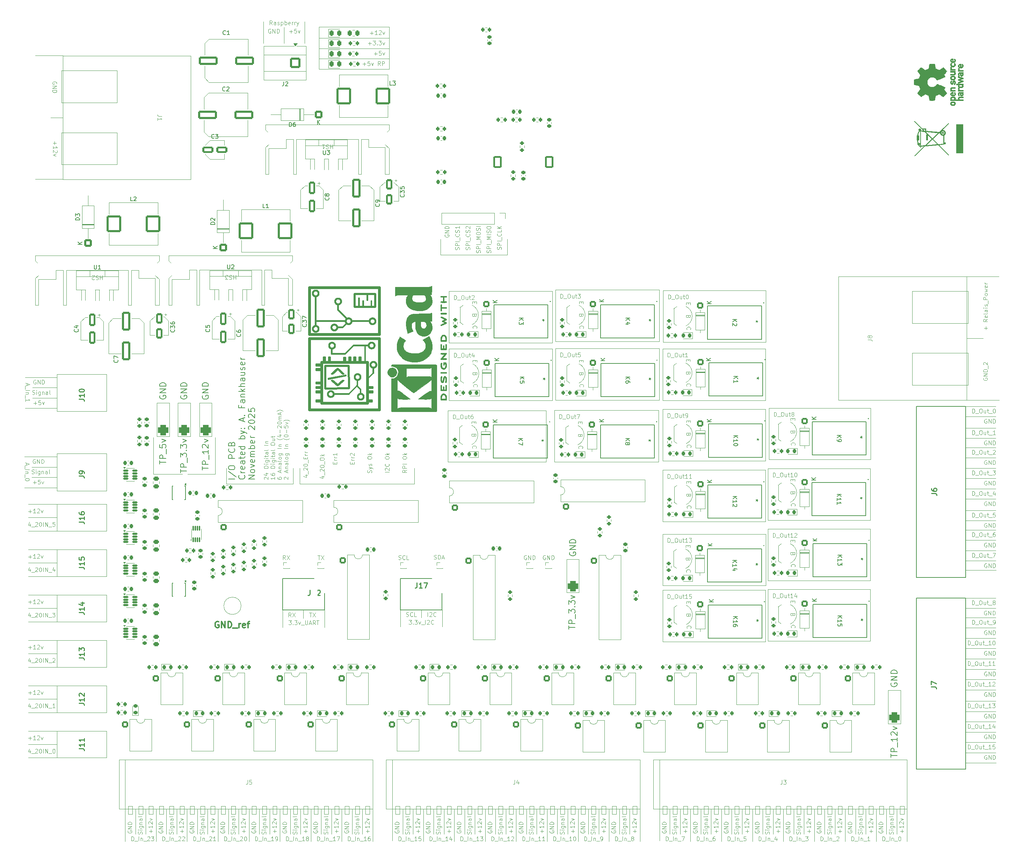
<source format=gbr>
%TF.GenerationSoftware,KiCad,Pcbnew,9.0.6*%
%TF.CreationDate,2025-11-10T19:23:00+01:00*%
%TF.ProjectId,BGA_Steuerung_4layer,4247415f-5374-4657-9565-72756e675f34,rev?*%
%TF.SameCoordinates,Original*%
%TF.FileFunction,Legend,Top*%
%TF.FilePolarity,Positive*%
%FSLAX46Y46*%
G04 Gerber Fmt 4.6, Leading zero omitted, Abs format (unit mm)*
G04 Created by KiCad (PCBNEW 9.0.6) date 2025-11-10 19:23:00*
%MOMM*%
%LPD*%
G01*
G04 APERTURE LIST*
G04 Aperture macros list*
%AMRoundRect*
0 Rectangle with rounded corners*
0 $1 Rounding radius*
0 $2 $3 $4 $5 $6 $7 $8 $9 X,Y pos of 4 corners*
0 Add a 4 corners polygon primitive as box body*
4,1,4,$2,$3,$4,$5,$6,$7,$8,$9,$2,$3,0*
0 Add four circle primitives for the rounded corners*
1,1,$1+$1,$2,$3*
1,1,$1+$1,$4,$5*
1,1,$1+$1,$6,$7*
1,1,$1+$1,$8,$9*
0 Add four rect primitives between the rounded corners*
20,1,$1+$1,$2,$3,$4,$5,0*
20,1,$1+$1,$4,$5,$6,$7,0*
20,1,$1+$1,$6,$7,$8,$9,0*
20,1,$1+$1,$8,$9,$2,$3,0*%
G04 Aperture macros list end*
%ADD10C,0.100000*%
%ADD11C,0.200000*%
%ADD12C,0.187500*%
%ADD13C,0.125000*%
%ADD14C,0.300000*%
%ADD15C,0.150000*%
%ADD16C,0.254000*%
%ADD17C,0.120000*%
%ADD18C,0.152400*%
%ADD19C,0.337467*%
%ADD20C,0.419999*%
%ADD21C,0.337465*%
%ADD22C,0.309130*%
%ADD23C,0.499999*%
%ADD24C,0.699999*%
%ADD25C,0.399999*%
%ADD26C,0.000000*%
%ADD27C,0.010000*%
%ADD28C,1.500000*%
%ADD29RoundRect,0.200000X-0.200000X-0.275000X0.200000X-0.275000X0.200000X0.275000X-0.200000X0.275000X0*%
%ADD30R,1.500000X1.500000*%
%ADD31RoundRect,0.250000X-0.550000X-0.550000X0.550000X-0.550000X0.550000X0.550000X-0.550000X0.550000X0*%
%ADD32C,1.600000*%
%ADD33C,4.300000*%
%ADD34RoundRect,0.250001X-2.049999X-0.799999X2.049999X-0.799999X2.049999X0.799999X-2.049999X0.799999X0*%
%ADD35RoundRect,0.200000X0.200000X0.275000X-0.200000X0.275000X-0.200000X-0.275000X0.200000X-0.275000X0*%
%ADD36RoundRect,0.218750X-0.218750X-0.256250X0.218750X-0.256250X0.218750X0.256250X-0.218750X0.256250X0*%
%ADD37RoundRect,0.225000X0.250000X-0.225000X0.250000X0.225000X-0.250000X0.225000X-0.250000X-0.225000X0*%
%ADD38RoundRect,0.218750X0.218750X0.256250X-0.218750X0.256250X-0.218750X-0.256250X0.218750X-0.256250X0*%
%ADD39R,0.850000X0.850000*%
%ADD40RoundRect,0.200000X-0.275000X0.200000X-0.275000X-0.200000X0.275000X-0.200000X0.275000X0.200000X0*%
%ADD41RoundRect,0.200000X0.275000X-0.200000X0.275000X0.200000X-0.275000X0.200000X-0.275000X-0.200000X0*%
%ADD42RoundRect,0.225000X-0.250000X0.225000X-0.250000X-0.225000X0.250000X-0.225000X0.250000X0.225000X0*%
%ADD43RoundRect,0.250000X-0.450000X0.262500X-0.450000X-0.262500X0.450000X-0.262500X0.450000X0.262500X0*%
%ADD44RoundRect,0.250000X0.650000X-0.650000X0.650000X0.650000X-0.650000X0.650000X-0.650000X-0.650000X0*%
%ADD45C,1.800000*%
%ADD46RoundRect,0.650000X0.650000X-0.650000X0.650000X0.650000X-0.650000X0.650000X-0.650000X-0.650000X0*%
%ADD47C,2.600000*%
%ADD48RoundRect,0.250000X-0.550000X0.550000X-0.550000X-0.550000X0.550000X-0.550000X0.550000X0.550000X0*%
%ADD49RoundRect,0.125000X-0.537500X-0.125000X0.537500X-0.125000X0.537500X0.125000X-0.537500X0.125000X0*%
%ADD50R,1.800000X1.800000*%
%ADD51RoundRect,0.225000X-0.225000X-0.250000X0.225000X-0.250000X0.225000X0.250000X-0.225000X0.250000X0*%
%ADD52C,4.000000*%
%ADD53C,1.498600*%
%ADD54RoundRect,0.218750X0.256250X-0.218750X0.256250X0.218750X-0.256250X0.218750X-0.256250X-0.218750X0*%
%ADD55RoundRect,0.250000X-1.075000X-0.550000X1.075000X-0.550000X1.075000X0.550000X-1.075000X0.550000X0*%
%ADD56RoundRect,0.243750X-0.243750X-0.456250X0.243750X-0.456250X0.243750X0.456250X-0.243750X0.456250X0*%
%ADD57RoundRect,0.225000X0.225000X0.250000X-0.225000X0.250000X-0.225000X-0.250000X0.225000X-0.250000X0*%
%ADD58RoundRect,0.087500X0.087500X-0.537500X0.087500X0.537500X-0.087500X0.537500X-0.087500X-0.537500X0*%
%ADD59C,3.600000*%
%ADD60RoundRect,0.250000X-0.550000X1.050000X-0.550000X-1.050000X0.550000X-1.050000X0.550000X1.050000X0*%
%ADD61RoundRect,0.250000X0.550000X-0.550000X0.550000X0.550000X-0.550000X0.550000X-0.550000X-0.550000X0*%
%ADD62RoundRect,0.250000X-0.550000X1.250000X-0.550000X-1.250000X0.550000X-1.250000X0.550000X1.250000X0*%
%ADD63RoundRect,0.250002X-1.499998X-1.749998X1.499998X-1.749998X1.499998X1.749998X-1.499998X1.749998X0*%
%ADD64R,0.250000X1.100000*%
%ADD65RoundRect,0.250000X0.262500X0.450000X-0.262500X0.450000X-0.262500X-0.450000X0.262500X-0.450000X0*%
%ADD66RoundRect,0.250000X0.650000X0.650000X-0.650000X0.650000X-0.650000X-0.650000X0.650000X-0.650000X0*%
%ADD67RoundRect,0.250000X1.000000X1.000000X-1.000000X1.000000X-1.000000X-1.000000X1.000000X-1.000000X0*%
%ADD68C,2.500000*%
%ADD69RoundRect,0.250001X-0.799999X1.999999X-0.799999X-1.999999X0.799999X-1.999999X0.799999X1.999999X0*%
%ADD70R,1.700000X1.700000*%
%ADD71C,1.700000*%
%ADD72C,1.300000*%
%ADD73RoundRect,0.200000X-0.800000X-1.250000X0.800000X-1.250000X0.800000X1.250000X-0.800000X1.250000X0*%
%ADD74C,6.000000*%
%ADD75C,8.000000*%
G04 APERTURE END LIST*
D10*
X40500000Y-168000000D02*
X34500000Y-168000000D01*
X114500000Y-270250000D02*
X114500000Y-276250000D01*
X236500000Y-270250000D02*
X236500000Y-276250000D01*
X211500000Y-270250000D02*
X211500000Y-276250000D01*
X260700000Y-221500000D02*
X267950000Y-221500000D01*
X244000000Y-270250000D02*
X244000000Y-276250000D01*
X176750000Y-270250000D02*
X176750000Y-276250000D01*
X40500000Y-243500000D02*
X33500000Y-243500000D01*
X104000000Y-83250000D02*
X121000000Y-83250000D01*
X121000000Y-85750000D01*
X104000000Y-85750000D01*
X104000000Y-83250000D01*
X69500000Y-270250000D02*
X69500000Y-276250000D01*
X169250000Y-270250000D02*
X169250000Y-276250000D01*
X99300000Y-191300000D02*
X127100000Y-191300000D01*
X181750000Y-270250000D02*
X181750000Y-278000000D01*
X40500000Y-213750000D02*
X33500000Y-213750000D01*
X186500000Y-270125000D02*
X186500000Y-277875000D01*
X41887500Y-117450000D02*
X35212500Y-117450000D01*
X159250000Y-270250000D02*
X159250000Y-278000000D01*
X260747618Y-177750000D02*
X267997618Y-177750000D01*
X40500000Y-224750000D02*
X33500000Y-224750000D01*
X40500000Y-221500000D02*
X33500000Y-221500000D01*
X221500000Y-270250000D02*
X221500000Y-276250000D01*
X99300000Y-187500000D02*
X99300000Y-191300000D01*
X201500000Y-270250000D02*
X201500000Y-278000000D01*
X40500000Y-235750000D02*
X33500000Y-235750000D01*
X40500000Y-218250000D02*
X33500000Y-218250000D01*
X219000000Y-270250000D02*
X219000000Y-276250000D01*
X260747618Y-249000000D02*
X267997618Y-249000000D01*
X260747618Y-205000000D02*
X267997618Y-205000000D01*
X171750000Y-270250000D02*
X171750000Y-276250000D01*
X40500000Y-232500000D02*
X33500000Y-232500000D01*
X40500000Y-257750000D02*
X33500000Y-257750000D01*
X102000000Y-270250000D02*
X102000000Y-278000000D01*
X97000000Y-270250000D02*
X97000000Y-276250000D01*
X57000000Y-270250000D02*
X57000000Y-278000000D01*
X112000000Y-270250000D02*
X112000000Y-276250000D01*
X104000000Y-80500000D02*
X121000000Y-80500000D01*
X121000000Y-83250000D01*
X104000000Y-83250000D01*
X104000000Y-80500000D01*
X260747618Y-180250000D02*
X267997618Y-180250000D01*
X40500000Y-207250000D02*
X33500000Y-207250000D01*
X107000000Y-270250000D02*
X107000000Y-276250000D01*
X70900000Y-189000000D02*
X63840000Y-189000000D01*
X260747618Y-202500000D02*
X267997618Y-202500000D01*
X246500000Y-270250000D02*
X246500000Y-278000000D01*
X260747618Y-228750000D02*
X267997618Y-228750000D01*
X144250000Y-270250000D02*
X144250000Y-278000000D01*
X82000000Y-270250000D02*
X82000000Y-276250000D01*
X199000000Y-270250000D02*
X199000000Y-276250000D01*
X260700000Y-219000000D02*
X267950000Y-219000000D01*
X260747618Y-182500000D02*
X267997618Y-182500000D01*
X129250000Y-270250000D02*
X129250000Y-278000000D01*
X87000000Y-270250000D02*
X87000000Y-278000000D01*
X149250000Y-270250000D02*
X149250000Y-276250000D01*
X133833750Y-221900000D02*
X133833750Y-226000000D01*
X191500000Y-270250000D02*
X191500000Y-276250000D01*
X40500000Y-199500000D02*
X33500000Y-199500000D01*
X164250000Y-270250000D02*
X164250000Y-276250000D01*
X146750000Y-270250000D02*
X146750000Y-276250000D01*
X260747618Y-256500000D02*
X267997618Y-256500000D01*
X194000000Y-270250000D02*
X194000000Y-278000000D01*
X260747618Y-185000000D02*
X267997618Y-185000000D01*
X134250000Y-270250000D02*
X134250000Y-276250000D01*
X67000000Y-270250000D02*
X67000000Y-276250000D01*
X133400000Y-135800000D02*
X133400000Y-132000000D01*
X40375000Y-189750000D02*
X34375000Y-189750000D01*
X260747618Y-251500000D02*
X267997618Y-251500000D01*
X260747618Y-192500000D02*
X267997618Y-192500000D01*
X40500000Y-196250000D02*
X33500000Y-196250000D01*
X260747618Y-195000000D02*
X267997618Y-195000000D01*
X81500000Y-191300000D02*
X97700000Y-191300000D01*
X100500000Y-84500000D02*
X100500000Y-79250000D01*
X63800000Y-189000000D02*
X63800000Y-180080000D01*
X126750000Y-270250000D02*
X126750000Y-276250000D01*
X136750000Y-270250000D02*
X136750000Y-278000000D01*
X209000000Y-270250000D02*
X209000000Y-278000000D01*
X117000000Y-270250000D02*
X117000000Y-278000000D01*
X216500000Y-270250000D02*
X216500000Y-278000000D01*
X100180953Y-222000000D02*
X100180953Y-223900000D01*
X40500000Y-173000000D02*
X32750000Y-173000000D01*
X79500000Y-270250000D02*
X79500000Y-278000000D01*
X260747618Y-236250000D02*
X267997618Y-236250000D01*
X109500000Y-270250000D02*
X109500000Y-278000000D01*
X62000000Y-270250000D02*
X62000000Y-276250000D01*
X92000000Y-270250000D02*
X92000000Y-276250000D01*
X204000000Y-270250000D02*
X204000000Y-276250000D01*
X78800000Y-189000000D02*
X72100000Y-189000000D01*
X206500000Y-270250000D02*
X206500000Y-276250000D01*
X104000000Y-85750000D02*
X121000000Y-85750000D01*
X121000000Y-88250000D01*
X104000000Y-88250000D01*
X104000000Y-85750000D01*
X40375000Y-192250000D02*
X32625000Y-192250000D01*
X131750000Y-270250000D02*
X131750000Y-276250000D01*
X64500000Y-270250000D02*
X64500000Y-278000000D01*
X149600000Y-135800000D02*
X149600000Y-132000000D01*
X260747618Y-190000000D02*
X267997618Y-190000000D01*
X260747618Y-238750000D02*
X267997618Y-238750000D01*
X94500000Y-270250000D02*
X94500000Y-278000000D01*
X95200000Y-221900000D02*
X95200000Y-226100000D01*
X260747618Y-187500000D02*
X267997618Y-187500000D01*
X40375000Y-187250000D02*
X34375000Y-187250000D01*
X95500000Y-84500000D02*
X95500000Y-80625000D01*
X127100000Y-191300000D02*
X127100000Y-187500000D01*
X151750000Y-270250000D02*
X151750000Y-278000000D01*
X234000000Y-270250000D02*
X234000000Y-276250000D01*
X196500000Y-270250000D02*
X196500000Y-276250000D01*
X231500000Y-270250000D02*
X231500000Y-278000000D01*
X123683750Y-221900000D02*
X123683750Y-226000000D01*
X260747618Y-244000000D02*
X267997618Y-244000000D01*
X81500000Y-191300000D02*
X81500000Y-187500000D01*
X139250000Y-270250000D02*
X139250000Y-276250000D01*
X40500000Y-202750000D02*
X33500000Y-202750000D01*
X239000000Y-270250000D02*
X239000000Y-278000000D01*
X166750000Y-270250000D02*
X166750000Y-278000000D01*
X154250000Y-270250000D02*
X154250000Y-276250000D01*
X260800000Y-141000000D02*
X268750000Y-141000000D01*
X128733750Y-221900000D02*
X128733750Y-223800000D01*
X161750000Y-270250000D02*
X161750000Y-276250000D01*
X124250000Y-270250000D02*
X124250000Y-276250000D01*
X189000000Y-270250000D02*
X189000000Y-276250000D01*
X41887500Y-102500000D02*
X38962500Y-102500000D01*
X72000000Y-270250000D02*
X72000000Y-278000000D01*
X89500000Y-270250000D02*
X89500000Y-276250000D01*
X229000000Y-270250000D02*
X229000000Y-276250000D01*
X260747618Y-231250000D02*
X267997618Y-231250000D01*
X260900000Y-171000000D02*
X268850000Y-171000000D01*
X260747618Y-241250000D02*
X267997618Y-241250000D01*
X90500000Y-84500000D02*
X90500000Y-79250000D01*
X121750000Y-270125000D02*
X121750000Y-277875000D01*
X40375000Y-184750000D02*
X32625000Y-184750000D01*
X260747618Y-246500000D02*
X267997618Y-246500000D01*
X104500000Y-270250000D02*
X104500000Y-276250000D01*
X40500000Y-246750000D02*
X33500000Y-246750000D01*
X97700000Y-191300000D02*
X97700000Y-187500000D01*
X40500000Y-254500000D02*
X33500000Y-254500000D01*
X133400000Y-135800000D02*
X149600000Y-135800000D01*
X260747618Y-223750000D02*
X267997618Y-223750000D01*
X260700000Y-212250000D02*
X268075000Y-212250000D01*
X78800000Y-189000000D02*
X78800000Y-180100000D01*
X84500000Y-270250000D02*
X84500000Y-276250000D01*
X260747618Y-254000000D02*
X267997618Y-254000000D01*
X179250000Y-270250000D02*
X179250000Y-276250000D01*
X174250000Y-270250000D02*
X174250000Y-278000000D01*
X40500000Y-210500000D02*
X33500000Y-210500000D01*
X214000000Y-270250000D02*
X214000000Y-276250000D01*
X105280953Y-222000000D02*
X105280953Y-226100000D01*
X59500000Y-270250000D02*
X59500000Y-276250000D01*
X156750000Y-270250000D02*
X156750000Y-276250000D01*
X77000000Y-270250000D02*
X77000000Y-276250000D01*
X260700000Y-259000000D02*
X268075000Y-259000000D01*
X260747618Y-210000000D02*
X267997618Y-210000000D01*
X40500000Y-251250000D02*
X33500000Y-251250000D01*
X40500000Y-165500000D02*
X32750000Y-165500000D01*
X40500000Y-229250000D02*
X33500000Y-229250000D01*
X40500000Y-170500000D02*
X34500000Y-170500000D01*
X104000000Y-88250000D02*
X121000000Y-88250000D01*
X121000000Y-90750000D01*
X104000000Y-90750000D01*
X104000000Y-88250000D01*
X260747618Y-233750000D02*
X267997618Y-233750000D01*
X99500000Y-270250000D02*
X99500000Y-276250000D01*
X41887500Y-87450000D02*
X35212500Y-87450000D01*
X141750000Y-270250000D02*
X141750000Y-276250000D01*
X241500000Y-270250000D02*
X241500000Y-276250000D01*
X260747618Y-207500000D02*
X267997618Y-207500000D01*
X74500000Y-270250000D02*
X74500000Y-276250000D01*
X260747618Y-172500000D02*
X267997618Y-172500000D01*
X260900000Y-156000000D02*
X264900000Y-156000000D01*
X224000000Y-270250000D02*
X224000000Y-278000000D01*
X226500000Y-270250000D02*
X226500000Y-276250000D01*
X260747618Y-200250000D02*
X267997618Y-200250000D01*
X40500000Y-240250000D02*
X33500000Y-240250000D01*
X260747618Y-175000000D02*
X267997618Y-175000000D01*
X260747618Y-197750000D02*
X267997618Y-197750000D01*
X260747618Y-226250000D02*
X267997618Y-226250000D01*
X107798609Y-186514865D02*
X107798609Y-186181532D01*
X108322419Y-186038675D02*
X108322419Y-186514865D01*
X108322419Y-186514865D02*
X107322419Y-186514865D01*
X107322419Y-186514865D02*
X107322419Y-186038675D01*
X108322419Y-185610103D02*
X107655752Y-185610103D01*
X107846228Y-185610103D02*
X107750990Y-185562484D01*
X107750990Y-185562484D02*
X107703371Y-185514865D01*
X107703371Y-185514865D02*
X107655752Y-185419627D01*
X107655752Y-185419627D02*
X107655752Y-185324389D01*
X108322419Y-184991055D02*
X107655752Y-184991055D01*
X107846228Y-184991055D02*
X107750990Y-184943436D01*
X107750990Y-184943436D02*
X107703371Y-184895817D01*
X107703371Y-184895817D02*
X107655752Y-184800579D01*
X107655752Y-184800579D02*
X107655752Y-184705341D01*
X108322419Y-183848198D02*
X108322419Y-184419626D01*
X108322419Y-184133912D02*
X107322419Y-184133912D01*
X107322419Y-184133912D02*
X107465276Y-184229150D01*
X107465276Y-184229150D02*
X107560514Y-184324388D01*
X107560514Y-184324388D02*
X107608133Y-184419626D01*
X261253884Y-250622419D02*
X261253884Y-249622419D01*
X261253884Y-249622419D02*
X261491979Y-249622419D01*
X261491979Y-249622419D02*
X261634836Y-249670038D01*
X261634836Y-249670038D02*
X261730074Y-249765276D01*
X261730074Y-249765276D02*
X261777693Y-249860514D01*
X261777693Y-249860514D02*
X261825312Y-250050990D01*
X261825312Y-250050990D02*
X261825312Y-250193847D01*
X261825312Y-250193847D02*
X261777693Y-250384323D01*
X261777693Y-250384323D02*
X261730074Y-250479561D01*
X261730074Y-250479561D02*
X261634836Y-250574800D01*
X261634836Y-250574800D02*
X261491979Y-250622419D01*
X261491979Y-250622419D02*
X261253884Y-250622419D01*
X262015789Y-250717657D02*
X262777693Y-250717657D01*
X263206265Y-249622419D02*
X263396741Y-249622419D01*
X263396741Y-249622419D02*
X263491979Y-249670038D01*
X263491979Y-249670038D02*
X263587217Y-249765276D01*
X263587217Y-249765276D02*
X263634836Y-249955752D01*
X263634836Y-249955752D02*
X263634836Y-250289085D01*
X263634836Y-250289085D02*
X263587217Y-250479561D01*
X263587217Y-250479561D02*
X263491979Y-250574800D01*
X263491979Y-250574800D02*
X263396741Y-250622419D01*
X263396741Y-250622419D02*
X263206265Y-250622419D01*
X263206265Y-250622419D02*
X263111027Y-250574800D01*
X263111027Y-250574800D02*
X263015789Y-250479561D01*
X263015789Y-250479561D02*
X262968170Y-250289085D01*
X262968170Y-250289085D02*
X262968170Y-249955752D01*
X262968170Y-249955752D02*
X263015789Y-249765276D01*
X263015789Y-249765276D02*
X263111027Y-249670038D01*
X263111027Y-249670038D02*
X263206265Y-249622419D01*
X264491979Y-249955752D02*
X264491979Y-250622419D01*
X264063408Y-249955752D02*
X264063408Y-250479561D01*
X264063408Y-250479561D02*
X264111027Y-250574800D01*
X264111027Y-250574800D02*
X264206265Y-250622419D01*
X264206265Y-250622419D02*
X264349122Y-250622419D01*
X264349122Y-250622419D02*
X264444360Y-250574800D01*
X264444360Y-250574800D02*
X264491979Y-250527180D01*
X264825313Y-249955752D02*
X265206265Y-249955752D01*
X264968170Y-249622419D02*
X264968170Y-250479561D01*
X264968170Y-250479561D02*
X265015789Y-250574800D01*
X265015789Y-250574800D02*
X265111027Y-250622419D01*
X265111027Y-250622419D02*
X265206265Y-250622419D01*
X265301504Y-250717657D02*
X266063408Y-250717657D01*
X266825313Y-250622419D02*
X266253885Y-250622419D01*
X266539599Y-250622419D02*
X266539599Y-249622419D01*
X266539599Y-249622419D02*
X266444361Y-249765276D01*
X266444361Y-249765276D02*
X266349123Y-249860514D01*
X266349123Y-249860514D02*
X266253885Y-249908133D01*
X267682456Y-249955752D02*
X267682456Y-250622419D01*
X267444361Y-249574800D02*
X267206266Y-250289085D01*
X267206266Y-250289085D02*
X267825313Y-250289085D01*
X57670038Y-275422306D02*
X57622419Y-275517544D01*
X57622419Y-275517544D02*
X57622419Y-275660401D01*
X57622419Y-275660401D02*
X57670038Y-275803258D01*
X57670038Y-275803258D02*
X57765276Y-275898496D01*
X57765276Y-275898496D02*
X57860514Y-275946115D01*
X57860514Y-275946115D02*
X58050990Y-275993734D01*
X58050990Y-275993734D02*
X58193847Y-275993734D01*
X58193847Y-275993734D02*
X58384323Y-275946115D01*
X58384323Y-275946115D02*
X58479561Y-275898496D01*
X58479561Y-275898496D02*
X58574800Y-275803258D01*
X58574800Y-275803258D02*
X58622419Y-275660401D01*
X58622419Y-275660401D02*
X58622419Y-275565163D01*
X58622419Y-275565163D02*
X58574800Y-275422306D01*
X58574800Y-275422306D02*
X58527180Y-275374687D01*
X58527180Y-275374687D02*
X58193847Y-275374687D01*
X58193847Y-275374687D02*
X58193847Y-275565163D01*
X58622419Y-274946115D02*
X57622419Y-274946115D01*
X57622419Y-274946115D02*
X58622419Y-274374687D01*
X58622419Y-274374687D02*
X57622419Y-274374687D01*
X58622419Y-273898496D02*
X57622419Y-273898496D01*
X57622419Y-273898496D02*
X57622419Y-273660401D01*
X57622419Y-273660401D02*
X57670038Y-273517544D01*
X57670038Y-273517544D02*
X57765276Y-273422306D01*
X57765276Y-273422306D02*
X57860514Y-273374687D01*
X57860514Y-273374687D02*
X58050990Y-273327068D01*
X58050990Y-273327068D02*
X58193847Y-273327068D01*
X58193847Y-273327068D02*
X58384323Y-273374687D01*
X58384323Y-273374687D02*
X58479561Y-273422306D01*
X58479561Y-273422306D02*
X58574800Y-273517544D01*
X58574800Y-273517544D02*
X58622419Y-273660401D01*
X58622419Y-273660401D02*
X58622419Y-273898496D01*
X120974419Y-188467245D02*
X119974419Y-188467245D01*
X120069657Y-188038674D02*
X120022038Y-187991055D01*
X120022038Y-187991055D02*
X119974419Y-187895817D01*
X119974419Y-187895817D02*
X119974419Y-187657722D01*
X119974419Y-187657722D02*
X120022038Y-187562484D01*
X120022038Y-187562484D02*
X120069657Y-187514865D01*
X120069657Y-187514865D02*
X120164895Y-187467246D01*
X120164895Y-187467246D02*
X120260133Y-187467246D01*
X120260133Y-187467246D02*
X120402990Y-187514865D01*
X120402990Y-187514865D02*
X120974419Y-188086293D01*
X120974419Y-188086293D02*
X120974419Y-187467246D01*
X120879180Y-186467246D02*
X120926800Y-186514865D01*
X120926800Y-186514865D02*
X120974419Y-186657722D01*
X120974419Y-186657722D02*
X120974419Y-186752960D01*
X120974419Y-186752960D02*
X120926800Y-186895817D01*
X120926800Y-186895817D02*
X120831561Y-186991055D01*
X120831561Y-186991055D02*
X120736323Y-187038674D01*
X120736323Y-187038674D02*
X120545847Y-187086293D01*
X120545847Y-187086293D02*
X120402990Y-187086293D01*
X120402990Y-187086293D02*
X120212514Y-187038674D01*
X120212514Y-187038674D02*
X120117276Y-186991055D01*
X120117276Y-186991055D02*
X120022038Y-186895817D01*
X120022038Y-186895817D02*
X119974419Y-186752960D01*
X119974419Y-186752960D02*
X119974419Y-186657722D01*
X119974419Y-186657722D02*
X120022038Y-186514865D01*
X120022038Y-186514865D02*
X120069657Y-186467246D01*
X119974419Y-185086293D02*
X119974419Y-184895817D01*
X119974419Y-184895817D02*
X120022038Y-184800579D01*
X120022038Y-184800579D02*
X120117276Y-184705341D01*
X120117276Y-184705341D02*
X120307752Y-184657722D01*
X120307752Y-184657722D02*
X120641085Y-184657722D01*
X120641085Y-184657722D02*
X120831561Y-184705341D01*
X120831561Y-184705341D02*
X120926800Y-184800579D01*
X120926800Y-184800579D02*
X120974419Y-184895817D01*
X120974419Y-184895817D02*
X120974419Y-185086293D01*
X120974419Y-185086293D02*
X120926800Y-185181531D01*
X120926800Y-185181531D02*
X120831561Y-185276769D01*
X120831561Y-185276769D02*
X120641085Y-185324388D01*
X120641085Y-185324388D02*
X120307752Y-185324388D01*
X120307752Y-185324388D02*
X120117276Y-185276769D01*
X120117276Y-185276769D02*
X120022038Y-185181531D01*
X120022038Y-185181531D02*
X119974419Y-185086293D01*
X120974419Y-184229150D02*
X119974419Y-184229150D01*
X120593466Y-184133912D02*
X120974419Y-183848198D01*
X120307752Y-183848198D02*
X120688704Y-184229150D01*
X232170038Y-275422306D02*
X232122419Y-275517544D01*
X232122419Y-275517544D02*
X232122419Y-275660401D01*
X232122419Y-275660401D02*
X232170038Y-275803258D01*
X232170038Y-275803258D02*
X232265276Y-275898496D01*
X232265276Y-275898496D02*
X232360514Y-275946115D01*
X232360514Y-275946115D02*
X232550990Y-275993734D01*
X232550990Y-275993734D02*
X232693847Y-275993734D01*
X232693847Y-275993734D02*
X232884323Y-275946115D01*
X232884323Y-275946115D02*
X232979561Y-275898496D01*
X232979561Y-275898496D02*
X233074800Y-275803258D01*
X233074800Y-275803258D02*
X233122419Y-275660401D01*
X233122419Y-275660401D02*
X233122419Y-275565163D01*
X233122419Y-275565163D02*
X233074800Y-275422306D01*
X233074800Y-275422306D02*
X233027180Y-275374687D01*
X233027180Y-275374687D02*
X232693847Y-275374687D01*
X232693847Y-275374687D02*
X232693847Y-275565163D01*
X233122419Y-274946115D02*
X232122419Y-274946115D01*
X232122419Y-274946115D02*
X233122419Y-274374687D01*
X233122419Y-274374687D02*
X232122419Y-274374687D01*
X233122419Y-273898496D02*
X232122419Y-273898496D01*
X232122419Y-273898496D02*
X232122419Y-273660401D01*
X232122419Y-273660401D02*
X232170038Y-273517544D01*
X232170038Y-273517544D02*
X232265276Y-273422306D01*
X232265276Y-273422306D02*
X232360514Y-273374687D01*
X232360514Y-273374687D02*
X232550990Y-273327068D01*
X232550990Y-273327068D02*
X232693847Y-273327068D01*
X232693847Y-273327068D02*
X232884323Y-273374687D01*
X232884323Y-273374687D02*
X232979561Y-273422306D01*
X232979561Y-273422306D02*
X233074800Y-273517544D01*
X233074800Y-273517544D02*
X233122419Y-273660401D01*
X233122419Y-273660401D02*
X233122419Y-273898496D01*
X265777693Y-205670038D02*
X265682455Y-205622419D01*
X265682455Y-205622419D02*
X265539598Y-205622419D01*
X265539598Y-205622419D02*
X265396741Y-205670038D01*
X265396741Y-205670038D02*
X265301503Y-205765276D01*
X265301503Y-205765276D02*
X265253884Y-205860514D01*
X265253884Y-205860514D02*
X265206265Y-206050990D01*
X265206265Y-206050990D02*
X265206265Y-206193847D01*
X265206265Y-206193847D02*
X265253884Y-206384323D01*
X265253884Y-206384323D02*
X265301503Y-206479561D01*
X265301503Y-206479561D02*
X265396741Y-206574800D01*
X265396741Y-206574800D02*
X265539598Y-206622419D01*
X265539598Y-206622419D02*
X265634836Y-206622419D01*
X265634836Y-206622419D02*
X265777693Y-206574800D01*
X265777693Y-206574800D02*
X265825312Y-206527180D01*
X265825312Y-206527180D02*
X265825312Y-206193847D01*
X265825312Y-206193847D02*
X265634836Y-206193847D01*
X266253884Y-206622419D02*
X266253884Y-205622419D01*
X266253884Y-205622419D02*
X266825312Y-206622419D01*
X266825312Y-206622419D02*
X266825312Y-205622419D01*
X267301503Y-206622419D02*
X267301503Y-205622419D01*
X267301503Y-205622419D02*
X267539598Y-205622419D01*
X267539598Y-205622419D02*
X267682455Y-205670038D01*
X267682455Y-205670038D02*
X267777693Y-205765276D01*
X267777693Y-205765276D02*
X267825312Y-205860514D01*
X267825312Y-205860514D02*
X267872931Y-206050990D01*
X267872931Y-206050990D02*
X267872931Y-206193847D01*
X267872931Y-206193847D02*
X267825312Y-206384323D01*
X267825312Y-206384323D02*
X267777693Y-206479561D01*
X267777693Y-206479561D02*
X267682455Y-206574800D01*
X267682455Y-206574800D02*
X267539598Y-206622419D01*
X267539598Y-206622419D02*
X267301503Y-206622419D01*
X81035813Y-277872419D02*
X81035813Y-276872419D01*
X81035813Y-276872419D02*
X81273908Y-276872419D01*
X81273908Y-276872419D02*
X81416765Y-276920038D01*
X81416765Y-276920038D02*
X81512003Y-277015276D01*
X81512003Y-277015276D02*
X81559622Y-277110514D01*
X81559622Y-277110514D02*
X81607241Y-277300990D01*
X81607241Y-277300990D02*
X81607241Y-277443847D01*
X81607241Y-277443847D02*
X81559622Y-277634323D01*
X81559622Y-277634323D02*
X81512003Y-277729561D01*
X81512003Y-277729561D02*
X81416765Y-277824800D01*
X81416765Y-277824800D02*
X81273908Y-277872419D01*
X81273908Y-277872419D02*
X81035813Y-277872419D01*
X81797718Y-277967657D02*
X82559622Y-277967657D01*
X82797718Y-277872419D02*
X82797718Y-276872419D01*
X83273908Y-277205752D02*
X83273908Y-277872419D01*
X83273908Y-277300990D02*
X83321527Y-277253371D01*
X83321527Y-277253371D02*
X83416765Y-277205752D01*
X83416765Y-277205752D02*
X83559622Y-277205752D01*
X83559622Y-277205752D02*
X83654860Y-277253371D01*
X83654860Y-277253371D02*
X83702479Y-277348609D01*
X83702479Y-277348609D02*
X83702479Y-277872419D01*
X83940575Y-277967657D02*
X84702479Y-277967657D01*
X84892956Y-276967657D02*
X84940575Y-276920038D01*
X84940575Y-276920038D02*
X85035813Y-276872419D01*
X85035813Y-276872419D02*
X85273908Y-276872419D01*
X85273908Y-276872419D02*
X85369146Y-276920038D01*
X85369146Y-276920038D02*
X85416765Y-276967657D01*
X85416765Y-276967657D02*
X85464384Y-277062895D01*
X85464384Y-277062895D02*
X85464384Y-277158133D01*
X85464384Y-277158133D02*
X85416765Y-277300990D01*
X85416765Y-277300990D02*
X84845337Y-277872419D01*
X84845337Y-277872419D02*
X85464384Y-277872419D01*
X86083432Y-276872419D02*
X86178670Y-276872419D01*
X86178670Y-276872419D02*
X86273908Y-276920038D01*
X86273908Y-276920038D02*
X86321527Y-276967657D01*
X86321527Y-276967657D02*
X86369146Y-277062895D01*
X86369146Y-277062895D02*
X86416765Y-277253371D01*
X86416765Y-277253371D02*
X86416765Y-277491466D01*
X86416765Y-277491466D02*
X86369146Y-277681942D01*
X86369146Y-277681942D02*
X86321527Y-277777180D01*
X86321527Y-277777180D02*
X86273908Y-277824800D01*
X86273908Y-277824800D02*
X86178670Y-277872419D01*
X86178670Y-277872419D02*
X86083432Y-277872419D01*
X86083432Y-277872419D02*
X85988194Y-277824800D01*
X85988194Y-277824800D02*
X85940575Y-277777180D01*
X85940575Y-277777180D02*
X85892956Y-277681942D01*
X85892956Y-277681942D02*
X85845337Y-277491466D01*
X85845337Y-277491466D02*
X85845337Y-277253371D01*
X85845337Y-277253371D02*
X85892956Y-277062895D01*
X85892956Y-277062895D02*
X85940575Y-276967657D01*
X85940575Y-276967657D02*
X85988194Y-276920038D01*
X85988194Y-276920038D02*
X86083432Y-276872419D01*
X265777693Y-231920038D02*
X265682455Y-231872419D01*
X265682455Y-231872419D02*
X265539598Y-231872419D01*
X265539598Y-231872419D02*
X265396741Y-231920038D01*
X265396741Y-231920038D02*
X265301503Y-232015276D01*
X265301503Y-232015276D02*
X265253884Y-232110514D01*
X265253884Y-232110514D02*
X265206265Y-232300990D01*
X265206265Y-232300990D02*
X265206265Y-232443847D01*
X265206265Y-232443847D02*
X265253884Y-232634323D01*
X265253884Y-232634323D02*
X265301503Y-232729561D01*
X265301503Y-232729561D02*
X265396741Y-232824800D01*
X265396741Y-232824800D02*
X265539598Y-232872419D01*
X265539598Y-232872419D02*
X265634836Y-232872419D01*
X265634836Y-232872419D02*
X265777693Y-232824800D01*
X265777693Y-232824800D02*
X265825312Y-232777180D01*
X265825312Y-232777180D02*
X265825312Y-232443847D01*
X265825312Y-232443847D02*
X265634836Y-232443847D01*
X266253884Y-232872419D02*
X266253884Y-231872419D01*
X266253884Y-231872419D02*
X266825312Y-232872419D01*
X266825312Y-232872419D02*
X266825312Y-231872419D01*
X267301503Y-232872419D02*
X267301503Y-231872419D01*
X267301503Y-231872419D02*
X267539598Y-231872419D01*
X267539598Y-231872419D02*
X267682455Y-231920038D01*
X267682455Y-231920038D02*
X267777693Y-232015276D01*
X267777693Y-232015276D02*
X267825312Y-232110514D01*
X267825312Y-232110514D02*
X267872931Y-232300990D01*
X267872931Y-232300990D02*
X267872931Y-232443847D01*
X267872931Y-232443847D02*
X267825312Y-232634323D01*
X267825312Y-232634323D02*
X267777693Y-232729561D01*
X267777693Y-232729561D02*
X267682455Y-232824800D01*
X267682455Y-232824800D02*
X267539598Y-232872419D01*
X267539598Y-232872419D02*
X267301503Y-232872419D01*
X80170038Y-275422306D02*
X80122419Y-275517544D01*
X80122419Y-275517544D02*
X80122419Y-275660401D01*
X80122419Y-275660401D02*
X80170038Y-275803258D01*
X80170038Y-275803258D02*
X80265276Y-275898496D01*
X80265276Y-275898496D02*
X80360514Y-275946115D01*
X80360514Y-275946115D02*
X80550990Y-275993734D01*
X80550990Y-275993734D02*
X80693847Y-275993734D01*
X80693847Y-275993734D02*
X80884323Y-275946115D01*
X80884323Y-275946115D02*
X80979561Y-275898496D01*
X80979561Y-275898496D02*
X81074800Y-275803258D01*
X81074800Y-275803258D02*
X81122419Y-275660401D01*
X81122419Y-275660401D02*
X81122419Y-275565163D01*
X81122419Y-275565163D02*
X81074800Y-275422306D01*
X81074800Y-275422306D02*
X81027180Y-275374687D01*
X81027180Y-275374687D02*
X80693847Y-275374687D01*
X80693847Y-275374687D02*
X80693847Y-275565163D01*
X81122419Y-274946115D02*
X80122419Y-274946115D01*
X80122419Y-274946115D02*
X81122419Y-274374687D01*
X81122419Y-274374687D02*
X80122419Y-274374687D01*
X81122419Y-273898496D02*
X80122419Y-273898496D01*
X80122419Y-273898496D02*
X80122419Y-273660401D01*
X80122419Y-273660401D02*
X80170038Y-273517544D01*
X80170038Y-273517544D02*
X80265276Y-273422306D01*
X80265276Y-273422306D02*
X80360514Y-273374687D01*
X80360514Y-273374687D02*
X80550990Y-273327068D01*
X80550990Y-273327068D02*
X80693847Y-273327068D01*
X80693847Y-273327068D02*
X80884323Y-273374687D01*
X80884323Y-273374687D02*
X80979561Y-273422306D01*
X80979561Y-273422306D02*
X81074800Y-273517544D01*
X81074800Y-273517544D02*
X81122419Y-273660401D01*
X81122419Y-273660401D02*
X81122419Y-273898496D01*
X93241466Y-275946115D02*
X93241466Y-275184211D01*
X93622419Y-275565163D02*
X92860514Y-275565163D01*
X93622419Y-274184211D02*
X93622419Y-274755639D01*
X93622419Y-274469925D02*
X92622419Y-274469925D01*
X92622419Y-274469925D02*
X92765276Y-274565163D01*
X92765276Y-274565163D02*
X92860514Y-274660401D01*
X92860514Y-274660401D02*
X92908133Y-274755639D01*
X92717657Y-273803258D02*
X92670038Y-273755639D01*
X92670038Y-273755639D02*
X92622419Y-273660401D01*
X92622419Y-273660401D02*
X92622419Y-273422306D01*
X92622419Y-273422306D02*
X92670038Y-273327068D01*
X92670038Y-273327068D02*
X92717657Y-273279449D01*
X92717657Y-273279449D02*
X92812895Y-273231830D01*
X92812895Y-273231830D02*
X92908133Y-273231830D01*
X92908133Y-273231830D02*
X93050990Y-273279449D01*
X93050990Y-273279449D02*
X93622419Y-273850877D01*
X93622419Y-273850877D02*
X93622419Y-273231830D01*
X92955752Y-272898496D02*
X93622419Y-272660401D01*
X93622419Y-272660401D02*
X92955752Y-272422306D01*
D11*
X83576196Y-190111279D02*
X82076196Y-190111279D01*
X82004768Y-188325564D02*
X83933339Y-189611278D01*
X82076196Y-187539849D02*
X82076196Y-187254135D01*
X82076196Y-187254135D02*
X82147625Y-187111278D01*
X82147625Y-187111278D02*
X82290482Y-186968421D01*
X82290482Y-186968421D02*
X82576196Y-186896992D01*
X82576196Y-186896992D02*
X83076196Y-186896992D01*
X83076196Y-186896992D02*
X83361910Y-186968421D01*
X83361910Y-186968421D02*
X83504768Y-187111278D01*
X83504768Y-187111278D02*
X83576196Y-187254135D01*
X83576196Y-187254135D02*
X83576196Y-187539849D01*
X83576196Y-187539849D02*
X83504768Y-187682707D01*
X83504768Y-187682707D02*
X83361910Y-187825564D01*
X83361910Y-187825564D02*
X83076196Y-187896992D01*
X83076196Y-187896992D02*
X82576196Y-187896992D01*
X82576196Y-187896992D02*
X82290482Y-187825564D01*
X82290482Y-187825564D02*
X82147625Y-187682707D01*
X82147625Y-187682707D02*
X82076196Y-187539849D01*
X83576196Y-185111278D02*
X82076196Y-185111278D01*
X82076196Y-185111278D02*
X82076196Y-184539849D01*
X82076196Y-184539849D02*
X82147625Y-184396992D01*
X82147625Y-184396992D02*
X82219053Y-184325563D01*
X82219053Y-184325563D02*
X82361910Y-184254135D01*
X82361910Y-184254135D02*
X82576196Y-184254135D01*
X82576196Y-184254135D02*
X82719053Y-184325563D01*
X82719053Y-184325563D02*
X82790482Y-184396992D01*
X82790482Y-184396992D02*
X82861910Y-184539849D01*
X82861910Y-184539849D02*
X82861910Y-185111278D01*
X83433339Y-182754135D02*
X83504768Y-182825563D01*
X83504768Y-182825563D02*
X83576196Y-183039849D01*
X83576196Y-183039849D02*
X83576196Y-183182706D01*
X83576196Y-183182706D02*
X83504768Y-183396992D01*
X83504768Y-183396992D02*
X83361910Y-183539849D01*
X83361910Y-183539849D02*
X83219053Y-183611278D01*
X83219053Y-183611278D02*
X82933339Y-183682706D01*
X82933339Y-183682706D02*
X82719053Y-183682706D01*
X82719053Y-183682706D02*
X82433339Y-183611278D01*
X82433339Y-183611278D02*
X82290482Y-183539849D01*
X82290482Y-183539849D02*
X82147625Y-183396992D01*
X82147625Y-183396992D02*
X82076196Y-183182706D01*
X82076196Y-183182706D02*
X82076196Y-183039849D01*
X82076196Y-183039849D02*
X82147625Y-182825563D01*
X82147625Y-182825563D02*
X82219053Y-182754135D01*
X82790482Y-181611278D02*
X82861910Y-181396992D01*
X82861910Y-181396992D02*
X82933339Y-181325563D01*
X82933339Y-181325563D02*
X83076196Y-181254135D01*
X83076196Y-181254135D02*
X83290482Y-181254135D01*
X83290482Y-181254135D02*
X83433339Y-181325563D01*
X83433339Y-181325563D02*
X83504768Y-181396992D01*
X83504768Y-181396992D02*
X83576196Y-181539849D01*
X83576196Y-181539849D02*
X83576196Y-182111278D01*
X83576196Y-182111278D02*
X82076196Y-182111278D01*
X82076196Y-182111278D02*
X82076196Y-181611278D01*
X82076196Y-181611278D02*
X82147625Y-181468421D01*
X82147625Y-181468421D02*
X82219053Y-181396992D01*
X82219053Y-181396992D02*
X82361910Y-181325563D01*
X82361910Y-181325563D02*
X82504768Y-181325563D01*
X82504768Y-181325563D02*
X82647625Y-181396992D01*
X82647625Y-181396992D02*
X82719053Y-181468421D01*
X82719053Y-181468421D02*
X82790482Y-181611278D01*
X82790482Y-181611278D02*
X82790482Y-182111278D01*
X85848255Y-189254136D02*
X85919684Y-189325564D01*
X85919684Y-189325564D02*
X85991112Y-189539850D01*
X85991112Y-189539850D02*
X85991112Y-189682707D01*
X85991112Y-189682707D02*
X85919684Y-189896993D01*
X85919684Y-189896993D02*
X85776826Y-190039850D01*
X85776826Y-190039850D02*
X85633969Y-190111279D01*
X85633969Y-190111279D02*
X85348255Y-190182707D01*
X85348255Y-190182707D02*
X85133969Y-190182707D01*
X85133969Y-190182707D02*
X84848255Y-190111279D01*
X84848255Y-190111279D02*
X84705398Y-190039850D01*
X84705398Y-190039850D02*
X84562541Y-189896993D01*
X84562541Y-189896993D02*
X84491112Y-189682707D01*
X84491112Y-189682707D02*
X84491112Y-189539850D01*
X84491112Y-189539850D02*
X84562541Y-189325564D01*
X84562541Y-189325564D02*
X84633969Y-189254136D01*
X85991112Y-188611279D02*
X84991112Y-188611279D01*
X85276826Y-188611279D02*
X85133969Y-188539850D01*
X85133969Y-188539850D02*
X85062541Y-188468422D01*
X85062541Y-188468422D02*
X84991112Y-188325564D01*
X84991112Y-188325564D02*
X84991112Y-188182707D01*
X85919684Y-187111279D02*
X85991112Y-187254136D01*
X85991112Y-187254136D02*
X85991112Y-187539851D01*
X85991112Y-187539851D02*
X85919684Y-187682708D01*
X85919684Y-187682708D02*
X85776826Y-187754136D01*
X85776826Y-187754136D02*
X85205398Y-187754136D01*
X85205398Y-187754136D02*
X85062541Y-187682708D01*
X85062541Y-187682708D02*
X84991112Y-187539851D01*
X84991112Y-187539851D02*
X84991112Y-187254136D01*
X84991112Y-187254136D02*
X85062541Y-187111279D01*
X85062541Y-187111279D02*
X85205398Y-187039851D01*
X85205398Y-187039851D02*
X85348255Y-187039851D01*
X85348255Y-187039851D02*
X85491112Y-187754136D01*
X85991112Y-185754137D02*
X85205398Y-185754137D01*
X85205398Y-185754137D02*
X85062541Y-185825565D01*
X85062541Y-185825565D02*
X84991112Y-185968422D01*
X84991112Y-185968422D02*
X84991112Y-186254137D01*
X84991112Y-186254137D02*
X85062541Y-186396994D01*
X85919684Y-185754137D02*
X85991112Y-185896994D01*
X85991112Y-185896994D02*
X85991112Y-186254137D01*
X85991112Y-186254137D02*
X85919684Y-186396994D01*
X85919684Y-186396994D02*
X85776826Y-186468422D01*
X85776826Y-186468422D02*
X85633969Y-186468422D01*
X85633969Y-186468422D02*
X85491112Y-186396994D01*
X85491112Y-186396994D02*
X85419684Y-186254137D01*
X85419684Y-186254137D02*
X85419684Y-185896994D01*
X85419684Y-185896994D02*
X85348255Y-185754137D01*
X84991112Y-185254136D02*
X84991112Y-184682708D01*
X84491112Y-185039851D02*
X85776826Y-185039851D01*
X85776826Y-185039851D02*
X85919684Y-184968422D01*
X85919684Y-184968422D02*
X85991112Y-184825565D01*
X85991112Y-184825565D02*
X85991112Y-184682708D01*
X85919684Y-183611279D02*
X85991112Y-183754136D01*
X85991112Y-183754136D02*
X85991112Y-184039851D01*
X85991112Y-184039851D02*
X85919684Y-184182708D01*
X85919684Y-184182708D02*
X85776826Y-184254136D01*
X85776826Y-184254136D02*
X85205398Y-184254136D01*
X85205398Y-184254136D02*
X85062541Y-184182708D01*
X85062541Y-184182708D02*
X84991112Y-184039851D01*
X84991112Y-184039851D02*
X84991112Y-183754136D01*
X84991112Y-183754136D02*
X85062541Y-183611279D01*
X85062541Y-183611279D02*
X85205398Y-183539851D01*
X85205398Y-183539851D02*
X85348255Y-183539851D01*
X85348255Y-183539851D02*
X85491112Y-184254136D01*
X85991112Y-182254137D02*
X84491112Y-182254137D01*
X85919684Y-182254137D02*
X85991112Y-182396994D01*
X85991112Y-182396994D02*
X85991112Y-182682708D01*
X85991112Y-182682708D02*
X85919684Y-182825565D01*
X85919684Y-182825565D02*
X85848255Y-182896994D01*
X85848255Y-182896994D02*
X85705398Y-182968422D01*
X85705398Y-182968422D02*
X85276826Y-182968422D01*
X85276826Y-182968422D02*
X85133969Y-182896994D01*
X85133969Y-182896994D02*
X85062541Y-182825565D01*
X85062541Y-182825565D02*
X84991112Y-182682708D01*
X84991112Y-182682708D02*
X84991112Y-182396994D01*
X84991112Y-182396994D02*
X85062541Y-182254137D01*
X85991112Y-180396994D02*
X84491112Y-180396994D01*
X85062541Y-180396994D02*
X84991112Y-180254137D01*
X84991112Y-180254137D02*
X84991112Y-179968422D01*
X84991112Y-179968422D02*
X85062541Y-179825565D01*
X85062541Y-179825565D02*
X85133969Y-179754137D01*
X85133969Y-179754137D02*
X85276826Y-179682708D01*
X85276826Y-179682708D02*
X85705398Y-179682708D01*
X85705398Y-179682708D02*
X85848255Y-179754137D01*
X85848255Y-179754137D02*
X85919684Y-179825565D01*
X85919684Y-179825565D02*
X85991112Y-179968422D01*
X85991112Y-179968422D02*
X85991112Y-180254137D01*
X85991112Y-180254137D02*
X85919684Y-180396994D01*
X84991112Y-179182708D02*
X85991112Y-178825565D01*
X84991112Y-178468422D02*
X85991112Y-178825565D01*
X85991112Y-178825565D02*
X86348255Y-178968422D01*
X86348255Y-178968422D02*
X86419684Y-179039851D01*
X86419684Y-179039851D02*
X86491112Y-179182708D01*
X85848255Y-177896994D02*
X85919684Y-177825565D01*
X85919684Y-177825565D02*
X85991112Y-177896994D01*
X85991112Y-177896994D02*
X85919684Y-177968422D01*
X85919684Y-177968422D02*
X85848255Y-177896994D01*
X85848255Y-177896994D02*
X85991112Y-177896994D01*
X85062541Y-177896994D02*
X85133969Y-177825565D01*
X85133969Y-177825565D02*
X85205398Y-177896994D01*
X85205398Y-177896994D02*
X85133969Y-177968422D01*
X85133969Y-177968422D02*
X85062541Y-177896994D01*
X85062541Y-177896994D02*
X85205398Y-177896994D01*
X85562541Y-176111279D02*
X85562541Y-175396994D01*
X85991112Y-176254136D02*
X84491112Y-175754136D01*
X84491112Y-175754136D02*
X85991112Y-175254136D01*
X85848255Y-174754137D02*
X85919684Y-174682708D01*
X85919684Y-174682708D02*
X85991112Y-174754137D01*
X85991112Y-174754137D02*
X85919684Y-174825565D01*
X85919684Y-174825565D02*
X85848255Y-174754137D01*
X85848255Y-174754137D02*
X85991112Y-174754137D01*
X85205398Y-172396994D02*
X85205398Y-172896994D01*
X85991112Y-172896994D02*
X84491112Y-172896994D01*
X84491112Y-172896994D02*
X84491112Y-172182708D01*
X85991112Y-170968423D02*
X85205398Y-170968423D01*
X85205398Y-170968423D02*
X85062541Y-171039851D01*
X85062541Y-171039851D02*
X84991112Y-171182708D01*
X84991112Y-171182708D02*
X84991112Y-171468423D01*
X84991112Y-171468423D02*
X85062541Y-171611280D01*
X85919684Y-170968423D02*
X85991112Y-171111280D01*
X85991112Y-171111280D02*
X85991112Y-171468423D01*
X85991112Y-171468423D02*
X85919684Y-171611280D01*
X85919684Y-171611280D02*
X85776826Y-171682708D01*
X85776826Y-171682708D02*
X85633969Y-171682708D01*
X85633969Y-171682708D02*
X85491112Y-171611280D01*
X85491112Y-171611280D02*
X85419684Y-171468423D01*
X85419684Y-171468423D02*
X85419684Y-171111280D01*
X85419684Y-171111280D02*
X85348255Y-170968423D01*
X84991112Y-170254137D02*
X85991112Y-170254137D01*
X85133969Y-170254137D02*
X85062541Y-170182708D01*
X85062541Y-170182708D02*
X84991112Y-170039851D01*
X84991112Y-170039851D02*
X84991112Y-169825565D01*
X84991112Y-169825565D02*
X85062541Y-169682708D01*
X85062541Y-169682708D02*
X85205398Y-169611280D01*
X85205398Y-169611280D02*
X85991112Y-169611280D01*
X85991112Y-168896994D02*
X84491112Y-168896994D01*
X85419684Y-168754137D02*
X85991112Y-168325565D01*
X84991112Y-168325565D02*
X85562541Y-168896994D01*
X85991112Y-167682708D02*
X84491112Y-167682708D01*
X85991112Y-167039851D02*
X85205398Y-167039851D01*
X85205398Y-167039851D02*
X85062541Y-167111279D01*
X85062541Y-167111279D02*
X84991112Y-167254136D01*
X84991112Y-167254136D02*
X84991112Y-167468422D01*
X84991112Y-167468422D02*
X85062541Y-167611279D01*
X85062541Y-167611279D02*
X85133969Y-167682708D01*
X85991112Y-165682708D02*
X85205398Y-165682708D01*
X85205398Y-165682708D02*
X85062541Y-165754136D01*
X85062541Y-165754136D02*
X84991112Y-165896993D01*
X84991112Y-165896993D02*
X84991112Y-166182708D01*
X84991112Y-166182708D02*
X85062541Y-166325565D01*
X85919684Y-165682708D02*
X85991112Y-165825565D01*
X85991112Y-165825565D02*
X85991112Y-166182708D01*
X85991112Y-166182708D02*
X85919684Y-166325565D01*
X85919684Y-166325565D02*
X85776826Y-166396993D01*
X85776826Y-166396993D02*
X85633969Y-166396993D01*
X85633969Y-166396993D02*
X85491112Y-166325565D01*
X85491112Y-166325565D02*
X85419684Y-166182708D01*
X85419684Y-166182708D02*
X85419684Y-165825565D01*
X85419684Y-165825565D02*
X85348255Y-165682708D01*
X84991112Y-164325565D02*
X85991112Y-164325565D01*
X84991112Y-164968422D02*
X85776826Y-164968422D01*
X85776826Y-164968422D02*
X85919684Y-164896993D01*
X85919684Y-164896993D02*
X85991112Y-164754136D01*
X85991112Y-164754136D02*
X85991112Y-164539850D01*
X85991112Y-164539850D02*
X85919684Y-164396993D01*
X85919684Y-164396993D02*
X85848255Y-164325565D01*
X85919684Y-163682707D02*
X85991112Y-163539850D01*
X85991112Y-163539850D02*
X85991112Y-163254136D01*
X85991112Y-163254136D02*
X85919684Y-163111279D01*
X85919684Y-163111279D02*
X85776826Y-163039850D01*
X85776826Y-163039850D02*
X85705398Y-163039850D01*
X85705398Y-163039850D02*
X85562541Y-163111279D01*
X85562541Y-163111279D02*
X85491112Y-163254136D01*
X85491112Y-163254136D02*
X85491112Y-163468422D01*
X85491112Y-163468422D02*
X85419684Y-163611279D01*
X85419684Y-163611279D02*
X85276826Y-163682707D01*
X85276826Y-163682707D02*
X85205398Y-163682707D01*
X85205398Y-163682707D02*
X85062541Y-163611279D01*
X85062541Y-163611279D02*
X84991112Y-163468422D01*
X84991112Y-163468422D02*
X84991112Y-163254136D01*
X84991112Y-163254136D02*
X85062541Y-163111279D01*
X85919684Y-161825564D02*
X85991112Y-161968421D01*
X85991112Y-161968421D02*
X85991112Y-162254136D01*
X85991112Y-162254136D02*
X85919684Y-162396993D01*
X85919684Y-162396993D02*
X85776826Y-162468421D01*
X85776826Y-162468421D02*
X85205398Y-162468421D01*
X85205398Y-162468421D02*
X85062541Y-162396993D01*
X85062541Y-162396993D02*
X84991112Y-162254136D01*
X84991112Y-162254136D02*
X84991112Y-161968421D01*
X84991112Y-161968421D02*
X85062541Y-161825564D01*
X85062541Y-161825564D02*
X85205398Y-161754136D01*
X85205398Y-161754136D02*
X85348255Y-161754136D01*
X85348255Y-161754136D02*
X85491112Y-162468421D01*
X85991112Y-161111279D02*
X84991112Y-161111279D01*
X85276826Y-161111279D02*
X85133969Y-161039850D01*
X85133969Y-161039850D02*
X85062541Y-160968422D01*
X85062541Y-160968422D02*
X84991112Y-160825564D01*
X84991112Y-160825564D02*
X84991112Y-160682707D01*
X88406028Y-190111279D02*
X86906028Y-190111279D01*
X86906028Y-190111279D02*
X88406028Y-189254136D01*
X88406028Y-189254136D02*
X86906028Y-189254136D01*
X88406028Y-188325564D02*
X88334600Y-188468421D01*
X88334600Y-188468421D02*
X88263171Y-188539850D01*
X88263171Y-188539850D02*
X88120314Y-188611278D01*
X88120314Y-188611278D02*
X87691742Y-188611278D01*
X87691742Y-188611278D02*
X87548885Y-188539850D01*
X87548885Y-188539850D02*
X87477457Y-188468421D01*
X87477457Y-188468421D02*
X87406028Y-188325564D01*
X87406028Y-188325564D02*
X87406028Y-188111278D01*
X87406028Y-188111278D02*
X87477457Y-187968421D01*
X87477457Y-187968421D02*
X87548885Y-187896993D01*
X87548885Y-187896993D02*
X87691742Y-187825564D01*
X87691742Y-187825564D02*
X88120314Y-187825564D01*
X88120314Y-187825564D02*
X88263171Y-187896993D01*
X88263171Y-187896993D02*
X88334600Y-187968421D01*
X88334600Y-187968421D02*
X88406028Y-188111278D01*
X88406028Y-188111278D02*
X88406028Y-188325564D01*
X87406028Y-187325564D02*
X88406028Y-186968421D01*
X88406028Y-186968421D02*
X87406028Y-186611278D01*
X88334600Y-185468421D02*
X88406028Y-185611278D01*
X88406028Y-185611278D02*
X88406028Y-185896993D01*
X88406028Y-185896993D02*
X88334600Y-186039850D01*
X88334600Y-186039850D02*
X88191742Y-186111278D01*
X88191742Y-186111278D02*
X87620314Y-186111278D01*
X87620314Y-186111278D02*
X87477457Y-186039850D01*
X87477457Y-186039850D02*
X87406028Y-185896993D01*
X87406028Y-185896993D02*
X87406028Y-185611278D01*
X87406028Y-185611278D02*
X87477457Y-185468421D01*
X87477457Y-185468421D02*
X87620314Y-185396993D01*
X87620314Y-185396993D02*
X87763171Y-185396993D01*
X87763171Y-185396993D02*
X87906028Y-186111278D01*
X88406028Y-184754136D02*
X87406028Y-184754136D01*
X87548885Y-184754136D02*
X87477457Y-184682707D01*
X87477457Y-184682707D02*
X87406028Y-184539850D01*
X87406028Y-184539850D02*
X87406028Y-184325564D01*
X87406028Y-184325564D02*
X87477457Y-184182707D01*
X87477457Y-184182707D02*
X87620314Y-184111279D01*
X87620314Y-184111279D02*
X88406028Y-184111279D01*
X87620314Y-184111279D02*
X87477457Y-184039850D01*
X87477457Y-184039850D02*
X87406028Y-183896993D01*
X87406028Y-183896993D02*
X87406028Y-183682707D01*
X87406028Y-183682707D02*
X87477457Y-183539850D01*
X87477457Y-183539850D02*
X87620314Y-183468421D01*
X87620314Y-183468421D02*
X88406028Y-183468421D01*
X88406028Y-182754136D02*
X86906028Y-182754136D01*
X87477457Y-182754136D02*
X87406028Y-182611279D01*
X87406028Y-182611279D02*
X87406028Y-182325564D01*
X87406028Y-182325564D02*
X87477457Y-182182707D01*
X87477457Y-182182707D02*
X87548885Y-182111279D01*
X87548885Y-182111279D02*
X87691742Y-182039850D01*
X87691742Y-182039850D02*
X88120314Y-182039850D01*
X88120314Y-182039850D02*
X88263171Y-182111279D01*
X88263171Y-182111279D02*
X88334600Y-182182707D01*
X88334600Y-182182707D02*
X88406028Y-182325564D01*
X88406028Y-182325564D02*
X88406028Y-182611279D01*
X88406028Y-182611279D02*
X88334600Y-182754136D01*
X88334600Y-180825564D02*
X88406028Y-180968421D01*
X88406028Y-180968421D02*
X88406028Y-181254136D01*
X88406028Y-181254136D02*
X88334600Y-181396993D01*
X88334600Y-181396993D02*
X88191742Y-181468421D01*
X88191742Y-181468421D02*
X87620314Y-181468421D01*
X87620314Y-181468421D02*
X87477457Y-181396993D01*
X87477457Y-181396993D02*
X87406028Y-181254136D01*
X87406028Y-181254136D02*
X87406028Y-180968421D01*
X87406028Y-180968421D02*
X87477457Y-180825564D01*
X87477457Y-180825564D02*
X87620314Y-180754136D01*
X87620314Y-180754136D02*
X87763171Y-180754136D01*
X87763171Y-180754136D02*
X87906028Y-181468421D01*
X88406028Y-180111279D02*
X87406028Y-180111279D01*
X87691742Y-180111279D02*
X87548885Y-180039850D01*
X87548885Y-180039850D02*
X87477457Y-179968422D01*
X87477457Y-179968422D02*
X87406028Y-179825564D01*
X87406028Y-179825564D02*
X87406028Y-179682707D01*
X87048885Y-178111279D02*
X86977457Y-178039851D01*
X86977457Y-178039851D02*
X86906028Y-177896994D01*
X86906028Y-177896994D02*
X86906028Y-177539851D01*
X86906028Y-177539851D02*
X86977457Y-177396994D01*
X86977457Y-177396994D02*
X87048885Y-177325565D01*
X87048885Y-177325565D02*
X87191742Y-177254136D01*
X87191742Y-177254136D02*
X87334600Y-177254136D01*
X87334600Y-177254136D02*
X87548885Y-177325565D01*
X87548885Y-177325565D02*
X88406028Y-178182708D01*
X88406028Y-178182708D02*
X88406028Y-177254136D01*
X86906028Y-176325565D02*
X86906028Y-176182708D01*
X86906028Y-176182708D02*
X86977457Y-176039851D01*
X86977457Y-176039851D02*
X87048885Y-175968423D01*
X87048885Y-175968423D02*
X87191742Y-175896994D01*
X87191742Y-175896994D02*
X87477457Y-175825565D01*
X87477457Y-175825565D02*
X87834600Y-175825565D01*
X87834600Y-175825565D02*
X88120314Y-175896994D01*
X88120314Y-175896994D02*
X88263171Y-175968423D01*
X88263171Y-175968423D02*
X88334600Y-176039851D01*
X88334600Y-176039851D02*
X88406028Y-176182708D01*
X88406028Y-176182708D02*
X88406028Y-176325565D01*
X88406028Y-176325565D02*
X88334600Y-176468423D01*
X88334600Y-176468423D02*
X88263171Y-176539851D01*
X88263171Y-176539851D02*
X88120314Y-176611280D01*
X88120314Y-176611280D02*
X87834600Y-176682708D01*
X87834600Y-176682708D02*
X87477457Y-176682708D01*
X87477457Y-176682708D02*
X87191742Y-176611280D01*
X87191742Y-176611280D02*
X87048885Y-176539851D01*
X87048885Y-176539851D02*
X86977457Y-176468423D01*
X86977457Y-176468423D02*
X86906028Y-176325565D01*
X87048885Y-175254137D02*
X86977457Y-175182709D01*
X86977457Y-175182709D02*
X86906028Y-175039852D01*
X86906028Y-175039852D02*
X86906028Y-174682709D01*
X86906028Y-174682709D02*
X86977457Y-174539852D01*
X86977457Y-174539852D02*
X87048885Y-174468423D01*
X87048885Y-174468423D02*
X87191742Y-174396994D01*
X87191742Y-174396994D02*
X87334600Y-174396994D01*
X87334600Y-174396994D02*
X87548885Y-174468423D01*
X87548885Y-174468423D02*
X88406028Y-175325566D01*
X88406028Y-175325566D02*
X88406028Y-174396994D01*
X86906028Y-173039852D02*
X86906028Y-173754138D01*
X86906028Y-173754138D02*
X87620314Y-173825566D01*
X87620314Y-173825566D02*
X87548885Y-173754138D01*
X87548885Y-173754138D02*
X87477457Y-173611281D01*
X87477457Y-173611281D02*
X87477457Y-173254138D01*
X87477457Y-173254138D02*
X87548885Y-173111281D01*
X87548885Y-173111281D02*
X87620314Y-173039852D01*
X87620314Y-173039852D02*
X87763171Y-172968423D01*
X87763171Y-172968423D02*
X88120314Y-172968423D01*
X88120314Y-172968423D02*
X88263171Y-173039852D01*
X88263171Y-173039852D02*
X88334600Y-173111281D01*
X88334600Y-173111281D02*
X88406028Y-173254138D01*
X88406028Y-173254138D02*
X88406028Y-173611281D01*
X88406028Y-173611281D02*
X88334600Y-173754138D01*
X88334600Y-173754138D02*
X88263171Y-173825566D01*
D12*
X65434045Y-169913787D02*
X65362616Y-170056645D01*
X65362616Y-170056645D02*
X65362616Y-170270930D01*
X65362616Y-170270930D02*
X65434045Y-170485216D01*
X65434045Y-170485216D02*
X65576902Y-170628073D01*
X65576902Y-170628073D02*
X65719759Y-170699502D01*
X65719759Y-170699502D02*
X66005473Y-170770930D01*
X66005473Y-170770930D02*
X66219759Y-170770930D01*
X66219759Y-170770930D02*
X66505473Y-170699502D01*
X66505473Y-170699502D02*
X66648330Y-170628073D01*
X66648330Y-170628073D02*
X66791188Y-170485216D01*
X66791188Y-170485216D02*
X66862616Y-170270930D01*
X66862616Y-170270930D02*
X66862616Y-170128073D01*
X66862616Y-170128073D02*
X66791188Y-169913787D01*
X66791188Y-169913787D02*
X66719759Y-169842359D01*
X66719759Y-169842359D02*
X66219759Y-169842359D01*
X66219759Y-169842359D02*
X66219759Y-170128073D01*
X66862616Y-169199502D02*
X65362616Y-169199502D01*
X65362616Y-169199502D02*
X66862616Y-168342359D01*
X66862616Y-168342359D02*
X65362616Y-168342359D01*
X66862616Y-167628073D02*
X65362616Y-167628073D01*
X65362616Y-167628073D02*
X65362616Y-167270930D01*
X65362616Y-167270930D02*
X65434045Y-167056644D01*
X65434045Y-167056644D02*
X65576902Y-166913787D01*
X65576902Y-166913787D02*
X65719759Y-166842358D01*
X65719759Y-166842358D02*
X66005473Y-166770930D01*
X66005473Y-166770930D02*
X66219759Y-166770930D01*
X66219759Y-166770930D02*
X66505473Y-166842358D01*
X66505473Y-166842358D02*
X66648330Y-166913787D01*
X66648330Y-166913787D02*
X66791188Y-167056644D01*
X66791188Y-167056644D02*
X66862616Y-167270930D01*
X66862616Y-167270930D02*
X66862616Y-167628073D01*
D10*
X200241466Y-275946115D02*
X200241466Y-275184211D01*
X200622419Y-275565163D02*
X199860514Y-275565163D01*
X200622419Y-274184211D02*
X200622419Y-274755639D01*
X200622419Y-274469925D02*
X199622419Y-274469925D01*
X199622419Y-274469925D02*
X199765276Y-274565163D01*
X199765276Y-274565163D02*
X199860514Y-274660401D01*
X199860514Y-274660401D02*
X199908133Y-274755639D01*
X199717657Y-273803258D02*
X199670038Y-273755639D01*
X199670038Y-273755639D02*
X199622419Y-273660401D01*
X199622419Y-273660401D02*
X199622419Y-273422306D01*
X199622419Y-273422306D02*
X199670038Y-273327068D01*
X199670038Y-273327068D02*
X199717657Y-273279449D01*
X199717657Y-273279449D02*
X199812895Y-273231830D01*
X199812895Y-273231830D02*
X199908133Y-273231830D01*
X199908133Y-273231830D02*
X200050990Y-273279449D01*
X200050990Y-273279449D02*
X200622419Y-273850877D01*
X200622419Y-273850877D02*
X200622419Y-273231830D01*
X199955752Y-272898496D02*
X200622419Y-272660401D01*
X200622419Y-272660401D02*
X199955752Y-272422306D01*
X106074800Y-276243734D02*
X106122419Y-276100877D01*
X106122419Y-276100877D02*
X106122419Y-275862782D01*
X106122419Y-275862782D02*
X106074800Y-275767544D01*
X106074800Y-275767544D02*
X106027180Y-275719925D01*
X106027180Y-275719925D02*
X105931942Y-275672306D01*
X105931942Y-275672306D02*
X105836704Y-275672306D01*
X105836704Y-275672306D02*
X105741466Y-275719925D01*
X105741466Y-275719925D02*
X105693847Y-275767544D01*
X105693847Y-275767544D02*
X105646228Y-275862782D01*
X105646228Y-275862782D02*
X105598609Y-276053258D01*
X105598609Y-276053258D02*
X105550990Y-276148496D01*
X105550990Y-276148496D02*
X105503371Y-276196115D01*
X105503371Y-276196115D02*
X105408133Y-276243734D01*
X105408133Y-276243734D02*
X105312895Y-276243734D01*
X105312895Y-276243734D02*
X105217657Y-276196115D01*
X105217657Y-276196115D02*
X105170038Y-276148496D01*
X105170038Y-276148496D02*
X105122419Y-276053258D01*
X105122419Y-276053258D02*
X105122419Y-275815163D01*
X105122419Y-275815163D02*
X105170038Y-275672306D01*
X106122419Y-275243734D02*
X105455752Y-275243734D01*
X105122419Y-275243734D02*
X105170038Y-275291353D01*
X105170038Y-275291353D02*
X105217657Y-275243734D01*
X105217657Y-275243734D02*
X105170038Y-275196115D01*
X105170038Y-275196115D02*
X105122419Y-275243734D01*
X105122419Y-275243734D02*
X105217657Y-275243734D01*
X105455752Y-274338973D02*
X106265276Y-274338973D01*
X106265276Y-274338973D02*
X106360514Y-274386592D01*
X106360514Y-274386592D02*
X106408133Y-274434211D01*
X106408133Y-274434211D02*
X106455752Y-274529449D01*
X106455752Y-274529449D02*
X106455752Y-274672306D01*
X106455752Y-274672306D02*
X106408133Y-274767544D01*
X106074800Y-274338973D02*
X106122419Y-274434211D01*
X106122419Y-274434211D02*
X106122419Y-274624687D01*
X106122419Y-274624687D02*
X106074800Y-274719925D01*
X106074800Y-274719925D02*
X106027180Y-274767544D01*
X106027180Y-274767544D02*
X105931942Y-274815163D01*
X105931942Y-274815163D02*
X105646228Y-274815163D01*
X105646228Y-274815163D02*
X105550990Y-274767544D01*
X105550990Y-274767544D02*
X105503371Y-274719925D01*
X105503371Y-274719925D02*
X105455752Y-274624687D01*
X105455752Y-274624687D02*
X105455752Y-274434211D01*
X105455752Y-274434211D02*
X105503371Y-274338973D01*
X105455752Y-273862782D02*
X106122419Y-273862782D01*
X105550990Y-273862782D02*
X105503371Y-273815163D01*
X105503371Y-273815163D02*
X105455752Y-273719925D01*
X105455752Y-273719925D02*
X105455752Y-273577068D01*
X105455752Y-273577068D02*
X105503371Y-273481830D01*
X105503371Y-273481830D02*
X105598609Y-273434211D01*
X105598609Y-273434211D02*
X106122419Y-273434211D01*
X106122419Y-272529449D02*
X105598609Y-272529449D01*
X105598609Y-272529449D02*
X105503371Y-272577068D01*
X105503371Y-272577068D02*
X105455752Y-272672306D01*
X105455752Y-272672306D02*
X105455752Y-272862782D01*
X105455752Y-272862782D02*
X105503371Y-272958020D01*
X106074800Y-272529449D02*
X106122419Y-272624687D01*
X106122419Y-272624687D02*
X106122419Y-272862782D01*
X106122419Y-272862782D02*
X106074800Y-272958020D01*
X106074800Y-272958020D02*
X105979561Y-273005639D01*
X105979561Y-273005639D02*
X105884323Y-273005639D01*
X105884323Y-273005639D02*
X105789085Y-272958020D01*
X105789085Y-272958020D02*
X105741466Y-272862782D01*
X105741466Y-272862782D02*
X105741466Y-272624687D01*
X105741466Y-272624687D02*
X105693847Y-272529449D01*
X106122419Y-271910401D02*
X106074800Y-272005639D01*
X106074800Y-272005639D02*
X105979561Y-272053258D01*
X105979561Y-272053258D02*
X105122419Y-272053258D01*
X33982455Y-233955752D02*
X33982455Y-234622419D01*
X33744360Y-233574800D02*
X33506265Y-234289085D01*
X33506265Y-234289085D02*
X34125312Y-234289085D01*
X34268170Y-234717657D02*
X35030074Y-234717657D01*
X35220551Y-233717657D02*
X35268170Y-233670038D01*
X35268170Y-233670038D02*
X35363408Y-233622419D01*
X35363408Y-233622419D02*
X35601503Y-233622419D01*
X35601503Y-233622419D02*
X35696741Y-233670038D01*
X35696741Y-233670038D02*
X35744360Y-233717657D01*
X35744360Y-233717657D02*
X35791979Y-233812895D01*
X35791979Y-233812895D02*
X35791979Y-233908133D01*
X35791979Y-233908133D02*
X35744360Y-234050990D01*
X35744360Y-234050990D02*
X35172932Y-234622419D01*
X35172932Y-234622419D02*
X35791979Y-234622419D01*
X36411027Y-233622419D02*
X36506265Y-233622419D01*
X36506265Y-233622419D02*
X36601503Y-233670038D01*
X36601503Y-233670038D02*
X36649122Y-233717657D01*
X36649122Y-233717657D02*
X36696741Y-233812895D01*
X36696741Y-233812895D02*
X36744360Y-234003371D01*
X36744360Y-234003371D02*
X36744360Y-234241466D01*
X36744360Y-234241466D02*
X36696741Y-234431942D01*
X36696741Y-234431942D02*
X36649122Y-234527180D01*
X36649122Y-234527180D02*
X36601503Y-234574800D01*
X36601503Y-234574800D02*
X36506265Y-234622419D01*
X36506265Y-234622419D02*
X36411027Y-234622419D01*
X36411027Y-234622419D02*
X36315789Y-234574800D01*
X36315789Y-234574800D02*
X36268170Y-234527180D01*
X36268170Y-234527180D02*
X36220551Y-234431942D01*
X36220551Y-234431942D02*
X36172932Y-234241466D01*
X36172932Y-234241466D02*
X36172932Y-234003371D01*
X36172932Y-234003371D02*
X36220551Y-233812895D01*
X36220551Y-233812895D02*
X36268170Y-233717657D01*
X36268170Y-233717657D02*
X36315789Y-233670038D01*
X36315789Y-233670038D02*
X36411027Y-233622419D01*
X37172932Y-234622419D02*
X37172932Y-233622419D01*
X37649122Y-234622419D02*
X37649122Y-233622419D01*
X37649122Y-233622419D02*
X38220550Y-234622419D01*
X38220550Y-234622419D02*
X38220550Y-233622419D01*
X38458646Y-234717657D02*
X39220550Y-234717657D01*
X39411027Y-233717657D02*
X39458646Y-233670038D01*
X39458646Y-233670038D02*
X39553884Y-233622419D01*
X39553884Y-233622419D02*
X39791979Y-233622419D01*
X39791979Y-233622419D02*
X39887217Y-233670038D01*
X39887217Y-233670038D02*
X39934836Y-233717657D01*
X39934836Y-233717657D02*
X39982455Y-233812895D01*
X39982455Y-233812895D02*
X39982455Y-233908133D01*
X39982455Y-233908133D02*
X39934836Y-234050990D01*
X39934836Y-234050990D02*
X39363408Y-234622419D01*
X39363408Y-234622419D02*
X39982455Y-234622419D01*
X83574800Y-276243734D02*
X83622419Y-276100877D01*
X83622419Y-276100877D02*
X83622419Y-275862782D01*
X83622419Y-275862782D02*
X83574800Y-275767544D01*
X83574800Y-275767544D02*
X83527180Y-275719925D01*
X83527180Y-275719925D02*
X83431942Y-275672306D01*
X83431942Y-275672306D02*
X83336704Y-275672306D01*
X83336704Y-275672306D02*
X83241466Y-275719925D01*
X83241466Y-275719925D02*
X83193847Y-275767544D01*
X83193847Y-275767544D02*
X83146228Y-275862782D01*
X83146228Y-275862782D02*
X83098609Y-276053258D01*
X83098609Y-276053258D02*
X83050990Y-276148496D01*
X83050990Y-276148496D02*
X83003371Y-276196115D01*
X83003371Y-276196115D02*
X82908133Y-276243734D01*
X82908133Y-276243734D02*
X82812895Y-276243734D01*
X82812895Y-276243734D02*
X82717657Y-276196115D01*
X82717657Y-276196115D02*
X82670038Y-276148496D01*
X82670038Y-276148496D02*
X82622419Y-276053258D01*
X82622419Y-276053258D02*
X82622419Y-275815163D01*
X82622419Y-275815163D02*
X82670038Y-275672306D01*
X83622419Y-275243734D02*
X82955752Y-275243734D01*
X82622419Y-275243734D02*
X82670038Y-275291353D01*
X82670038Y-275291353D02*
X82717657Y-275243734D01*
X82717657Y-275243734D02*
X82670038Y-275196115D01*
X82670038Y-275196115D02*
X82622419Y-275243734D01*
X82622419Y-275243734D02*
X82717657Y-275243734D01*
X82955752Y-274338973D02*
X83765276Y-274338973D01*
X83765276Y-274338973D02*
X83860514Y-274386592D01*
X83860514Y-274386592D02*
X83908133Y-274434211D01*
X83908133Y-274434211D02*
X83955752Y-274529449D01*
X83955752Y-274529449D02*
X83955752Y-274672306D01*
X83955752Y-274672306D02*
X83908133Y-274767544D01*
X83574800Y-274338973D02*
X83622419Y-274434211D01*
X83622419Y-274434211D02*
X83622419Y-274624687D01*
X83622419Y-274624687D02*
X83574800Y-274719925D01*
X83574800Y-274719925D02*
X83527180Y-274767544D01*
X83527180Y-274767544D02*
X83431942Y-274815163D01*
X83431942Y-274815163D02*
X83146228Y-274815163D01*
X83146228Y-274815163D02*
X83050990Y-274767544D01*
X83050990Y-274767544D02*
X83003371Y-274719925D01*
X83003371Y-274719925D02*
X82955752Y-274624687D01*
X82955752Y-274624687D02*
X82955752Y-274434211D01*
X82955752Y-274434211D02*
X83003371Y-274338973D01*
X82955752Y-273862782D02*
X83622419Y-273862782D01*
X83050990Y-273862782D02*
X83003371Y-273815163D01*
X83003371Y-273815163D02*
X82955752Y-273719925D01*
X82955752Y-273719925D02*
X82955752Y-273577068D01*
X82955752Y-273577068D02*
X83003371Y-273481830D01*
X83003371Y-273481830D02*
X83098609Y-273434211D01*
X83098609Y-273434211D02*
X83622419Y-273434211D01*
X83622419Y-272529449D02*
X83098609Y-272529449D01*
X83098609Y-272529449D02*
X83003371Y-272577068D01*
X83003371Y-272577068D02*
X82955752Y-272672306D01*
X82955752Y-272672306D02*
X82955752Y-272862782D01*
X82955752Y-272862782D02*
X83003371Y-272958020D01*
X83574800Y-272529449D02*
X83622419Y-272624687D01*
X83622419Y-272624687D02*
X83622419Y-272862782D01*
X83622419Y-272862782D02*
X83574800Y-272958020D01*
X83574800Y-272958020D02*
X83479561Y-273005639D01*
X83479561Y-273005639D02*
X83384323Y-273005639D01*
X83384323Y-273005639D02*
X83289085Y-272958020D01*
X83289085Y-272958020D02*
X83241466Y-272862782D01*
X83241466Y-272862782D02*
X83241466Y-272624687D01*
X83241466Y-272624687D02*
X83193847Y-272529449D01*
X83622419Y-271910401D02*
X83574800Y-272005639D01*
X83574800Y-272005639D02*
X83479561Y-272053258D01*
X83479561Y-272053258D02*
X82622419Y-272053258D01*
X174920038Y-275422306D02*
X174872419Y-275517544D01*
X174872419Y-275517544D02*
X174872419Y-275660401D01*
X174872419Y-275660401D02*
X174920038Y-275803258D01*
X174920038Y-275803258D02*
X175015276Y-275898496D01*
X175015276Y-275898496D02*
X175110514Y-275946115D01*
X175110514Y-275946115D02*
X175300990Y-275993734D01*
X175300990Y-275993734D02*
X175443847Y-275993734D01*
X175443847Y-275993734D02*
X175634323Y-275946115D01*
X175634323Y-275946115D02*
X175729561Y-275898496D01*
X175729561Y-275898496D02*
X175824800Y-275803258D01*
X175824800Y-275803258D02*
X175872419Y-275660401D01*
X175872419Y-275660401D02*
X175872419Y-275565163D01*
X175872419Y-275565163D02*
X175824800Y-275422306D01*
X175824800Y-275422306D02*
X175777180Y-275374687D01*
X175777180Y-275374687D02*
X175443847Y-275374687D01*
X175443847Y-275374687D02*
X175443847Y-275565163D01*
X175872419Y-274946115D02*
X174872419Y-274946115D01*
X174872419Y-274946115D02*
X175872419Y-274374687D01*
X175872419Y-274374687D02*
X174872419Y-274374687D01*
X175872419Y-273898496D02*
X174872419Y-273898496D01*
X174872419Y-273898496D02*
X174872419Y-273660401D01*
X174872419Y-273660401D02*
X174920038Y-273517544D01*
X174920038Y-273517544D02*
X175015276Y-273422306D01*
X175015276Y-273422306D02*
X175110514Y-273374687D01*
X175110514Y-273374687D02*
X175300990Y-273327068D01*
X175300990Y-273327068D02*
X175443847Y-273327068D01*
X175443847Y-273327068D02*
X175634323Y-273374687D01*
X175634323Y-273374687D02*
X175729561Y-273422306D01*
X175729561Y-273422306D02*
X175824800Y-273517544D01*
X175824800Y-273517544D02*
X175872419Y-273660401D01*
X175872419Y-273660401D02*
X175872419Y-273898496D01*
X261253884Y-230372419D02*
X261253884Y-229372419D01*
X261253884Y-229372419D02*
X261491979Y-229372419D01*
X261491979Y-229372419D02*
X261634836Y-229420038D01*
X261634836Y-229420038D02*
X261730074Y-229515276D01*
X261730074Y-229515276D02*
X261777693Y-229610514D01*
X261777693Y-229610514D02*
X261825312Y-229800990D01*
X261825312Y-229800990D02*
X261825312Y-229943847D01*
X261825312Y-229943847D02*
X261777693Y-230134323D01*
X261777693Y-230134323D02*
X261730074Y-230229561D01*
X261730074Y-230229561D02*
X261634836Y-230324800D01*
X261634836Y-230324800D02*
X261491979Y-230372419D01*
X261491979Y-230372419D02*
X261253884Y-230372419D01*
X262015789Y-230467657D02*
X262777693Y-230467657D01*
X263206265Y-229372419D02*
X263396741Y-229372419D01*
X263396741Y-229372419D02*
X263491979Y-229420038D01*
X263491979Y-229420038D02*
X263587217Y-229515276D01*
X263587217Y-229515276D02*
X263634836Y-229705752D01*
X263634836Y-229705752D02*
X263634836Y-230039085D01*
X263634836Y-230039085D02*
X263587217Y-230229561D01*
X263587217Y-230229561D02*
X263491979Y-230324800D01*
X263491979Y-230324800D02*
X263396741Y-230372419D01*
X263396741Y-230372419D02*
X263206265Y-230372419D01*
X263206265Y-230372419D02*
X263111027Y-230324800D01*
X263111027Y-230324800D02*
X263015789Y-230229561D01*
X263015789Y-230229561D02*
X262968170Y-230039085D01*
X262968170Y-230039085D02*
X262968170Y-229705752D01*
X262968170Y-229705752D02*
X263015789Y-229515276D01*
X263015789Y-229515276D02*
X263111027Y-229420038D01*
X263111027Y-229420038D02*
X263206265Y-229372419D01*
X264491979Y-229705752D02*
X264491979Y-230372419D01*
X264063408Y-229705752D02*
X264063408Y-230229561D01*
X264063408Y-230229561D02*
X264111027Y-230324800D01*
X264111027Y-230324800D02*
X264206265Y-230372419D01*
X264206265Y-230372419D02*
X264349122Y-230372419D01*
X264349122Y-230372419D02*
X264444360Y-230324800D01*
X264444360Y-230324800D02*
X264491979Y-230277180D01*
X264825313Y-229705752D02*
X265206265Y-229705752D01*
X264968170Y-229372419D02*
X264968170Y-230229561D01*
X264968170Y-230229561D02*
X265015789Y-230324800D01*
X265015789Y-230324800D02*
X265111027Y-230372419D01*
X265111027Y-230372419D02*
X265206265Y-230372419D01*
X265301504Y-230467657D02*
X266063408Y-230467657D01*
X266825313Y-230372419D02*
X266253885Y-230372419D01*
X266539599Y-230372419D02*
X266539599Y-229372419D01*
X266539599Y-229372419D02*
X266444361Y-229515276D01*
X266444361Y-229515276D02*
X266349123Y-229610514D01*
X266349123Y-229610514D02*
X266253885Y-229658133D01*
X267444361Y-229372419D02*
X267539599Y-229372419D01*
X267539599Y-229372419D02*
X267634837Y-229420038D01*
X267634837Y-229420038D02*
X267682456Y-229467657D01*
X267682456Y-229467657D02*
X267730075Y-229562895D01*
X267730075Y-229562895D02*
X267777694Y-229753371D01*
X267777694Y-229753371D02*
X267777694Y-229991466D01*
X267777694Y-229991466D02*
X267730075Y-230181942D01*
X267730075Y-230181942D02*
X267682456Y-230277180D01*
X267682456Y-230277180D02*
X267634837Y-230324800D01*
X267634837Y-230324800D02*
X267539599Y-230372419D01*
X267539599Y-230372419D02*
X267444361Y-230372419D01*
X267444361Y-230372419D02*
X267349123Y-230324800D01*
X267349123Y-230324800D02*
X267301504Y-230277180D01*
X267301504Y-230277180D02*
X267253885Y-230181942D01*
X267253885Y-230181942D02*
X267206266Y-229991466D01*
X267206266Y-229991466D02*
X267206266Y-229753371D01*
X267206266Y-229753371D02*
X267253885Y-229562895D01*
X267253885Y-229562895D02*
X267301504Y-229467657D01*
X267301504Y-229467657D02*
X267349123Y-229420038D01*
X267349123Y-229420038D02*
X267444361Y-229372419D01*
X262301502Y-199372419D02*
X262301502Y-198372419D01*
X262301502Y-198372419D02*
X262539597Y-198372419D01*
X262539597Y-198372419D02*
X262682454Y-198420038D01*
X262682454Y-198420038D02*
X262777692Y-198515276D01*
X262777692Y-198515276D02*
X262825311Y-198610514D01*
X262825311Y-198610514D02*
X262872930Y-198800990D01*
X262872930Y-198800990D02*
X262872930Y-198943847D01*
X262872930Y-198943847D02*
X262825311Y-199134323D01*
X262825311Y-199134323D02*
X262777692Y-199229561D01*
X262777692Y-199229561D02*
X262682454Y-199324800D01*
X262682454Y-199324800D02*
X262539597Y-199372419D01*
X262539597Y-199372419D02*
X262301502Y-199372419D01*
X263063407Y-199467657D02*
X263825311Y-199467657D01*
X264253883Y-198372419D02*
X264444359Y-198372419D01*
X264444359Y-198372419D02*
X264539597Y-198420038D01*
X264539597Y-198420038D02*
X264634835Y-198515276D01*
X264634835Y-198515276D02*
X264682454Y-198705752D01*
X264682454Y-198705752D02*
X264682454Y-199039085D01*
X264682454Y-199039085D02*
X264634835Y-199229561D01*
X264634835Y-199229561D02*
X264539597Y-199324800D01*
X264539597Y-199324800D02*
X264444359Y-199372419D01*
X264444359Y-199372419D02*
X264253883Y-199372419D01*
X264253883Y-199372419D02*
X264158645Y-199324800D01*
X264158645Y-199324800D02*
X264063407Y-199229561D01*
X264063407Y-199229561D02*
X264015788Y-199039085D01*
X264015788Y-199039085D02*
X264015788Y-198705752D01*
X264015788Y-198705752D02*
X264063407Y-198515276D01*
X264063407Y-198515276D02*
X264158645Y-198420038D01*
X264158645Y-198420038D02*
X264253883Y-198372419D01*
X265539597Y-198705752D02*
X265539597Y-199372419D01*
X265111026Y-198705752D02*
X265111026Y-199229561D01*
X265111026Y-199229561D02*
X265158645Y-199324800D01*
X265158645Y-199324800D02*
X265253883Y-199372419D01*
X265253883Y-199372419D02*
X265396740Y-199372419D01*
X265396740Y-199372419D02*
X265491978Y-199324800D01*
X265491978Y-199324800D02*
X265539597Y-199277180D01*
X265872931Y-198705752D02*
X266253883Y-198705752D01*
X266015788Y-198372419D02*
X266015788Y-199229561D01*
X266015788Y-199229561D02*
X266063407Y-199324800D01*
X266063407Y-199324800D02*
X266158645Y-199372419D01*
X266158645Y-199372419D02*
X266253883Y-199372419D01*
X266349122Y-199467657D02*
X267111026Y-199467657D01*
X267825312Y-198372419D02*
X267349122Y-198372419D01*
X267349122Y-198372419D02*
X267301503Y-198848609D01*
X267301503Y-198848609D02*
X267349122Y-198800990D01*
X267349122Y-198800990D02*
X267444360Y-198753371D01*
X267444360Y-198753371D02*
X267682455Y-198753371D01*
X267682455Y-198753371D02*
X267777693Y-198800990D01*
X267777693Y-198800990D02*
X267825312Y-198848609D01*
X267825312Y-198848609D02*
X267872931Y-198943847D01*
X267872931Y-198943847D02*
X267872931Y-199181942D01*
X267872931Y-199181942D02*
X267825312Y-199277180D01*
X267825312Y-199277180D02*
X267777693Y-199324800D01*
X267777693Y-199324800D02*
X267682455Y-199372419D01*
X267682455Y-199372419D02*
X267444360Y-199372419D01*
X267444360Y-199372419D02*
X267349122Y-199324800D01*
X267349122Y-199324800D02*
X267301503Y-199277180D01*
X265777693Y-195670038D02*
X265682455Y-195622419D01*
X265682455Y-195622419D02*
X265539598Y-195622419D01*
X265539598Y-195622419D02*
X265396741Y-195670038D01*
X265396741Y-195670038D02*
X265301503Y-195765276D01*
X265301503Y-195765276D02*
X265253884Y-195860514D01*
X265253884Y-195860514D02*
X265206265Y-196050990D01*
X265206265Y-196050990D02*
X265206265Y-196193847D01*
X265206265Y-196193847D02*
X265253884Y-196384323D01*
X265253884Y-196384323D02*
X265301503Y-196479561D01*
X265301503Y-196479561D02*
X265396741Y-196574800D01*
X265396741Y-196574800D02*
X265539598Y-196622419D01*
X265539598Y-196622419D02*
X265634836Y-196622419D01*
X265634836Y-196622419D02*
X265777693Y-196574800D01*
X265777693Y-196574800D02*
X265825312Y-196527180D01*
X265825312Y-196527180D02*
X265825312Y-196193847D01*
X265825312Y-196193847D02*
X265634836Y-196193847D01*
X266253884Y-196622419D02*
X266253884Y-195622419D01*
X266253884Y-195622419D02*
X266825312Y-196622419D01*
X266825312Y-196622419D02*
X266825312Y-195622419D01*
X267301503Y-196622419D02*
X267301503Y-195622419D01*
X267301503Y-195622419D02*
X267539598Y-195622419D01*
X267539598Y-195622419D02*
X267682455Y-195670038D01*
X267682455Y-195670038D02*
X267777693Y-195765276D01*
X267777693Y-195765276D02*
X267825312Y-195860514D01*
X267825312Y-195860514D02*
X267872931Y-196050990D01*
X267872931Y-196050990D02*
X267872931Y-196193847D01*
X267872931Y-196193847D02*
X267825312Y-196384323D01*
X267825312Y-196384323D02*
X267777693Y-196479561D01*
X267777693Y-196479561D02*
X267682455Y-196574800D01*
X267682455Y-196574800D02*
X267539598Y-196622419D01*
X267539598Y-196622419D02*
X267301503Y-196622419D01*
X138285813Y-277872419D02*
X138285813Y-276872419D01*
X138285813Y-276872419D02*
X138523908Y-276872419D01*
X138523908Y-276872419D02*
X138666765Y-276920038D01*
X138666765Y-276920038D02*
X138762003Y-277015276D01*
X138762003Y-277015276D02*
X138809622Y-277110514D01*
X138809622Y-277110514D02*
X138857241Y-277300990D01*
X138857241Y-277300990D02*
X138857241Y-277443847D01*
X138857241Y-277443847D02*
X138809622Y-277634323D01*
X138809622Y-277634323D02*
X138762003Y-277729561D01*
X138762003Y-277729561D02*
X138666765Y-277824800D01*
X138666765Y-277824800D02*
X138523908Y-277872419D01*
X138523908Y-277872419D02*
X138285813Y-277872419D01*
X139047718Y-277967657D02*
X139809622Y-277967657D01*
X140047718Y-277872419D02*
X140047718Y-276872419D01*
X140523908Y-277205752D02*
X140523908Y-277872419D01*
X140523908Y-277300990D02*
X140571527Y-277253371D01*
X140571527Y-277253371D02*
X140666765Y-277205752D01*
X140666765Y-277205752D02*
X140809622Y-277205752D01*
X140809622Y-277205752D02*
X140904860Y-277253371D01*
X140904860Y-277253371D02*
X140952479Y-277348609D01*
X140952479Y-277348609D02*
X140952479Y-277872419D01*
X141190575Y-277967657D02*
X141952479Y-277967657D01*
X142714384Y-277872419D02*
X142142956Y-277872419D01*
X142428670Y-277872419D02*
X142428670Y-276872419D01*
X142428670Y-276872419D02*
X142333432Y-277015276D01*
X142333432Y-277015276D02*
X142238194Y-277110514D01*
X142238194Y-277110514D02*
X142142956Y-277158133D01*
X143047718Y-276872419D02*
X143666765Y-276872419D01*
X143666765Y-276872419D02*
X143333432Y-277253371D01*
X143333432Y-277253371D02*
X143476289Y-277253371D01*
X143476289Y-277253371D02*
X143571527Y-277300990D01*
X143571527Y-277300990D02*
X143619146Y-277348609D01*
X143619146Y-277348609D02*
X143666765Y-277443847D01*
X143666765Y-277443847D02*
X143666765Y-277681942D01*
X143666765Y-277681942D02*
X143619146Y-277777180D01*
X143619146Y-277777180D02*
X143571527Y-277824800D01*
X143571527Y-277824800D02*
X143476289Y-277872419D01*
X143476289Y-277872419D02*
X143190575Y-277872419D01*
X143190575Y-277872419D02*
X143095337Y-277824800D01*
X143095337Y-277824800D02*
X143047718Y-277777180D01*
X117315789Y-86991466D02*
X118077694Y-86991466D01*
X117696741Y-87372419D02*
X117696741Y-86610514D01*
X119030074Y-86372419D02*
X118553884Y-86372419D01*
X118553884Y-86372419D02*
X118506265Y-86848609D01*
X118506265Y-86848609D02*
X118553884Y-86800990D01*
X118553884Y-86800990D02*
X118649122Y-86753371D01*
X118649122Y-86753371D02*
X118887217Y-86753371D01*
X118887217Y-86753371D02*
X118982455Y-86800990D01*
X118982455Y-86800990D02*
X119030074Y-86848609D01*
X119030074Y-86848609D02*
X119077693Y-86943847D01*
X119077693Y-86943847D02*
X119077693Y-87181942D01*
X119077693Y-87181942D02*
X119030074Y-87277180D01*
X119030074Y-87277180D02*
X118982455Y-87324800D01*
X118982455Y-87324800D02*
X118887217Y-87372419D01*
X118887217Y-87372419D02*
X118649122Y-87372419D01*
X118649122Y-87372419D02*
X118553884Y-87324800D01*
X118553884Y-87324800D02*
X118506265Y-87277180D01*
X119411027Y-86705752D02*
X119649122Y-87372419D01*
X119649122Y-87372419D02*
X119887217Y-86705752D01*
X33982455Y-244955752D02*
X33982455Y-245622419D01*
X33744360Y-244574800D02*
X33506265Y-245289085D01*
X33506265Y-245289085D02*
X34125312Y-245289085D01*
X34268170Y-245717657D02*
X35030074Y-245717657D01*
X35220551Y-244717657D02*
X35268170Y-244670038D01*
X35268170Y-244670038D02*
X35363408Y-244622419D01*
X35363408Y-244622419D02*
X35601503Y-244622419D01*
X35601503Y-244622419D02*
X35696741Y-244670038D01*
X35696741Y-244670038D02*
X35744360Y-244717657D01*
X35744360Y-244717657D02*
X35791979Y-244812895D01*
X35791979Y-244812895D02*
X35791979Y-244908133D01*
X35791979Y-244908133D02*
X35744360Y-245050990D01*
X35744360Y-245050990D02*
X35172932Y-245622419D01*
X35172932Y-245622419D02*
X35791979Y-245622419D01*
X36411027Y-244622419D02*
X36506265Y-244622419D01*
X36506265Y-244622419D02*
X36601503Y-244670038D01*
X36601503Y-244670038D02*
X36649122Y-244717657D01*
X36649122Y-244717657D02*
X36696741Y-244812895D01*
X36696741Y-244812895D02*
X36744360Y-245003371D01*
X36744360Y-245003371D02*
X36744360Y-245241466D01*
X36744360Y-245241466D02*
X36696741Y-245431942D01*
X36696741Y-245431942D02*
X36649122Y-245527180D01*
X36649122Y-245527180D02*
X36601503Y-245574800D01*
X36601503Y-245574800D02*
X36506265Y-245622419D01*
X36506265Y-245622419D02*
X36411027Y-245622419D01*
X36411027Y-245622419D02*
X36315789Y-245574800D01*
X36315789Y-245574800D02*
X36268170Y-245527180D01*
X36268170Y-245527180D02*
X36220551Y-245431942D01*
X36220551Y-245431942D02*
X36172932Y-245241466D01*
X36172932Y-245241466D02*
X36172932Y-245003371D01*
X36172932Y-245003371D02*
X36220551Y-244812895D01*
X36220551Y-244812895D02*
X36268170Y-244717657D01*
X36268170Y-244717657D02*
X36315789Y-244670038D01*
X36315789Y-244670038D02*
X36411027Y-244622419D01*
X37172932Y-245622419D02*
X37172932Y-244622419D01*
X37649122Y-245622419D02*
X37649122Y-244622419D01*
X37649122Y-244622419D02*
X38220550Y-245622419D01*
X38220550Y-245622419D02*
X38220550Y-244622419D01*
X38458646Y-245717657D02*
X39220550Y-245717657D01*
X39982455Y-245622419D02*
X39411027Y-245622419D01*
X39696741Y-245622419D02*
X39696741Y-244622419D01*
X39696741Y-244622419D02*
X39601503Y-244765276D01*
X39601503Y-244765276D02*
X39506265Y-244860514D01*
X39506265Y-244860514D02*
X39411027Y-244908133D01*
X157991466Y-275946115D02*
X157991466Y-275184211D01*
X158372419Y-275565163D02*
X157610514Y-275565163D01*
X158372419Y-274184211D02*
X158372419Y-274755639D01*
X158372419Y-274469925D02*
X157372419Y-274469925D01*
X157372419Y-274469925D02*
X157515276Y-274565163D01*
X157515276Y-274565163D02*
X157610514Y-274660401D01*
X157610514Y-274660401D02*
X157658133Y-274755639D01*
X157467657Y-273803258D02*
X157420038Y-273755639D01*
X157420038Y-273755639D02*
X157372419Y-273660401D01*
X157372419Y-273660401D02*
X157372419Y-273422306D01*
X157372419Y-273422306D02*
X157420038Y-273327068D01*
X157420038Y-273327068D02*
X157467657Y-273279449D01*
X157467657Y-273279449D02*
X157562895Y-273231830D01*
X157562895Y-273231830D02*
X157658133Y-273231830D01*
X157658133Y-273231830D02*
X157800990Y-273279449D01*
X157800990Y-273279449D02*
X158372419Y-273850877D01*
X158372419Y-273850877D02*
X158372419Y-273231830D01*
X157705752Y-272898496D02*
X158372419Y-272660401D01*
X158372419Y-272660401D02*
X157705752Y-272422306D01*
X178324800Y-276243734D02*
X178372419Y-276100877D01*
X178372419Y-276100877D02*
X178372419Y-275862782D01*
X178372419Y-275862782D02*
X178324800Y-275767544D01*
X178324800Y-275767544D02*
X178277180Y-275719925D01*
X178277180Y-275719925D02*
X178181942Y-275672306D01*
X178181942Y-275672306D02*
X178086704Y-275672306D01*
X178086704Y-275672306D02*
X177991466Y-275719925D01*
X177991466Y-275719925D02*
X177943847Y-275767544D01*
X177943847Y-275767544D02*
X177896228Y-275862782D01*
X177896228Y-275862782D02*
X177848609Y-276053258D01*
X177848609Y-276053258D02*
X177800990Y-276148496D01*
X177800990Y-276148496D02*
X177753371Y-276196115D01*
X177753371Y-276196115D02*
X177658133Y-276243734D01*
X177658133Y-276243734D02*
X177562895Y-276243734D01*
X177562895Y-276243734D02*
X177467657Y-276196115D01*
X177467657Y-276196115D02*
X177420038Y-276148496D01*
X177420038Y-276148496D02*
X177372419Y-276053258D01*
X177372419Y-276053258D02*
X177372419Y-275815163D01*
X177372419Y-275815163D02*
X177420038Y-275672306D01*
X178372419Y-275243734D02*
X177705752Y-275243734D01*
X177372419Y-275243734D02*
X177420038Y-275291353D01*
X177420038Y-275291353D02*
X177467657Y-275243734D01*
X177467657Y-275243734D02*
X177420038Y-275196115D01*
X177420038Y-275196115D02*
X177372419Y-275243734D01*
X177372419Y-275243734D02*
X177467657Y-275243734D01*
X177705752Y-274338973D02*
X178515276Y-274338973D01*
X178515276Y-274338973D02*
X178610514Y-274386592D01*
X178610514Y-274386592D02*
X178658133Y-274434211D01*
X178658133Y-274434211D02*
X178705752Y-274529449D01*
X178705752Y-274529449D02*
X178705752Y-274672306D01*
X178705752Y-274672306D02*
X178658133Y-274767544D01*
X178324800Y-274338973D02*
X178372419Y-274434211D01*
X178372419Y-274434211D02*
X178372419Y-274624687D01*
X178372419Y-274624687D02*
X178324800Y-274719925D01*
X178324800Y-274719925D02*
X178277180Y-274767544D01*
X178277180Y-274767544D02*
X178181942Y-274815163D01*
X178181942Y-274815163D02*
X177896228Y-274815163D01*
X177896228Y-274815163D02*
X177800990Y-274767544D01*
X177800990Y-274767544D02*
X177753371Y-274719925D01*
X177753371Y-274719925D02*
X177705752Y-274624687D01*
X177705752Y-274624687D02*
X177705752Y-274434211D01*
X177705752Y-274434211D02*
X177753371Y-274338973D01*
X177705752Y-273862782D02*
X178372419Y-273862782D01*
X177800990Y-273862782D02*
X177753371Y-273815163D01*
X177753371Y-273815163D02*
X177705752Y-273719925D01*
X177705752Y-273719925D02*
X177705752Y-273577068D01*
X177705752Y-273577068D02*
X177753371Y-273481830D01*
X177753371Y-273481830D02*
X177848609Y-273434211D01*
X177848609Y-273434211D02*
X178372419Y-273434211D01*
X178372419Y-272529449D02*
X177848609Y-272529449D01*
X177848609Y-272529449D02*
X177753371Y-272577068D01*
X177753371Y-272577068D02*
X177705752Y-272672306D01*
X177705752Y-272672306D02*
X177705752Y-272862782D01*
X177705752Y-272862782D02*
X177753371Y-272958020D01*
X178324800Y-272529449D02*
X178372419Y-272624687D01*
X178372419Y-272624687D02*
X178372419Y-272862782D01*
X178372419Y-272862782D02*
X178324800Y-272958020D01*
X178324800Y-272958020D02*
X178229561Y-273005639D01*
X178229561Y-273005639D02*
X178134323Y-273005639D01*
X178134323Y-273005639D02*
X178039085Y-272958020D01*
X178039085Y-272958020D02*
X177991466Y-272862782D01*
X177991466Y-272862782D02*
X177991466Y-272624687D01*
X177991466Y-272624687D02*
X177943847Y-272529449D01*
X178372419Y-271910401D02*
X178324800Y-272005639D01*
X178324800Y-272005639D02*
X178229561Y-272053258D01*
X178229561Y-272053258D02*
X177372419Y-272053258D01*
X148109300Y-134443734D02*
X148156919Y-134300877D01*
X148156919Y-134300877D02*
X148156919Y-134062782D01*
X148156919Y-134062782D02*
X148109300Y-133967544D01*
X148109300Y-133967544D02*
X148061680Y-133919925D01*
X148061680Y-133919925D02*
X147966442Y-133872306D01*
X147966442Y-133872306D02*
X147871204Y-133872306D01*
X147871204Y-133872306D02*
X147775966Y-133919925D01*
X147775966Y-133919925D02*
X147728347Y-133967544D01*
X147728347Y-133967544D02*
X147680728Y-134062782D01*
X147680728Y-134062782D02*
X147633109Y-134253258D01*
X147633109Y-134253258D02*
X147585490Y-134348496D01*
X147585490Y-134348496D02*
X147537871Y-134396115D01*
X147537871Y-134396115D02*
X147442633Y-134443734D01*
X147442633Y-134443734D02*
X147347395Y-134443734D01*
X147347395Y-134443734D02*
X147252157Y-134396115D01*
X147252157Y-134396115D02*
X147204538Y-134348496D01*
X147204538Y-134348496D02*
X147156919Y-134253258D01*
X147156919Y-134253258D02*
X147156919Y-134015163D01*
X147156919Y-134015163D02*
X147204538Y-133872306D01*
X148156919Y-133443734D02*
X147156919Y-133443734D01*
X147156919Y-133443734D02*
X147156919Y-133062782D01*
X147156919Y-133062782D02*
X147204538Y-132967544D01*
X147204538Y-132967544D02*
X147252157Y-132919925D01*
X147252157Y-132919925D02*
X147347395Y-132872306D01*
X147347395Y-132872306D02*
X147490252Y-132872306D01*
X147490252Y-132872306D02*
X147585490Y-132919925D01*
X147585490Y-132919925D02*
X147633109Y-132967544D01*
X147633109Y-132967544D02*
X147680728Y-133062782D01*
X147680728Y-133062782D02*
X147680728Y-133443734D01*
X148156919Y-132443734D02*
X147156919Y-132443734D01*
X148252157Y-132205640D02*
X148252157Y-131443735D01*
X148061680Y-130634211D02*
X148109300Y-130681830D01*
X148109300Y-130681830D02*
X148156919Y-130824687D01*
X148156919Y-130824687D02*
X148156919Y-130919925D01*
X148156919Y-130919925D02*
X148109300Y-131062782D01*
X148109300Y-131062782D02*
X148014061Y-131158020D01*
X148014061Y-131158020D02*
X147918823Y-131205639D01*
X147918823Y-131205639D02*
X147728347Y-131253258D01*
X147728347Y-131253258D02*
X147585490Y-131253258D01*
X147585490Y-131253258D02*
X147395014Y-131205639D01*
X147395014Y-131205639D02*
X147299776Y-131158020D01*
X147299776Y-131158020D02*
X147204538Y-131062782D01*
X147204538Y-131062782D02*
X147156919Y-130919925D01*
X147156919Y-130919925D02*
X147156919Y-130824687D01*
X147156919Y-130824687D02*
X147204538Y-130681830D01*
X147204538Y-130681830D02*
X147252157Y-130634211D01*
X148156919Y-129729449D02*
X148156919Y-130205639D01*
X148156919Y-130205639D02*
X147156919Y-130205639D01*
X148156919Y-129396115D02*
X147156919Y-129396115D01*
X148156919Y-128824687D02*
X147585490Y-129253258D01*
X147156919Y-128824687D02*
X147728347Y-129396115D01*
X218035813Y-277872419D02*
X218035813Y-276872419D01*
X218035813Y-276872419D02*
X218273908Y-276872419D01*
X218273908Y-276872419D02*
X218416765Y-276920038D01*
X218416765Y-276920038D02*
X218512003Y-277015276D01*
X218512003Y-277015276D02*
X218559622Y-277110514D01*
X218559622Y-277110514D02*
X218607241Y-277300990D01*
X218607241Y-277300990D02*
X218607241Y-277443847D01*
X218607241Y-277443847D02*
X218559622Y-277634323D01*
X218559622Y-277634323D02*
X218512003Y-277729561D01*
X218512003Y-277729561D02*
X218416765Y-277824800D01*
X218416765Y-277824800D02*
X218273908Y-277872419D01*
X218273908Y-277872419D02*
X218035813Y-277872419D01*
X218797718Y-277967657D02*
X219559622Y-277967657D01*
X219797718Y-277872419D02*
X219797718Y-276872419D01*
X220273908Y-277205752D02*
X220273908Y-277872419D01*
X220273908Y-277300990D02*
X220321527Y-277253371D01*
X220321527Y-277253371D02*
X220416765Y-277205752D01*
X220416765Y-277205752D02*
X220559622Y-277205752D01*
X220559622Y-277205752D02*
X220654860Y-277253371D01*
X220654860Y-277253371D02*
X220702479Y-277348609D01*
X220702479Y-277348609D02*
X220702479Y-277872419D01*
X220940575Y-277967657D02*
X221702479Y-277967657D01*
X221845337Y-276872419D02*
X222464384Y-276872419D01*
X222464384Y-276872419D02*
X222131051Y-277253371D01*
X222131051Y-277253371D02*
X222273908Y-277253371D01*
X222273908Y-277253371D02*
X222369146Y-277300990D01*
X222369146Y-277300990D02*
X222416765Y-277348609D01*
X222416765Y-277348609D02*
X222464384Y-277443847D01*
X222464384Y-277443847D02*
X222464384Y-277681942D01*
X222464384Y-277681942D02*
X222416765Y-277777180D01*
X222416765Y-277777180D02*
X222369146Y-277824800D01*
X222369146Y-277824800D02*
X222273908Y-277872419D01*
X222273908Y-277872419D02*
X221988194Y-277872419D01*
X221988194Y-277872419D02*
X221892956Y-277824800D01*
X221892956Y-277824800D02*
X221845337Y-277777180D01*
X265777693Y-257170038D02*
X265682455Y-257122419D01*
X265682455Y-257122419D02*
X265539598Y-257122419D01*
X265539598Y-257122419D02*
X265396741Y-257170038D01*
X265396741Y-257170038D02*
X265301503Y-257265276D01*
X265301503Y-257265276D02*
X265253884Y-257360514D01*
X265253884Y-257360514D02*
X265206265Y-257550990D01*
X265206265Y-257550990D02*
X265206265Y-257693847D01*
X265206265Y-257693847D02*
X265253884Y-257884323D01*
X265253884Y-257884323D02*
X265301503Y-257979561D01*
X265301503Y-257979561D02*
X265396741Y-258074800D01*
X265396741Y-258074800D02*
X265539598Y-258122419D01*
X265539598Y-258122419D02*
X265634836Y-258122419D01*
X265634836Y-258122419D02*
X265777693Y-258074800D01*
X265777693Y-258074800D02*
X265825312Y-258027180D01*
X265825312Y-258027180D02*
X265825312Y-257693847D01*
X265825312Y-257693847D02*
X265634836Y-257693847D01*
X266253884Y-258122419D02*
X266253884Y-257122419D01*
X266253884Y-257122419D02*
X266825312Y-258122419D01*
X266825312Y-258122419D02*
X266825312Y-257122419D01*
X267301503Y-258122419D02*
X267301503Y-257122419D01*
X267301503Y-257122419D02*
X267539598Y-257122419D01*
X267539598Y-257122419D02*
X267682455Y-257170038D01*
X267682455Y-257170038D02*
X267777693Y-257265276D01*
X267777693Y-257265276D02*
X267825312Y-257360514D01*
X267825312Y-257360514D02*
X267872931Y-257550990D01*
X267872931Y-257550990D02*
X267872931Y-257693847D01*
X267872931Y-257693847D02*
X267825312Y-257884323D01*
X267825312Y-257884323D02*
X267777693Y-257979561D01*
X267777693Y-257979561D02*
X267682455Y-258074800D01*
X267682455Y-258074800D02*
X267539598Y-258122419D01*
X267539598Y-258122419D02*
X267301503Y-258122419D01*
X66035813Y-277872419D02*
X66035813Y-276872419D01*
X66035813Y-276872419D02*
X66273908Y-276872419D01*
X66273908Y-276872419D02*
X66416765Y-276920038D01*
X66416765Y-276920038D02*
X66512003Y-277015276D01*
X66512003Y-277015276D02*
X66559622Y-277110514D01*
X66559622Y-277110514D02*
X66607241Y-277300990D01*
X66607241Y-277300990D02*
X66607241Y-277443847D01*
X66607241Y-277443847D02*
X66559622Y-277634323D01*
X66559622Y-277634323D02*
X66512003Y-277729561D01*
X66512003Y-277729561D02*
X66416765Y-277824800D01*
X66416765Y-277824800D02*
X66273908Y-277872419D01*
X66273908Y-277872419D02*
X66035813Y-277872419D01*
X66797718Y-277967657D02*
X67559622Y-277967657D01*
X67797718Y-277872419D02*
X67797718Y-276872419D01*
X68273908Y-277205752D02*
X68273908Y-277872419D01*
X68273908Y-277300990D02*
X68321527Y-277253371D01*
X68321527Y-277253371D02*
X68416765Y-277205752D01*
X68416765Y-277205752D02*
X68559622Y-277205752D01*
X68559622Y-277205752D02*
X68654860Y-277253371D01*
X68654860Y-277253371D02*
X68702479Y-277348609D01*
X68702479Y-277348609D02*
X68702479Y-277872419D01*
X68940575Y-277967657D02*
X69702479Y-277967657D01*
X69892956Y-276967657D02*
X69940575Y-276920038D01*
X69940575Y-276920038D02*
X70035813Y-276872419D01*
X70035813Y-276872419D02*
X70273908Y-276872419D01*
X70273908Y-276872419D02*
X70369146Y-276920038D01*
X70369146Y-276920038D02*
X70416765Y-276967657D01*
X70416765Y-276967657D02*
X70464384Y-277062895D01*
X70464384Y-277062895D02*
X70464384Y-277158133D01*
X70464384Y-277158133D02*
X70416765Y-277300990D01*
X70416765Y-277300990D02*
X69845337Y-277872419D01*
X69845337Y-277872419D02*
X70464384Y-277872419D01*
X70845337Y-276967657D02*
X70892956Y-276920038D01*
X70892956Y-276920038D02*
X70988194Y-276872419D01*
X70988194Y-276872419D02*
X71226289Y-276872419D01*
X71226289Y-276872419D02*
X71321527Y-276920038D01*
X71321527Y-276920038D02*
X71369146Y-276967657D01*
X71369146Y-276967657D02*
X71416765Y-277062895D01*
X71416765Y-277062895D02*
X71416765Y-277158133D01*
X71416765Y-277158133D02*
X71369146Y-277300990D01*
X71369146Y-277300990D02*
X70797718Y-277872419D01*
X70797718Y-277872419D02*
X71416765Y-277872419D01*
X261253884Y-240372419D02*
X261253884Y-239372419D01*
X261253884Y-239372419D02*
X261491979Y-239372419D01*
X261491979Y-239372419D02*
X261634836Y-239420038D01*
X261634836Y-239420038D02*
X261730074Y-239515276D01*
X261730074Y-239515276D02*
X261777693Y-239610514D01*
X261777693Y-239610514D02*
X261825312Y-239800990D01*
X261825312Y-239800990D02*
X261825312Y-239943847D01*
X261825312Y-239943847D02*
X261777693Y-240134323D01*
X261777693Y-240134323D02*
X261730074Y-240229561D01*
X261730074Y-240229561D02*
X261634836Y-240324800D01*
X261634836Y-240324800D02*
X261491979Y-240372419D01*
X261491979Y-240372419D02*
X261253884Y-240372419D01*
X262015789Y-240467657D02*
X262777693Y-240467657D01*
X263206265Y-239372419D02*
X263396741Y-239372419D01*
X263396741Y-239372419D02*
X263491979Y-239420038D01*
X263491979Y-239420038D02*
X263587217Y-239515276D01*
X263587217Y-239515276D02*
X263634836Y-239705752D01*
X263634836Y-239705752D02*
X263634836Y-240039085D01*
X263634836Y-240039085D02*
X263587217Y-240229561D01*
X263587217Y-240229561D02*
X263491979Y-240324800D01*
X263491979Y-240324800D02*
X263396741Y-240372419D01*
X263396741Y-240372419D02*
X263206265Y-240372419D01*
X263206265Y-240372419D02*
X263111027Y-240324800D01*
X263111027Y-240324800D02*
X263015789Y-240229561D01*
X263015789Y-240229561D02*
X262968170Y-240039085D01*
X262968170Y-240039085D02*
X262968170Y-239705752D01*
X262968170Y-239705752D02*
X263015789Y-239515276D01*
X263015789Y-239515276D02*
X263111027Y-239420038D01*
X263111027Y-239420038D02*
X263206265Y-239372419D01*
X264491979Y-239705752D02*
X264491979Y-240372419D01*
X264063408Y-239705752D02*
X264063408Y-240229561D01*
X264063408Y-240229561D02*
X264111027Y-240324800D01*
X264111027Y-240324800D02*
X264206265Y-240372419D01*
X264206265Y-240372419D02*
X264349122Y-240372419D01*
X264349122Y-240372419D02*
X264444360Y-240324800D01*
X264444360Y-240324800D02*
X264491979Y-240277180D01*
X264825313Y-239705752D02*
X265206265Y-239705752D01*
X264968170Y-239372419D02*
X264968170Y-240229561D01*
X264968170Y-240229561D02*
X265015789Y-240324800D01*
X265015789Y-240324800D02*
X265111027Y-240372419D01*
X265111027Y-240372419D02*
X265206265Y-240372419D01*
X265301504Y-240467657D02*
X266063408Y-240467657D01*
X266825313Y-240372419D02*
X266253885Y-240372419D01*
X266539599Y-240372419D02*
X266539599Y-239372419D01*
X266539599Y-239372419D02*
X266444361Y-239515276D01*
X266444361Y-239515276D02*
X266349123Y-239610514D01*
X266349123Y-239610514D02*
X266253885Y-239658133D01*
X267206266Y-239467657D02*
X267253885Y-239420038D01*
X267253885Y-239420038D02*
X267349123Y-239372419D01*
X267349123Y-239372419D02*
X267587218Y-239372419D01*
X267587218Y-239372419D02*
X267682456Y-239420038D01*
X267682456Y-239420038D02*
X267730075Y-239467657D01*
X267730075Y-239467657D02*
X267777694Y-239562895D01*
X267777694Y-239562895D02*
X267777694Y-239658133D01*
X267777694Y-239658133D02*
X267730075Y-239800990D01*
X267730075Y-239800990D02*
X267158647Y-240372419D01*
X267158647Y-240372419D02*
X267777694Y-240372419D01*
X202170038Y-275422306D02*
X202122419Y-275517544D01*
X202122419Y-275517544D02*
X202122419Y-275660401D01*
X202122419Y-275660401D02*
X202170038Y-275803258D01*
X202170038Y-275803258D02*
X202265276Y-275898496D01*
X202265276Y-275898496D02*
X202360514Y-275946115D01*
X202360514Y-275946115D02*
X202550990Y-275993734D01*
X202550990Y-275993734D02*
X202693847Y-275993734D01*
X202693847Y-275993734D02*
X202884323Y-275946115D01*
X202884323Y-275946115D02*
X202979561Y-275898496D01*
X202979561Y-275898496D02*
X203074800Y-275803258D01*
X203074800Y-275803258D02*
X203122419Y-275660401D01*
X203122419Y-275660401D02*
X203122419Y-275565163D01*
X203122419Y-275565163D02*
X203074800Y-275422306D01*
X203074800Y-275422306D02*
X203027180Y-275374687D01*
X203027180Y-275374687D02*
X202693847Y-275374687D01*
X202693847Y-275374687D02*
X202693847Y-275565163D01*
X203122419Y-274946115D02*
X202122419Y-274946115D01*
X202122419Y-274946115D02*
X203122419Y-274374687D01*
X203122419Y-274374687D02*
X202122419Y-274374687D01*
X203122419Y-273898496D02*
X202122419Y-273898496D01*
X202122419Y-273898496D02*
X202122419Y-273660401D01*
X202122419Y-273660401D02*
X202170038Y-273517544D01*
X202170038Y-273517544D02*
X202265276Y-273422306D01*
X202265276Y-273422306D02*
X202360514Y-273374687D01*
X202360514Y-273374687D02*
X202550990Y-273327068D01*
X202550990Y-273327068D02*
X202693847Y-273327068D01*
X202693847Y-273327068D02*
X202884323Y-273374687D01*
X202884323Y-273374687D02*
X202979561Y-273422306D01*
X202979561Y-273422306D02*
X203074800Y-273517544D01*
X203074800Y-273517544D02*
X203122419Y-273660401D01*
X203122419Y-273660401D02*
X203122419Y-273898496D01*
D12*
X70534045Y-169913787D02*
X70462616Y-170056645D01*
X70462616Y-170056645D02*
X70462616Y-170270930D01*
X70462616Y-170270930D02*
X70534045Y-170485216D01*
X70534045Y-170485216D02*
X70676902Y-170628073D01*
X70676902Y-170628073D02*
X70819759Y-170699502D01*
X70819759Y-170699502D02*
X71105473Y-170770930D01*
X71105473Y-170770930D02*
X71319759Y-170770930D01*
X71319759Y-170770930D02*
X71605473Y-170699502D01*
X71605473Y-170699502D02*
X71748330Y-170628073D01*
X71748330Y-170628073D02*
X71891188Y-170485216D01*
X71891188Y-170485216D02*
X71962616Y-170270930D01*
X71962616Y-170270930D02*
X71962616Y-170128073D01*
X71962616Y-170128073D02*
X71891188Y-169913787D01*
X71891188Y-169913787D02*
X71819759Y-169842359D01*
X71819759Y-169842359D02*
X71319759Y-169842359D01*
X71319759Y-169842359D02*
X71319759Y-170128073D01*
X71962616Y-169199502D02*
X70462616Y-169199502D01*
X70462616Y-169199502D02*
X71962616Y-168342359D01*
X71962616Y-168342359D02*
X70462616Y-168342359D01*
X71962616Y-167628073D02*
X70462616Y-167628073D01*
X70462616Y-167628073D02*
X70462616Y-167270930D01*
X70462616Y-167270930D02*
X70534045Y-167056644D01*
X70534045Y-167056644D02*
X70676902Y-166913787D01*
X70676902Y-166913787D02*
X70819759Y-166842358D01*
X70819759Y-166842358D02*
X71105473Y-166770930D01*
X71105473Y-166770930D02*
X71319759Y-166770930D01*
X71319759Y-166770930D02*
X71605473Y-166842358D01*
X71605473Y-166842358D02*
X71748330Y-166913787D01*
X71748330Y-166913787D02*
X71891188Y-167056644D01*
X71891188Y-167056644D02*
X71962616Y-167270930D01*
X71962616Y-167270930D02*
X71962616Y-167628073D01*
D10*
X58535813Y-277872419D02*
X58535813Y-276872419D01*
X58535813Y-276872419D02*
X58773908Y-276872419D01*
X58773908Y-276872419D02*
X58916765Y-276920038D01*
X58916765Y-276920038D02*
X59012003Y-277015276D01*
X59012003Y-277015276D02*
X59059622Y-277110514D01*
X59059622Y-277110514D02*
X59107241Y-277300990D01*
X59107241Y-277300990D02*
X59107241Y-277443847D01*
X59107241Y-277443847D02*
X59059622Y-277634323D01*
X59059622Y-277634323D02*
X59012003Y-277729561D01*
X59012003Y-277729561D02*
X58916765Y-277824800D01*
X58916765Y-277824800D02*
X58773908Y-277872419D01*
X58773908Y-277872419D02*
X58535813Y-277872419D01*
X59297718Y-277967657D02*
X60059622Y-277967657D01*
X60297718Y-277872419D02*
X60297718Y-276872419D01*
X60773908Y-277205752D02*
X60773908Y-277872419D01*
X60773908Y-277300990D02*
X60821527Y-277253371D01*
X60821527Y-277253371D02*
X60916765Y-277205752D01*
X60916765Y-277205752D02*
X61059622Y-277205752D01*
X61059622Y-277205752D02*
X61154860Y-277253371D01*
X61154860Y-277253371D02*
X61202479Y-277348609D01*
X61202479Y-277348609D02*
X61202479Y-277872419D01*
X61440575Y-277967657D02*
X62202479Y-277967657D01*
X62392956Y-276967657D02*
X62440575Y-276920038D01*
X62440575Y-276920038D02*
X62535813Y-276872419D01*
X62535813Y-276872419D02*
X62773908Y-276872419D01*
X62773908Y-276872419D02*
X62869146Y-276920038D01*
X62869146Y-276920038D02*
X62916765Y-276967657D01*
X62916765Y-276967657D02*
X62964384Y-277062895D01*
X62964384Y-277062895D02*
X62964384Y-277158133D01*
X62964384Y-277158133D02*
X62916765Y-277300990D01*
X62916765Y-277300990D02*
X62345337Y-277872419D01*
X62345337Y-277872419D02*
X62964384Y-277872419D01*
X63297718Y-276872419D02*
X63916765Y-276872419D01*
X63916765Y-276872419D02*
X63583432Y-277253371D01*
X63583432Y-277253371D02*
X63726289Y-277253371D01*
X63726289Y-277253371D02*
X63821527Y-277300990D01*
X63821527Y-277300990D02*
X63869146Y-277348609D01*
X63869146Y-277348609D02*
X63916765Y-277443847D01*
X63916765Y-277443847D02*
X63916765Y-277681942D01*
X63916765Y-277681942D02*
X63869146Y-277777180D01*
X63869146Y-277777180D02*
X63821527Y-277824800D01*
X63821527Y-277824800D02*
X63726289Y-277872419D01*
X63726289Y-277872419D02*
X63440575Y-277872419D01*
X63440575Y-277872419D02*
X63345337Y-277824800D01*
X63345337Y-277824800D02*
X63297718Y-277777180D01*
X33553884Y-230991466D02*
X34315789Y-230991466D01*
X33934836Y-231372419D02*
X33934836Y-230610514D01*
X35315788Y-231372419D02*
X34744360Y-231372419D01*
X35030074Y-231372419D02*
X35030074Y-230372419D01*
X35030074Y-230372419D02*
X34934836Y-230515276D01*
X34934836Y-230515276D02*
X34839598Y-230610514D01*
X34839598Y-230610514D02*
X34744360Y-230658133D01*
X35696741Y-230467657D02*
X35744360Y-230420038D01*
X35744360Y-230420038D02*
X35839598Y-230372419D01*
X35839598Y-230372419D02*
X36077693Y-230372419D01*
X36077693Y-230372419D02*
X36172931Y-230420038D01*
X36172931Y-230420038D02*
X36220550Y-230467657D01*
X36220550Y-230467657D02*
X36268169Y-230562895D01*
X36268169Y-230562895D02*
X36268169Y-230658133D01*
X36268169Y-230658133D02*
X36220550Y-230800990D01*
X36220550Y-230800990D02*
X35649122Y-231372419D01*
X35649122Y-231372419D02*
X36268169Y-231372419D01*
X36601503Y-230705752D02*
X36839598Y-231372419D01*
X36839598Y-231372419D02*
X37077693Y-230705752D01*
X65170038Y-275422306D02*
X65122419Y-275517544D01*
X65122419Y-275517544D02*
X65122419Y-275660401D01*
X65122419Y-275660401D02*
X65170038Y-275803258D01*
X65170038Y-275803258D02*
X65265276Y-275898496D01*
X65265276Y-275898496D02*
X65360514Y-275946115D01*
X65360514Y-275946115D02*
X65550990Y-275993734D01*
X65550990Y-275993734D02*
X65693847Y-275993734D01*
X65693847Y-275993734D02*
X65884323Y-275946115D01*
X65884323Y-275946115D02*
X65979561Y-275898496D01*
X65979561Y-275898496D02*
X66074800Y-275803258D01*
X66074800Y-275803258D02*
X66122419Y-275660401D01*
X66122419Y-275660401D02*
X66122419Y-275565163D01*
X66122419Y-275565163D02*
X66074800Y-275422306D01*
X66074800Y-275422306D02*
X66027180Y-275374687D01*
X66027180Y-275374687D02*
X65693847Y-275374687D01*
X65693847Y-275374687D02*
X65693847Y-275565163D01*
X66122419Y-274946115D02*
X65122419Y-274946115D01*
X65122419Y-274946115D02*
X66122419Y-274374687D01*
X66122419Y-274374687D02*
X65122419Y-274374687D01*
X66122419Y-273898496D02*
X65122419Y-273898496D01*
X65122419Y-273898496D02*
X65122419Y-273660401D01*
X65122419Y-273660401D02*
X65170038Y-273517544D01*
X65170038Y-273517544D02*
X65265276Y-273422306D01*
X65265276Y-273422306D02*
X65360514Y-273374687D01*
X65360514Y-273374687D02*
X65550990Y-273327068D01*
X65550990Y-273327068D02*
X65693847Y-273327068D01*
X65693847Y-273327068D02*
X65884323Y-273374687D01*
X65884323Y-273374687D02*
X65979561Y-273422306D01*
X65979561Y-273422306D02*
X66074800Y-273517544D01*
X66074800Y-273517544D02*
X66122419Y-273660401D01*
X66122419Y-273660401D02*
X66122419Y-273898496D01*
X133324800Y-276243734D02*
X133372419Y-276100877D01*
X133372419Y-276100877D02*
X133372419Y-275862782D01*
X133372419Y-275862782D02*
X133324800Y-275767544D01*
X133324800Y-275767544D02*
X133277180Y-275719925D01*
X133277180Y-275719925D02*
X133181942Y-275672306D01*
X133181942Y-275672306D02*
X133086704Y-275672306D01*
X133086704Y-275672306D02*
X132991466Y-275719925D01*
X132991466Y-275719925D02*
X132943847Y-275767544D01*
X132943847Y-275767544D02*
X132896228Y-275862782D01*
X132896228Y-275862782D02*
X132848609Y-276053258D01*
X132848609Y-276053258D02*
X132800990Y-276148496D01*
X132800990Y-276148496D02*
X132753371Y-276196115D01*
X132753371Y-276196115D02*
X132658133Y-276243734D01*
X132658133Y-276243734D02*
X132562895Y-276243734D01*
X132562895Y-276243734D02*
X132467657Y-276196115D01*
X132467657Y-276196115D02*
X132420038Y-276148496D01*
X132420038Y-276148496D02*
X132372419Y-276053258D01*
X132372419Y-276053258D02*
X132372419Y-275815163D01*
X132372419Y-275815163D02*
X132420038Y-275672306D01*
X133372419Y-275243734D02*
X132705752Y-275243734D01*
X132372419Y-275243734D02*
X132420038Y-275291353D01*
X132420038Y-275291353D02*
X132467657Y-275243734D01*
X132467657Y-275243734D02*
X132420038Y-275196115D01*
X132420038Y-275196115D02*
X132372419Y-275243734D01*
X132372419Y-275243734D02*
X132467657Y-275243734D01*
X132705752Y-274338973D02*
X133515276Y-274338973D01*
X133515276Y-274338973D02*
X133610514Y-274386592D01*
X133610514Y-274386592D02*
X133658133Y-274434211D01*
X133658133Y-274434211D02*
X133705752Y-274529449D01*
X133705752Y-274529449D02*
X133705752Y-274672306D01*
X133705752Y-274672306D02*
X133658133Y-274767544D01*
X133324800Y-274338973D02*
X133372419Y-274434211D01*
X133372419Y-274434211D02*
X133372419Y-274624687D01*
X133372419Y-274624687D02*
X133324800Y-274719925D01*
X133324800Y-274719925D02*
X133277180Y-274767544D01*
X133277180Y-274767544D02*
X133181942Y-274815163D01*
X133181942Y-274815163D02*
X132896228Y-274815163D01*
X132896228Y-274815163D02*
X132800990Y-274767544D01*
X132800990Y-274767544D02*
X132753371Y-274719925D01*
X132753371Y-274719925D02*
X132705752Y-274624687D01*
X132705752Y-274624687D02*
X132705752Y-274434211D01*
X132705752Y-274434211D02*
X132753371Y-274338973D01*
X132705752Y-273862782D02*
X133372419Y-273862782D01*
X132800990Y-273862782D02*
X132753371Y-273815163D01*
X132753371Y-273815163D02*
X132705752Y-273719925D01*
X132705752Y-273719925D02*
X132705752Y-273577068D01*
X132705752Y-273577068D02*
X132753371Y-273481830D01*
X132753371Y-273481830D02*
X132848609Y-273434211D01*
X132848609Y-273434211D02*
X133372419Y-273434211D01*
X133372419Y-272529449D02*
X132848609Y-272529449D01*
X132848609Y-272529449D02*
X132753371Y-272577068D01*
X132753371Y-272577068D02*
X132705752Y-272672306D01*
X132705752Y-272672306D02*
X132705752Y-272862782D01*
X132705752Y-272862782D02*
X132753371Y-272958020D01*
X133324800Y-272529449D02*
X133372419Y-272624687D01*
X133372419Y-272624687D02*
X133372419Y-272862782D01*
X133372419Y-272862782D02*
X133324800Y-272958020D01*
X133324800Y-272958020D02*
X133229561Y-273005639D01*
X133229561Y-273005639D02*
X133134323Y-273005639D01*
X133134323Y-273005639D02*
X133039085Y-272958020D01*
X133039085Y-272958020D02*
X132991466Y-272862782D01*
X132991466Y-272862782D02*
X132991466Y-272624687D01*
X132991466Y-272624687D02*
X132943847Y-272529449D01*
X133372419Y-271910401D02*
X133324800Y-272005639D01*
X133324800Y-272005639D02*
X133229561Y-272053258D01*
X133229561Y-272053258D02*
X132372419Y-272053258D01*
X137949300Y-134538972D02*
X137996919Y-134396115D01*
X137996919Y-134396115D02*
X137996919Y-134158020D01*
X137996919Y-134158020D02*
X137949300Y-134062782D01*
X137949300Y-134062782D02*
X137901680Y-134015163D01*
X137901680Y-134015163D02*
X137806442Y-133967544D01*
X137806442Y-133967544D02*
X137711204Y-133967544D01*
X137711204Y-133967544D02*
X137615966Y-134015163D01*
X137615966Y-134015163D02*
X137568347Y-134062782D01*
X137568347Y-134062782D02*
X137520728Y-134158020D01*
X137520728Y-134158020D02*
X137473109Y-134348496D01*
X137473109Y-134348496D02*
X137425490Y-134443734D01*
X137425490Y-134443734D02*
X137377871Y-134491353D01*
X137377871Y-134491353D02*
X137282633Y-134538972D01*
X137282633Y-134538972D02*
X137187395Y-134538972D01*
X137187395Y-134538972D02*
X137092157Y-134491353D01*
X137092157Y-134491353D02*
X137044538Y-134443734D01*
X137044538Y-134443734D02*
X136996919Y-134348496D01*
X136996919Y-134348496D02*
X136996919Y-134110401D01*
X136996919Y-134110401D02*
X137044538Y-133967544D01*
X137996919Y-133538972D02*
X136996919Y-133538972D01*
X136996919Y-133538972D02*
X136996919Y-133158020D01*
X136996919Y-133158020D02*
X137044538Y-133062782D01*
X137044538Y-133062782D02*
X137092157Y-133015163D01*
X137092157Y-133015163D02*
X137187395Y-132967544D01*
X137187395Y-132967544D02*
X137330252Y-132967544D01*
X137330252Y-132967544D02*
X137425490Y-133015163D01*
X137425490Y-133015163D02*
X137473109Y-133062782D01*
X137473109Y-133062782D02*
X137520728Y-133158020D01*
X137520728Y-133158020D02*
X137520728Y-133538972D01*
X137996919Y-132538972D02*
X136996919Y-132538972D01*
X138092157Y-132300878D02*
X138092157Y-131538973D01*
X137901680Y-130729449D02*
X137949300Y-130777068D01*
X137949300Y-130777068D02*
X137996919Y-130919925D01*
X137996919Y-130919925D02*
X137996919Y-131015163D01*
X137996919Y-131015163D02*
X137949300Y-131158020D01*
X137949300Y-131158020D02*
X137854061Y-131253258D01*
X137854061Y-131253258D02*
X137758823Y-131300877D01*
X137758823Y-131300877D02*
X137568347Y-131348496D01*
X137568347Y-131348496D02*
X137425490Y-131348496D01*
X137425490Y-131348496D02*
X137235014Y-131300877D01*
X137235014Y-131300877D02*
X137139776Y-131253258D01*
X137139776Y-131253258D02*
X137044538Y-131158020D01*
X137044538Y-131158020D02*
X136996919Y-131015163D01*
X136996919Y-131015163D02*
X136996919Y-130919925D01*
X136996919Y-130919925D02*
X137044538Y-130777068D01*
X137044538Y-130777068D02*
X137092157Y-130729449D01*
X137949300Y-130348496D02*
X137996919Y-130205639D01*
X137996919Y-130205639D02*
X137996919Y-129967544D01*
X137996919Y-129967544D02*
X137949300Y-129872306D01*
X137949300Y-129872306D02*
X137901680Y-129824687D01*
X137901680Y-129824687D02*
X137806442Y-129777068D01*
X137806442Y-129777068D02*
X137711204Y-129777068D01*
X137711204Y-129777068D02*
X137615966Y-129824687D01*
X137615966Y-129824687D02*
X137568347Y-129872306D01*
X137568347Y-129872306D02*
X137520728Y-129967544D01*
X137520728Y-129967544D02*
X137473109Y-130158020D01*
X137473109Y-130158020D02*
X137425490Y-130253258D01*
X137425490Y-130253258D02*
X137377871Y-130300877D01*
X137377871Y-130300877D02*
X137282633Y-130348496D01*
X137282633Y-130348496D02*
X137187395Y-130348496D01*
X137187395Y-130348496D02*
X137092157Y-130300877D01*
X137092157Y-130300877D02*
X137044538Y-130253258D01*
X137044538Y-130253258D02*
X136996919Y-130158020D01*
X136996919Y-130158020D02*
X136996919Y-129919925D01*
X136996919Y-129919925D02*
X137044538Y-129777068D01*
X137996919Y-128824687D02*
X137996919Y-129396115D01*
X137996919Y-129110401D02*
X136996919Y-129110401D01*
X136996919Y-129110401D02*
X137139776Y-129205639D01*
X137139776Y-129205639D02*
X137235014Y-129300877D01*
X137235014Y-129300877D02*
X137282633Y-129396115D01*
X111035813Y-277872419D02*
X111035813Y-276872419D01*
X111035813Y-276872419D02*
X111273908Y-276872419D01*
X111273908Y-276872419D02*
X111416765Y-276920038D01*
X111416765Y-276920038D02*
X111512003Y-277015276D01*
X111512003Y-277015276D02*
X111559622Y-277110514D01*
X111559622Y-277110514D02*
X111607241Y-277300990D01*
X111607241Y-277300990D02*
X111607241Y-277443847D01*
X111607241Y-277443847D02*
X111559622Y-277634323D01*
X111559622Y-277634323D02*
X111512003Y-277729561D01*
X111512003Y-277729561D02*
X111416765Y-277824800D01*
X111416765Y-277824800D02*
X111273908Y-277872419D01*
X111273908Y-277872419D02*
X111035813Y-277872419D01*
X111797718Y-277967657D02*
X112559622Y-277967657D01*
X112797718Y-277872419D02*
X112797718Y-276872419D01*
X113273908Y-277205752D02*
X113273908Y-277872419D01*
X113273908Y-277300990D02*
X113321527Y-277253371D01*
X113321527Y-277253371D02*
X113416765Y-277205752D01*
X113416765Y-277205752D02*
X113559622Y-277205752D01*
X113559622Y-277205752D02*
X113654860Y-277253371D01*
X113654860Y-277253371D02*
X113702479Y-277348609D01*
X113702479Y-277348609D02*
X113702479Y-277872419D01*
X113940575Y-277967657D02*
X114702479Y-277967657D01*
X115464384Y-277872419D02*
X114892956Y-277872419D01*
X115178670Y-277872419D02*
X115178670Y-276872419D01*
X115178670Y-276872419D02*
X115083432Y-277015276D01*
X115083432Y-277015276D02*
X114988194Y-277110514D01*
X114988194Y-277110514D02*
X114892956Y-277158133D01*
X116321527Y-276872419D02*
X116131051Y-276872419D01*
X116131051Y-276872419D02*
X116035813Y-276920038D01*
X116035813Y-276920038D02*
X115988194Y-276967657D01*
X115988194Y-276967657D02*
X115892956Y-277110514D01*
X115892956Y-277110514D02*
X115845337Y-277300990D01*
X115845337Y-277300990D02*
X115845337Y-277681942D01*
X115845337Y-277681942D02*
X115892956Y-277777180D01*
X115892956Y-277777180D02*
X115940575Y-277824800D01*
X115940575Y-277824800D02*
X116035813Y-277872419D01*
X116035813Y-277872419D02*
X116226289Y-277872419D01*
X116226289Y-277872419D02*
X116321527Y-277824800D01*
X116321527Y-277824800D02*
X116369146Y-277777180D01*
X116369146Y-277777180D02*
X116416765Y-277681942D01*
X116416765Y-277681942D02*
X116416765Y-277443847D01*
X116416765Y-277443847D02*
X116369146Y-277348609D01*
X116369146Y-277348609D02*
X116321527Y-277300990D01*
X116321527Y-277300990D02*
X116226289Y-277253371D01*
X116226289Y-277253371D02*
X116035813Y-277253371D01*
X116035813Y-277253371D02*
X115940575Y-277300990D01*
X115940575Y-277300990D02*
X115892956Y-277348609D01*
X115892956Y-277348609D02*
X115845337Y-277443847D01*
D12*
X242634045Y-239633787D02*
X242562616Y-239776645D01*
X242562616Y-239776645D02*
X242562616Y-239990930D01*
X242562616Y-239990930D02*
X242634045Y-240205216D01*
X242634045Y-240205216D02*
X242776902Y-240348073D01*
X242776902Y-240348073D02*
X242919759Y-240419502D01*
X242919759Y-240419502D02*
X243205473Y-240490930D01*
X243205473Y-240490930D02*
X243419759Y-240490930D01*
X243419759Y-240490930D02*
X243705473Y-240419502D01*
X243705473Y-240419502D02*
X243848330Y-240348073D01*
X243848330Y-240348073D02*
X243991188Y-240205216D01*
X243991188Y-240205216D02*
X244062616Y-239990930D01*
X244062616Y-239990930D02*
X244062616Y-239848073D01*
X244062616Y-239848073D02*
X243991188Y-239633787D01*
X243991188Y-239633787D02*
X243919759Y-239562359D01*
X243919759Y-239562359D02*
X243419759Y-239562359D01*
X243419759Y-239562359D02*
X243419759Y-239848073D01*
X244062616Y-238919502D02*
X242562616Y-238919502D01*
X242562616Y-238919502D02*
X244062616Y-238062359D01*
X244062616Y-238062359D02*
X242562616Y-238062359D01*
X244062616Y-237348073D02*
X242562616Y-237348073D01*
X242562616Y-237348073D02*
X242562616Y-236990930D01*
X242562616Y-236990930D02*
X242634045Y-236776644D01*
X242634045Y-236776644D02*
X242776902Y-236633787D01*
X242776902Y-236633787D02*
X242919759Y-236562358D01*
X242919759Y-236562358D02*
X243205473Y-236490930D01*
X243205473Y-236490930D02*
X243419759Y-236490930D01*
X243419759Y-236490930D02*
X243705473Y-236562358D01*
X243705473Y-236562358D02*
X243848330Y-236633787D01*
X243848330Y-236633787D02*
X243991188Y-236776644D01*
X243991188Y-236776644D02*
X244062616Y-236990930D01*
X244062616Y-236990930D02*
X244062616Y-237348073D01*
D10*
X85741466Y-275946115D02*
X85741466Y-275184211D01*
X86122419Y-275565163D02*
X85360514Y-275565163D01*
X86122419Y-274184211D02*
X86122419Y-274755639D01*
X86122419Y-274469925D02*
X85122419Y-274469925D01*
X85122419Y-274469925D02*
X85265276Y-274565163D01*
X85265276Y-274565163D02*
X85360514Y-274660401D01*
X85360514Y-274660401D02*
X85408133Y-274755639D01*
X85217657Y-273803258D02*
X85170038Y-273755639D01*
X85170038Y-273755639D02*
X85122419Y-273660401D01*
X85122419Y-273660401D02*
X85122419Y-273422306D01*
X85122419Y-273422306D02*
X85170038Y-273327068D01*
X85170038Y-273327068D02*
X85217657Y-273279449D01*
X85217657Y-273279449D02*
X85312895Y-273231830D01*
X85312895Y-273231830D02*
X85408133Y-273231830D01*
X85408133Y-273231830D02*
X85550990Y-273279449D01*
X85550990Y-273279449D02*
X86122419Y-273850877D01*
X86122419Y-273850877D02*
X86122419Y-273231830D01*
X85455752Y-272898496D02*
X86122419Y-272660401D01*
X86122419Y-272660401D02*
X85455752Y-272422306D01*
X265777693Y-226920038D02*
X265682455Y-226872419D01*
X265682455Y-226872419D02*
X265539598Y-226872419D01*
X265539598Y-226872419D02*
X265396741Y-226920038D01*
X265396741Y-226920038D02*
X265301503Y-227015276D01*
X265301503Y-227015276D02*
X265253884Y-227110514D01*
X265253884Y-227110514D02*
X265206265Y-227300990D01*
X265206265Y-227300990D02*
X265206265Y-227443847D01*
X265206265Y-227443847D02*
X265253884Y-227634323D01*
X265253884Y-227634323D02*
X265301503Y-227729561D01*
X265301503Y-227729561D02*
X265396741Y-227824800D01*
X265396741Y-227824800D02*
X265539598Y-227872419D01*
X265539598Y-227872419D02*
X265634836Y-227872419D01*
X265634836Y-227872419D02*
X265777693Y-227824800D01*
X265777693Y-227824800D02*
X265825312Y-227777180D01*
X265825312Y-227777180D02*
X265825312Y-227443847D01*
X265825312Y-227443847D02*
X265634836Y-227443847D01*
X266253884Y-227872419D02*
X266253884Y-226872419D01*
X266253884Y-226872419D02*
X266825312Y-227872419D01*
X266825312Y-227872419D02*
X266825312Y-226872419D01*
X267301503Y-227872419D02*
X267301503Y-226872419D01*
X267301503Y-226872419D02*
X267539598Y-226872419D01*
X267539598Y-226872419D02*
X267682455Y-226920038D01*
X267682455Y-226920038D02*
X267777693Y-227015276D01*
X267777693Y-227015276D02*
X267825312Y-227110514D01*
X267825312Y-227110514D02*
X267872931Y-227300990D01*
X267872931Y-227300990D02*
X267872931Y-227443847D01*
X267872931Y-227443847D02*
X267825312Y-227634323D01*
X267825312Y-227634323D02*
X267777693Y-227729561D01*
X267777693Y-227729561D02*
X267682455Y-227824800D01*
X267682455Y-227824800D02*
X267539598Y-227872419D01*
X267539598Y-227872419D02*
X267301503Y-227872419D01*
X220574800Y-276243734D02*
X220622419Y-276100877D01*
X220622419Y-276100877D02*
X220622419Y-275862782D01*
X220622419Y-275862782D02*
X220574800Y-275767544D01*
X220574800Y-275767544D02*
X220527180Y-275719925D01*
X220527180Y-275719925D02*
X220431942Y-275672306D01*
X220431942Y-275672306D02*
X220336704Y-275672306D01*
X220336704Y-275672306D02*
X220241466Y-275719925D01*
X220241466Y-275719925D02*
X220193847Y-275767544D01*
X220193847Y-275767544D02*
X220146228Y-275862782D01*
X220146228Y-275862782D02*
X220098609Y-276053258D01*
X220098609Y-276053258D02*
X220050990Y-276148496D01*
X220050990Y-276148496D02*
X220003371Y-276196115D01*
X220003371Y-276196115D02*
X219908133Y-276243734D01*
X219908133Y-276243734D02*
X219812895Y-276243734D01*
X219812895Y-276243734D02*
X219717657Y-276196115D01*
X219717657Y-276196115D02*
X219670038Y-276148496D01*
X219670038Y-276148496D02*
X219622419Y-276053258D01*
X219622419Y-276053258D02*
X219622419Y-275815163D01*
X219622419Y-275815163D02*
X219670038Y-275672306D01*
X220622419Y-275243734D02*
X219955752Y-275243734D01*
X219622419Y-275243734D02*
X219670038Y-275291353D01*
X219670038Y-275291353D02*
X219717657Y-275243734D01*
X219717657Y-275243734D02*
X219670038Y-275196115D01*
X219670038Y-275196115D02*
X219622419Y-275243734D01*
X219622419Y-275243734D02*
X219717657Y-275243734D01*
X219955752Y-274338973D02*
X220765276Y-274338973D01*
X220765276Y-274338973D02*
X220860514Y-274386592D01*
X220860514Y-274386592D02*
X220908133Y-274434211D01*
X220908133Y-274434211D02*
X220955752Y-274529449D01*
X220955752Y-274529449D02*
X220955752Y-274672306D01*
X220955752Y-274672306D02*
X220908133Y-274767544D01*
X220574800Y-274338973D02*
X220622419Y-274434211D01*
X220622419Y-274434211D02*
X220622419Y-274624687D01*
X220622419Y-274624687D02*
X220574800Y-274719925D01*
X220574800Y-274719925D02*
X220527180Y-274767544D01*
X220527180Y-274767544D02*
X220431942Y-274815163D01*
X220431942Y-274815163D02*
X220146228Y-274815163D01*
X220146228Y-274815163D02*
X220050990Y-274767544D01*
X220050990Y-274767544D02*
X220003371Y-274719925D01*
X220003371Y-274719925D02*
X219955752Y-274624687D01*
X219955752Y-274624687D02*
X219955752Y-274434211D01*
X219955752Y-274434211D02*
X220003371Y-274338973D01*
X219955752Y-273862782D02*
X220622419Y-273862782D01*
X220050990Y-273862782D02*
X220003371Y-273815163D01*
X220003371Y-273815163D02*
X219955752Y-273719925D01*
X219955752Y-273719925D02*
X219955752Y-273577068D01*
X219955752Y-273577068D02*
X220003371Y-273481830D01*
X220003371Y-273481830D02*
X220098609Y-273434211D01*
X220098609Y-273434211D02*
X220622419Y-273434211D01*
X220622419Y-272529449D02*
X220098609Y-272529449D01*
X220098609Y-272529449D02*
X220003371Y-272577068D01*
X220003371Y-272577068D02*
X219955752Y-272672306D01*
X219955752Y-272672306D02*
X219955752Y-272862782D01*
X219955752Y-272862782D02*
X220003371Y-272958020D01*
X220574800Y-272529449D02*
X220622419Y-272624687D01*
X220622419Y-272624687D02*
X220622419Y-272862782D01*
X220622419Y-272862782D02*
X220574800Y-272958020D01*
X220574800Y-272958020D02*
X220479561Y-273005639D01*
X220479561Y-273005639D02*
X220384323Y-273005639D01*
X220384323Y-273005639D02*
X220289085Y-272958020D01*
X220289085Y-272958020D02*
X220241466Y-272862782D01*
X220241466Y-272862782D02*
X220241466Y-272624687D01*
X220241466Y-272624687D02*
X220193847Y-272529449D01*
X220622419Y-271910401D02*
X220574800Y-272005639D01*
X220574800Y-272005639D02*
X220479561Y-272053258D01*
X220479561Y-272053258D02*
X219622419Y-272053258D01*
X129920038Y-275422306D02*
X129872419Y-275517544D01*
X129872419Y-275517544D02*
X129872419Y-275660401D01*
X129872419Y-275660401D02*
X129920038Y-275803258D01*
X129920038Y-275803258D02*
X130015276Y-275898496D01*
X130015276Y-275898496D02*
X130110514Y-275946115D01*
X130110514Y-275946115D02*
X130300990Y-275993734D01*
X130300990Y-275993734D02*
X130443847Y-275993734D01*
X130443847Y-275993734D02*
X130634323Y-275946115D01*
X130634323Y-275946115D02*
X130729561Y-275898496D01*
X130729561Y-275898496D02*
X130824800Y-275803258D01*
X130824800Y-275803258D02*
X130872419Y-275660401D01*
X130872419Y-275660401D02*
X130872419Y-275565163D01*
X130872419Y-275565163D02*
X130824800Y-275422306D01*
X130824800Y-275422306D02*
X130777180Y-275374687D01*
X130777180Y-275374687D02*
X130443847Y-275374687D01*
X130443847Y-275374687D02*
X130443847Y-275565163D01*
X130872419Y-274946115D02*
X129872419Y-274946115D01*
X129872419Y-274946115D02*
X130872419Y-274374687D01*
X130872419Y-274374687D02*
X129872419Y-274374687D01*
X130872419Y-273898496D02*
X129872419Y-273898496D01*
X129872419Y-273898496D02*
X129872419Y-273660401D01*
X129872419Y-273660401D02*
X129920038Y-273517544D01*
X129920038Y-273517544D02*
X130015276Y-273422306D01*
X130015276Y-273422306D02*
X130110514Y-273374687D01*
X130110514Y-273374687D02*
X130300990Y-273327068D01*
X130300990Y-273327068D02*
X130443847Y-273327068D01*
X130443847Y-273327068D02*
X130634323Y-273374687D01*
X130634323Y-273374687D02*
X130729561Y-273422306D01*
X130729561Y-273422306D02*
X130824800Y-273517544D01*
X130824800Y-273517544D02*
X130872419Y-273660401D01*
X130872419Y-273660401D02*
X130872419Y-273898496D01*
X92625312Y-79997419D02*
X92291979Y-79521228D01*
X92053884Y-79997419D02*
X92053884Y-78997419D01*
X92053884Y-78997419D02*
X92434836Y-78997419D01*
X92434836Y-78997419D02*
X92530074Y-79045038D01*
X92530074Y-79045038D02*
X92577693Y-79092657D01*
X92577693Y-79092657D02*
X92625312Y-79187895D01*
X92625312Y-79187895D02*
X92625312Y-79330752D01*
X92625312Y-79330752D02*
X92577693Y-79425990D01*
X92577693Y-79425990D02*
X92530074Y-79473609D01*
X92530074Y-79473609D02*
X92434836Y-79521228D01*
X92434836Y-79521228D02*
X92053884Y-79521228D01*
X93482455Y-79997419D02*
X93482455Y-79473609D01*
X93482455Y-79473609D02*
X93434836Y-79378371D01*
X93434836Y-79378371D02*
X93339598Y-79330752D01*
X93339598Y-79330752D02*
X93149122Y-79330752D01*
X93149122Y-79330752D02*
X93053884Y-79378371D01*
X93482455Y-79949800D02*
X93387217Y-79997419D01*
X93387217Y-79997419D02*
X93149122Y-79997419D01*
X93149122Y-79997419D02*
X93053884Y-79949800D01*
X93053884Y-79949800D02*
X93006265Y-79854561D01*
X93006265Y-79854561D02*
X93006265Y-79759323D01*
X93006265Y-79759323D02*
X93053884Y-79664085D01*
X93053884Y-79664085D02*
X93149122Y-79616466D01*
X93149122Y-79616466D02*
X93387217Y-79616466D01*
X93387217Y-79616466D02*
X93482455Y-79568847D01*
X93911027Y-79949800D02*
X94006265Y-79997419D01*
X94006265Y-79997419D02*
X94196741Y-79997419D01*
X94196741Y-79997419D02*
X94291979Y-79949800D01*
X94291979Y-79949800D02*
X94339598Y-79854561D01*
X94339598Y-79854561D02*
X94339598Y-79806942D01*
X94339598Y-79806942D02*
X94291979Y-79711704D01*
X94291979Y-79711704D02*
X94196741Y-79664085D01*
X94196741Y-79664085D02*
X94053884Y-79664085D01*
X94053884Y-79664085D02*
X93958646Y-79616466D01*
X93958646Y-79616466D02*
X93911027Y-79521228D01*
X93911027Y-79521228D02*
X93911027Y-79473609D01*
X93911027Y-79473609D02*
X93958646Y-79378371D01*
X93958646Y-79378371D02*
X94053884Y-79330752D01*
X94053884Y-79330752D02*
X94196741Y-79330752D01*
X94196741Y-79330752D02*
X94291979Y-79378371D01*
X94768170Y-79330752D02*
X94768170Y-80330752D01*
X94768170Y-79378371D02*
X94863408Y-79330752D01*
X94863408Y-79330752D02*
X95053884Y-79330752D01*
X95053884Y-79330752D02*
X95149122Y-79378371D01*
X95149122Y-79378371D02*
X95196741Y-79425990D01*
X95196741Y-79425990D02*
X95244360Y-79521228D01*
X95244360Y-79521228D02*
X95244360Y-79806942D01*
X95244360Y-79806942D02*
X95196741Y-79902180D01*
X95196741Y-79902180D02*
X95149122Y-79949800D01*
X95149122Y-79949800D02*
X95053884Y-79997419D01*
X95053884Y-79997419D02*
X94863408Y-79997419D01*
X94863408Y-79997419D02*
X94768170Y-79949800D01*
X95672932Y-79997419D02*
X95672932Y-78997419D01*
X95672932Y-79378371D02*
X95768170Y-79330752D01*
X95768170Y-79330752D02*
X95958646Y-79330752D01*
X95958646Y-79330752D02*
X96053884Y-79378371D01*
X96053884Y-79378371D02*
X96101503Y-79425990D01*
X96101503Y-79425990D02*
X96149122Y-79521228D01*
X96149122Y-79521228D02*
X96149122Y-79806942D01*
X96149122Y-79806942D02*
X96101503Y-79902180D01*
X96101503Y-79902180D02*
X96053884Y-79949800D01*
X96053884Y-79949800D02*
X95958646Y-79997419D01*
X95958646Y-79997419D02*
X95768170Y-79997419D01*
X95768170Y-79997419D02*
X95672932Y-79949800D01*
X96958646Y-79949800D02*
X96863408Y-79997419D01*
X96863408Y-79997419D02*
X96672932Y-79997419D01*
X96672932Y-79997419D02*
X96577694Y-79949800D01*
X96577694Y-79949800D02*
X96530075Y-79854561D01*
X96530075Y-79854561D02*
X96530075Y-79473609D01*
X96530075Y-79473609D02*
X96577694Y-79378371D01*
X96577694Y-79378371D02*
X96672932Y-79330752D01*
X96672932Y-79330752D02*
X96863408Y-79330752D01*
X96863408Y-79330752D02*
X96958646Y-79378371D01*
X96958646Y-79378371D02*
X97006265Y-79473609D01*
X97006265Y-79473609D02*
X97006265Y-79568847D01*
X97006265Y-79568847D02*
X96530075Y-79664085D01*
X97434837Y-79997419D02*
X97434837Y-79330752D01*
X97434837Y-79521228D02*
X97482456Y-79425990D01*
X97482456Y-79425990D02*
X97530075Y-79378371D01*
X97530075Y-79378371D02*
X97625313Y-79330752D01*
X97625313Y-79330752D02*
X97720551Y-79330752D01*
X98053885Y-79997419D02*
X98053885Y-79330752D01*
X98053885Y-79521228D02*
X98101504Y-79425990D01*
X98101504Y-79425990D02*
X98149123Y-79378371D01*
X98149123Y-79378371D02*
X98244361Y-79330752D01*
X98244361Y-79330752D02*
X98339599Y-79330752D01*
X98577695Y-79330752D02*
X98815790Y-79997419D01*
X99053885Y-79330752D02*
X98815790Y-79997419D01*
X98815790Y-79997419D02*
X98720552Y-80235514D01*
X98720552Y-80235514D02*
X98672933Y-80283133D01*
X98672933Y-80283133D02*
X98577695Y-80330752D01*
X115741466Y-275946115D02*
X115741466Y-275184211D01*
X116122419Y-275565163D02*
X115360514Y-275565163D01*
X116122419Y-274184211D02*
X116122419Y-274755639D01*
X116122419Y-274469925D02*
X115122419Y-274469925D01*
X115122419Y-274469925D02*
X115265276Y-274565163D01*
X115265276Y-274565163D02*
X115360514Y-274660401D01*
X115360514Y-274660401D02*
X115408133Y-274755639D01*
X115217657Y-273803258D02*
X115170038Y-273755639D01*
X115170038Y-273755639D02*
X115122419Y-273660401D01*
X115122419Y-273660401D02*
X115122419Y-273422306D01*
X115122419Y-273422306D02*
X115170038Y-273327068D01*
X115170038Y-273327068D02*
X115217657Y-273279449D01*
X115217657Y-273279449D02*
X115312895Y-273231830D01*
X115312895Y-273231830D02*
X115408133Y-273231830D01*
X115408133Y-273231830D02*
X115550990Y-273279449D01*
X115550990Y-273279449D02*
X116122419Y-273850877D01*
X116122419Y-273850877D02*
X116122419Y-273231830D01*
X115455752Y-272898496D02*
X116122419Y-272660401D01*
X116122419Y-272660401D02*
X115455752Y-272422306D01*
X76074800Y-276243734D02*
X76122419Y-276100877D01*
X76122419Y-276100877D02*
X76122419Y-275862782D01*
X76122419Y-275862782D02*
X76074800Y-275767544D01*
X76074800Y-275767544D02*
X76027180Y-275719925D01*
X76027180Y-275719925D02*
X75931942Y-275672306D01*
X75931942Y-275672306D02*
X75836704Y-275672306D01*
X75836704Y-275672306D02*
X75741466Y-275719925D01*
X75741466Y-275719925D02*
X75693847Y-275767544D01*
X75693847Y-275767544D02*
X75646228Y-275862782D01*
X75646228Y-275862782D02*
X75598609Y-276053258D01*
X75598609Y-276053258D02*
X75550990Y-276148496D01*
X75550990Y-276148496D02*
X75503371Y-276196115D01*
X75503371Y-276196115D02*
X75408133Y-276243734D01*
X75408133Y-276243734D02*
X75312895Y-276243734D01*
X75312895Y-276243734D02*
X75217657Y-276196115D01*
X75217657Y-276196115D02*
X75170038Y-276148496D01*
X75170038Y-276148496D02*
X75122419Y-276053258D01*
X75122419Y-276053258D02*
X75122419Y-275815163D01*
X75122419Y-275815163D02*
X75170038Y-275672306D01*
X76122419Y-275243734D02*
X75455752Y-275243734D01*
X75122419Y-275243734D02*
X75170038Y-275291353D01*
X75170038Y-275291353D02*
X75217657Y-275243734D01*
X75217657Y-275243734D02*
X75170038Y-275196115D01*
X75170038Y-275196115D02*
X75122419Y-275243734D01*
X75122419Y-275243734D02*
X75217657Y-275243734D01*
X75455752Y-274338973D02*
X76265276Y-274338973D01*
X76265276Y-274338973D02*
X76360514Y-274386592D01*
X76360514Y-274386592D02*
X76408133Y-274434211D01*
X76408133Y-274434211D02*
X76455752Y-274529449D01*
X76455752Y-274529449D02*
X76455752Y-274672306D01*
X76455752Y-274672306D02*
X76408133Y-274767544D01*
X76074800Y-274338973D02*
X76122419Y-274434211D01*
X76122419Y-274434211D02*
X76122419Y-274624687D01*
X76122419Y-274624687D02*
X76074800Y-274719925D01*
X76074800Y-274719925D02*
X76027180Y-274767544D01*
X76027180Y-274767544D02*
X75931942Y-274815163D01*
X75931942Y-274815163D02*
X75646228Y-274815163D01*
X75646228Y-274815163D02*
X75550990Y-274767544D01*
X75550990Y-274767544D02*
X75503371Y-274719925D01*
X75503371Y-274719925D02*
X75455752Y-274624687D01*
X75455752Y-274624687D02*
X75455752Y-274434211D01*
X75455752Y-274434211D02*
X75503371Y-274338973D01*
X75455752Y-273862782D02*
X76122419Y-273862782D01*
X75550990Y-273862782D02*
X75503371Y-273815163D01*
X75503371Y-273815163D02*
X75455752Y-273719925D01*
X75455752Y-273719925D02*
X75455752Y-273577068D01*
X75455752Y-273577068D02*
X75503371Y-273481830D01*
X75503371Y-273481830D02*
X75598609Y-273434211D01*
X75598609Y-273434211D02*
X76122419Y-273434211D01*
X76122419Y-272529449D02*
X75598609Y-272529449D01*
X75598609Y-272529449D02*
X75503371Y-272577068D01*
X75503371Y-272577068D02*
X75455752Y-272672306D01*
X75455752Y-272672306D02*
X75455752Y-272862782D01*
X75455752Y-272862782D02*
X75503371Y-272958020D01*
X76074800Y-272529449D02*
X76122419Y-272624687D01*
X76122419Y-272624687D02*
X76122419Y-272862782D01*
X76122419Y-272862782D02*
X76074800Y-272958020D01*
X76074800Y-272958020D02*
X75979561Y-273005639D01*
X75979561Y-273005639D02*
X75884323Y-273005639D01*
X75884323Y-273005639D02*
X75789085Y-272958020D01*
X75789085Y-272958020D02*
X75741466Y-272862782D01*
X75741466Y-272862782D02*
X75741466Y-272624687D01*
X75741466Y-272624687D02*
X75693847Y-272529449D01*
X76122419Y-271910401D02*
X76074800Y-272005639D01*
X76074800Y-272005639D02*
X75979561Y-272053258D01*
X75979561Y-272053258D02*
X75122419Y-272053258D01*
X144920038Y-275422306D02*
X144872419Y-275517544D01*
X144872419Y-275517544D02*
X144872419Y-275660401D01*
X144872419Y-275660401D02*
X144920038Y-275803258D01*
X144920038Y-275803258D02*
X145015276Y-275898496D01*
X145015276Y-275898496D02*
X145110514Y-275946115D01*
X145110514Y-275946115D02*
X145300990Y-275993734D01*
X145300990Y-275993734D02*
X145443847Y-275993734D01*
X145443847Y-275993734D02*
X145634323Y-275946115D01*
X145634323Y-275946115D02*
X145729561Y-275898496D01*
X145729561Y-275898496D02*
X145824800Y-275803258D01*
X145824800Y-275803258D02*
X145872419Y-275660401D01*
X145872419Y-275660401D02*
X145872419Y-275565163D01*
X145872419Y-275565163D02*
X145824800Y-275422306D01*
X145824800Y-275422306D02*
X145777180Y-275374687D01*
X145777180Y-275374687D02*
X145443847Y-275374687D01*
X145443847Y-275374687D02*
X145443847Y-275565163D01*
X145872419Y-274946115D02*
X144872419Y-274946115D01*
X144872419Y-274946115D02*
X145872419Y-274374687D01*
X145872419Y-274374687D02*
X144872419Y-274374687D01*
X145872419Y-273898496D02*
X144872419Y-273898496D01*
X144872419Y-273898496D02*
X144872419Y-273660401D01*
X144872419Y-273660401D02*
X144920038Y-273517544D01*
X144920038Y-273517544D02*
X145015276Y-273422306D01*
X145015276Y-273422306D02*
X145110514Y-273374687D01*
X145110514Y-273374687D02*
X145300990Y-273327068D01*
X145300990Y-273327068D02*
X145443847Y-273327068D01*
X145443847Y-273327068D02*
X145634323Y-273374687D01*
X145634323Y-273374687D02*
X145729561Y-273422306D01*
X145729561Y-273422306D02*
X145824800Y-273517544D01*
X145824800Y-273517544D02*
X145872419Y-273660401D01*
X145872419Y-273660401D02*
X145872419Y-273898496D01*
X210535813Y-277872419D02*
X210535813Y-276872419D01*
X210535813Y-276872419D02*
X210773908Y-276872419D01*
X210773908Y-276872419D02*
X210916765Y-276920038D01*
X210916765Y-276920038D02*
X211012003Y-277015276D01*
X211012003Y-277015276D02*
X211059622Y-277110514D01*
X211059622Y-277110514D02*
X211107241Y-277300990D01*
X211107241Y-277300990D02*
X211107241Y-277443847D01*
X211107241Y-277443847D02*
X211059622Y-277634323D01*
X211059622Y-277634323D02*
X211012003Y-277729561D01*
X211012003Y-277729561D02*
X210916765Y-277824800D01*
X210916765Y-277824800D02*
X210773908Y-277872419D01*
X210773908Y-277872419D02*
X210535813Y-277872419D01*
X211297718Y-277967657D02*
X212059622Y-277967657D01*
X212297718Y-277872419D02*
X212297718Y-276872419D01*
X212773908Y-277205752D02*
X212773908Y-277872419D01*
X212773908Y-277300990D02*
X212821527Y-277253371D01*
X212821527Y-277253371D02*
X212916765Y-277205752D01*
X212916765Y-277205752D02*
X213059622Y-277205752D01*
X213059622Y-277205752D02*
X213154860Y-277253371D01*
X213154860Y-277253371D02*
X213202479Y-277348609D01*
X213202479Y-277348609D02*
X213202479Y-277872419D01*
X213440575Y-277967657D02*
X214202479Y-277967657D01*
X214869146Y-277205752D02*
X214869146Y-277872419D01*
X214631051Y-276824800D02*
X214392956Y-277539085D01*
X214392956Y-277539085D02*
X215012003Y-277539085D01*
X110170038Y-275422306D02*
X110122419Y-275517544D01*
X110122419Y-275517544D02*
X110122419Y-275660401D01*
X110122419Y-275660401D02*
X110170038Y-275803258D01*
X110170038Y-275803258D02*
X110265276Y-275898496D01*
X110265276Y-275898496D02*
X110360514Y-275946115D01*
X110360514Y-275946115D02*
X110550990Y-275993734D01*
X110550990Y-275993734D02*
X110693847Y-275993734D01*
X110693847Y-275993734D02*
X110884323Y-275946115D01*
X110884323Y-275946115D02*
X110979561Y-275898496D01*
X110979561Y-275898496D02*
X111074800Y-275803258D01*
X111074800Y-275803258D02*
X111122419Y-275660401D01*
X111122419Y-275660401D02*
X111122419Y-275565163D01*
X111122419Y-275565163D02*
X111074800Y-275422306D01*
X111074800Y-275422306D02*
X111027180Y-275374687D01*
X111027180Y-275374687D02*
X110693847Y-275374687D01*
X110693847Y-275374687D02*
X110693847Y-275565163D01*
X111122419Y-274946115D02*
X110122419Y-274946115D01*
X110122419Y-274946115D02*
X111122419Y-274374687D01*
X111122419Y-274374687D02*
X110122419Y-274374687D01*
X111122419Y-273898496D02*
X110122419Y-273898496D01*
X110122419Y-273898496D02*
X110122419Y-273660401D01*
X110122419Y-273660401D02*
X110170038Y-273517544D01*
X110170038Y-273517544D02*
X110265276Y-273422306D01*
X110265276Y-273422306D02*
X110360514Y-273374687D01*
X110360514Y-273374687D02*
X110550990Y-273327068D01*
X110550990Y-273327068D02*
X110693847Y-273327068D01*
X110693847Y-273327068D02*
X110884323Y-273374687D01*
X110884323Y-273374687D02*
X110979561Y-273422306D01*
X110979561Y-273422306D02*
X111074800Y-273517544D01*
X111074800Y-273517544D02*
X111122419Y-273660401D01*
X111122419Y-273660401D02*
X111122419Y-273898496D01*
X192741466Y-275946115D02*
X192741466Y-275184211D01*
X193122419Y-275565163D02*
X192360514Y-275565163D01*
X193122419Y-274184211D02*
X193122419Y-274755639D01*
X193122419Y-274469925D02*
X192122419Y-274469925D01*
X192122419Y-274469925D02*
X192265276Y-274565163D01*
X192265276Y-274565163D02*
X192360514Y-274660401D01*
X192360514Y-274660401D02*
X192408133Y-274755639D01*
X192217657Y-273803258D02*
X192170038Y-273755639D01*
X192170038Y-273755639D02*
X192122419Y-273660401D01*
X192122419Y-273660401D02*
X192122419Y-273422306D01*
X192122419Y-273422306D02*
X192170038Y-273327068D01*
X192170038Y-273327068D02*
X192217657Y-273279449D01*
X192217657Y-273279449D02*
X192312895Y-273231830D01*
X192312895Y-273231830D02*
X192408133Y-273231830D01*
X192408133Y-273231830D02*
X192550990Y-273279449D01*
X192550990Y-273279449D02*
X193122419Y-273850877D01*
X193122419Y-273850877D02*
X193122419Y-273231830D01*
X192455752Y-272898496D02*
X193122419Y-272660401D01*
X193122419Y-272660401D02*
X192455752Y-272422306D01*
X111998609Y-186514865D02*
X111998609Y-186181532D01*
X112522419Y-186038675D02*
X112522419Y-186514865D01*
X112522419Y-186514865D02*
X111522419Y-186514865D01*
X111522419Y-186514865D02*
X111522419Y-186038675D01*
X112522419Y-185610103D02*
X111855752Y-185610103D01*
X112046228Y-185610103D02*
X111950990Y-185562484D01*
X111950990Y-185562484D02*
X111903371Y-185514865D01*
X111903371Y-185514865D02*
X111855752Y-185419627D01*
X111855752Y-185419627D02*
X111855752Y-185324389D01*
X112522419Y-184991055D02*
X111855752Y-184991055D01*
X112046228Y-184991055D02*
X111950990Y-184943436D01*
X111950990Y-184943436D02*
X111903371Y-184895817D01*
X111903371Y-184895817D02*
X111855752Y-184800579D01*
X111855752Y-184800579D02*
X111855752Y-184705341D01*
X111617657Y-184419626D02*
X111570038Y-184372007D01*
X111570038Y-184372007D02*
X111522419Y-184276769D01*
X111522419Y-184276769D02*
X111522419Y-184038674D01*
X111522419Y-184038674D02*
X111570038Y-183943436D01*
X111570038Y-183943436D02*
X111617657Y-183895817D01*
X111617657Y-183895817D02*
X111712895Y-183848198D01*
X111712895Y-183848198D02*
X111808133Y-183848198D01*
X111808133Y-183848198D02*
X111950990Y-183895817D01*
X111950990Y-183895817D02*
X112522419Y-184467245D01*
X112522419Y-184467245D02*
X112522419Y-183848198D01*
X224670038Y-275422306D02*
X224622419Y-275517544D01*
X224622419Y-275517544D02*
X224622419Y-275660401D01*
X224622419Y-275660401D02*
X224670038Y-275803258D01*
X224670038Y-275803258D02*
X224765276Y-275898496D01*
X224765276Y-275898496D02*
X224860514Y-275946115D01*
X224860514Y-275946115D02*
X225050990Y-275993734D01*
X225050990Y-275993734D02*
X225193847Y-275993734D01*
X225193847Y-275993734D02*
X225384323Y-275946115D01*
X225384323Y-275946115D02*
X225479561Y-275898496D01*
X225479561Y-275898496D02*
X225574800Y-275803258D01*
X225574800Y-275803258D02*
X225622419Y-275660401D01*
X225622419Y-275660401D02*
X225622419Y-275565163D01*
X225622419Y-275565163D02*
X225574800Y-275422306D01*
X225574800Y-275422306D02*
X225527180Y-275374687D01*
X225527180Y-275374687D02*
X225193847Y-275374687D01*
X225193847Y-275374687D02*
X225193847Y-275565163D01*
X225622419Y-274946115D02*
X224622419Y-274946115D01*
X224622419Y-274946115D02*
X225622419Y-274374687D01*
X225622419Y-274374687D02*
X224622419Y-274374687D01*
X225622419Y-273898496D02*
X224622419Y-273898496D01*
X224622419Y-273898496D02*
X224622419Y-273660401D01*
X224622419Y-273660401D02*
X224670038Y-273517544D01*
X224670038Y-273517544D02*
X224765276Y-273422306D01*
X224765276Y-273422306D02*
X224860514Y-273374687D01*
X224860514Y-273374687D02*
X225050990Y-273327068D01*
X225050990Y-273327068D02*
X225193847Y-273327068D01*
X225193847Y-273327068D02*
X225384323Y-273374687D01*
X225384323Y-273374687D02*
X225479561Y-273422306D01*
X225479561Y-273422306D02*
X225574800Y-273517544D01*
X225574800Y-273517544D02*
X225622419Y-273660401D01*
X225622419Y-273660401D02*
X225622419Y-273898496D01*
X143029300Y-135253257D02*
X143076919Y-135110400D01*
X143076919Y-135110400D02*
X143076919Y-134872305D01*
X143076919Y-134872305D02*
X143029300Y-134777067D01*
X143029300Y-134777067D02*
X142981680Y-134729448D01*
X142981680Y-134729448D02*
X142886442Y-134681829D01*
X142886442Y-134681829D02*
X142791204Y-134681829D01*
X142791204Y-134681829D02*
X142695966Y-134729448D01*
X142695966Y-134729448D02*
X142648347Y-134777067D01*
X142648347Y-134777067D02*
X142600728Y-134872305D01*
X142600728Y-134872305D02*
X142553109Y-135062781D01*
X142553109Y-135062781D02*
X142505490Y-135158019D01*
X142505490Y-135158019D02*
X142457871Y-135205638D01*
X142457871Y-135205638D02*
X142362633Y-135253257D01*
X142362633Y-135253257D02*
X142267395Y-135253257D01*
X142267395Y-135253257D02*
X142172157Y-135205638D01*
X142172157Y-135205638D02*
X142124538Y-135158019D01*
X142124538Y-135158019D02*
X142076919Y-135062781D01*
X142076919Y-135062781D02*
X142076919Y-134824686D01*
X142076919Y-134824686D02*
X142124538Y-134681829D01*
X143076919Y-134253257D02*
X142076919Y-134253257D01*
X142076919Y-134253257D02*
X142076919Y-133872305D01*
X142076919Y-133872305D02*
X142124538Y-133777067D01*
X142124538Y-133777067D02*
X142172157Y-133729448D01*
X142172157Y-133729448D02*
X142267395Y-133681829D01*
X142267395Y-133681829D02*
X142410252Y-133681829D01*
X142410252Y-133681829D02*
X142505490Y-133729448D01*
X142505490Y-133729448D02*
X142553109Y-133777067D01*
X142553109Y-133777067D02*
X142600728Y-133872305D01*
X142600728Y-133872305D02*
X142600728Y-134253257D01*
X143076919Y-133253257D02*
X142076919Y-133253257D01*
X143172157Y-133015163D02*
X143172157Y-132253258D01*
X143076919Y-132015162D02*
X142076919Y-132015162D01*
X142076919Y-132015162D02*
X142791204Y-131681829D01*
X142791204Y-131681829D02*
X142076919Y-131348496D01*
X142076919Y-131348496D02*
X143076919Y-131348496D01*
X142076919Y-130681829D02*
X142076919Y-130491353D01*
X142076919Y-130491353D02*
X142124538Y-130396115D01*
X142124538Y-130396115D02*
X142219776Y-130300877D01*
X142219776Y-130300877D02*
X142410252Y-130253258D01*
X142410252Y-130253258D02*
X142743585Y-130253258D01*
X142743585Y-130253258D02*
X142934061Y-130300877D01*
X142934061Y-130300877D02*
X143029300Y-130396115D01*
X143029300Y-130396115D02*
X143076919Y-130491353D01*
X143076919Y-130491353D02*
X143076919Y-130681829D01*
X143076919Y-130681829D02*
X143029300Y-130777067D01*
X143029300Y-130777067D02*
X142934061Y-130872305D01*
X142934061Y-130872305D02*
X142743585Y-130919924D01*
X142743585Y-130919924D02*
X142410252Y-130919924D01*
X142410252Y-130919924D02*
X142219776Y-130872305D01*
X142219776Y-130872305D02*
X142124538Y-130777067D01*
X142124538Y-130777067D02*
X142076919Y-130681829D01*
X143029300Y-129872305D02*
X143076919Y-129729448D01*
X143076919Y-129729448D02*
X143076919Y-129491353D01*
X143076919Y-129491353D02*
X143029300Y-129396115D01*
X143029300Y-129396115D02*
X142981680Y-129348496D01*
X142981680Y-129348496D02*
X142886442Y-129300877D01*
X142886442Y-129300877D02*
X142791204Y-129300877D01*
X142791204Y-129300877D02*
X142695966Y-129348496D01*
X142695966Y-129348496D02*
X142648347Y-129396115D01*
X142648347Y-129396115D02*
X142600728Y-129491353D01*
X142600728Y-129491353D02*
X142553109Y-129681829D01*
X142553109Y-129681829D02*
X142505490Y-129777067D01*
X142505490Y-129777067D02*
X142457871Y-129824686D01*
X142457871Y-129824686D02*
X142362633Y-129872305D01*
X142362633Y-129872305D02*
X142267395Y-129872305D01*
X142267395Y-129872305D02*
X142172157Y-129824686D01*
X142172157Y-129824686D02*
X142124538Y-129777067D01*
X142124538Y-129777067D02*
X142076919Y-129681829D01*
X142076919Y-129681829D02*
X142076919Y-129443734D01*
X142076919Y-129443734D02*
X142124538Y-129300877D01*
X143076919Y-128872305D02*
X142076919Y-128872305D01*
X265777693Y-190670038D02*
X265682455Y-190622419D01*
X265682455Y-190622419D02*
X265539598Y-190622419D01*
X265539598Y-190622419D02*
X265396741Y-190670038D01*
X265396741Y-190670038D02*
X265301503Y-190765276D01*
X265301503Y-190765276D02*
X265253884Y-190860514D01*
X265253884Y-190860514D02*
X265206265Y-191050990D01*
X265206265Y-191050990D02*
X265206265Y-191193847D01*
X265206265Y-191193847D02*
X265253884Y-191384323D01*
X265253884Y-191384323D02*
X265301503Y-191479561D01*
X265301503Y-191479561D02*
X265396741Y-191574800D01*
X265396741Y-191574800D02*
X265539598Y-191622419D01*
X265539598Y-191622419D02*
X265634836Y-191622419D01*
X265634836Y-191622419D02*
X265777693Y-191574800D01*
X265777693Y-191574800D02*
X265825312Y-191527180D01*
X265825312Y-191527180D02*
X265825312Y-191193847D01*
X265825312Y-191193847D02*
X265634836Y-191193847D01*
X266253884Y-191622419D02*
X266253884Y-190622419D01*
X266253884Y-190622419D02*
X266825312Y-191622419D01*
X266825312Y-191622419D02*
X266825312Y-190622419D01*
X267301503Y-191622419D02*
X267301503Y-190622419D01*
X267301503Y-190622419D02*
X267539598Y-190622419D01*
X267539598Y-190622419D02*
X267682455Y-190670038D01*
X267682455Y-190670038D02*
X267777693Y-190765276D01*
X267777693Y-190765276D02*
X267825312Y-190860514D01*
X267825312Y-190860514D02*
X267872931Y-191050990D01*
X267872931Y-191050990D02*
X267872931Y-191193847D01*
X267872931Y-191193847D02*
X267825312Y-191384323D01*
X267825312Y-191384323D02*
X267777693Y-191479561D01*
X267777693Y-191479561D02*
X267682455Y-191574800D01*
X267682455Y-191574800D02*
X267539598Y-191622419D01*
X267539598Y-191622419D02*
X267301503Y-191622419D01*
X33553884Y-241991466D02*
X34315789Y-241991466D01*
X33934836Y-242372419D02*
X33934836Y-241610514D01*
X35315788Y-242372419D02*
X34744360Y-242372419D01*
X35030074Y-242372419D02*
X35030074Y-241372419D01*
X35030074Y-241372419D02*
X34934836Y-241515276D01*
X34934836Y-241515276D02*
X34839598Y-241610514D01*
X34839598Y-241610514D02*
X34744360Y-241658133D01*
X35696741Y-241467657D02*
X35744360Y-241420038D01*
X35744360Y-241420038D02*
X35839598Y-241372419D01*
X35839598Y-241372419D02*
X36077693Y-241372419D01*
X36077693Y-241372419D02*
X36172931Y-241420038D01*
X36172931Y-241420038D02*
X36220550Y-241467657D01*
X36220550Y-241467657D02*
X36268169Y-241562895D01*
X36268169Y-241562895D02*
X36268169Y-241658133D01*
X36268169Y-241658133D02*
X36220550Y-241800990D01*
X36220550Y-241800990D02*
X35649122Y-242372419D01*
X35649122Y-242372419D02*
X36268169Y-242372419D01*
X36601503Y-241705752D02*
X36839598Y-242372419D01*
X36839598Y-242372419D02*
X37077693Y-241705752D01*
X34506265Y-169574800D02*
X34649122Y-169622419D01*
X34649122Y-169622419D02*
X34887217Y-169622419D01*
X34887217Y-169622419D02*
X34982455Y-169574800D01*
X34982455Y-169574800D02*
X35030074Y-169527180D01*
X35030074Y-169527180D02*
X35077693Y-169431942D01*
X35077693Y-169431942D02*
X35077693Y-169336704D01*
X35077693Y-169336704D02*
X35030074Y-169241466D01*
X35030074Y-169241466D02*
X34982455Y-169193847D01*
X34982455Y-169193847D02*
X34887217Y-169146228D01*
X34887217Y-169146228D02*
X34696741Y-169098609D01*
X34696741Y-169098609D02*
X34601503Y-169050990D01*
X34601503Y-169050990D02*
X34553884Y-169003371D01*
X34553884Y-169003371D02*
X34506265Y-168908133D01*
X34506265Y-168908133D02*
X34506265Y-168812895D01*
X34506265Y-168812895D02*
X34553884Y-168717657D01*
X34553884Y-168717657D02*
X34601503Y-168670038D01*
X34601503Y-168670038D02*
X34696741Y-168622419D01*
X34696741Y-168622419D02*
X34934836Y-168622419D01*
X34934836Y-168622419D02*
X35077693Y-168670038D01*
X35506265Y-169622419D02*
X35506265Y-168955752D01*
X35506265Y-168622419D02*
X35458646Y-168670038D01*
X35458646Y-168670038D02*
X35506265Y-168717657D01*
X35506265Y-168717657D02*
X35553884Y-168670038D01*
X35553884Y-168670038D02*
X35506265Y-168622419D01*
X35506265Y-168622419D02*
X35506265Y-168717657D01*
X36411026Y-168955752D02*
X36411026Y-169765276D01*
X36411026Y-169765276D02*
X36363407Y-169860514D01*
X36363407Y-169860514D02*
X36315788Y-169908133D01*
X36315788Y-169908133D02*
X36220550Y-169955752D01*
X36220550Y-169955752D02*
X36077693Y-169955752D01*
X36077693Y-169955752D02*
X35982455Y-169908133D01*
X36411026Y-169574800D02*
X36315788Y-169622419D01*
X36315788Y-169622419D02*
X36125312Y-169622419D01*
X36125312Y-169622419D02*
X36030074Y-169574800D01*
X36030074Y-169574800D02*
X35982455Y-169527180D01*
X35982455Y-169527180D02*
X35934836Y-169431942D01*
X35934836Y-169431942D02*
X35934836Y-169146228D01*
X35934836Y-169146228D02*
X35982455Y-169050990D01*
X35982455Y-169050990D02*
X36030074Y-169003371D01*
X36030074Y-169003371D02*
X36125312Y-168955752D01*
X36125312Y-168955752D02*
X36315788Y-168955752D01*
X36315788Y-168955752D02*
X36411026Y-169003371D01*
X36887217Y-168955752D02*
X36887217Y-169622419D01*
X36887217Y-169050990D02*
X36934836Y-169003371D01*
X36934836Y-169003371D02*
X37030074Y-168955752D01*
X37030074Y-168955752D02*
X37172931Y-168955752D01*
X37172931Y-168955752D02*
X37268169Y-169003371D01*
X37268169Y-169003371D02*
X37315788Y-169098609D01*
X37315788Y-169098609D02*
X37315788Y-169622419D01*
X38220550Y-169622419D02*
X38220550Y-169098609D01*
X38220550Y-169098609D02*
X38172931Y-169003371D01*
X38172931Y-169003371D02*
X38077693Y-168955752D01*
X38077693Y-168955752D02*
X37887217Y-168955752D01*
X37887217Y-168955752D02*
X37791979Y-169003371D01*
X38220550Y-169574800D02*
X38125312Y-169622419D01*
X38125312Y-169622419D02*
X37887217Y-169622419D01*
X37887217Y-169622419D02*
X37791979Y-169574800D01*
X37791979Y-169574800D02*
X37744360Y-169479561D01*
X37744360Y-169479561D02*
X37744360Y-169384323D01*
X37744360Y-169384323D02*
X37791979Y-169289085D01*
X37791979Y-169289085D02*
X37887217Y-169241466D01*
X37887217Y-169241466D02*
X38125312Y-169241466D01*
X38125312Y-169241466D02*
X38220550Y-169193847D01*
X38839598Y-169622419D02*
X38744360Y-169574800D01*
X38744360Y-169574800D02*
X38696741Y-169479561D01*
X38696741Y-169479561D02*
X38696741Y-168622419D01*
X262301502Y-194122419D02*
X262301502Y-193122419D01*
X262301502Y-193122419D02*
X262539597Y-193122419D01*
X262539597Y-193122419D02*
X262682454Y-193170038D01*
X262682454Y-193170038D02*
X262777692Y-193265276D01*
X262777692Y-193265276D02*
X262825311Y-193360514D01*
X262825311Y-193360514D02*
X262872930Y-193550990D01*
X262872930Y-193550990D02*
X262872930Y-193693847D01*
X262872930Y-193693847D02*
X262825311Y-193884323D01*
X262825311Y-193884323D02*
X262777692Y-193979561D01*
X262777692Y-193979561D02*
X262682454Y-194074800D01*
X262682454Y-194074800D02*
X262539597Y-194122419D01*
X262539597Y-194122419D02*
X262301502Y-194122419D01*
X263063407Y-194217657D02*
X263825311Y-194217657D01*
X264253883Y-193122419D02*
X264444359Y-193122419D01*
X264444359Y-193122419D02*
X264539597Y-193170038D01*
X264539597Y-193170038D02*
X264634835Y-193265276D01*
X264634835Y-193265276D02*
X264682454Y-193455752D01*
X264682454Y-193455752D02*
X264682454Y-193789085D01*
X264682454Y-193789085D02*
X264634835Y-193979561D01*
X264634835Y-193979561D02*
X264539597Y-194074800D01*
X264539597Y-194074800D02*
X264444359Y-194122419D01*
X264444359Y-194122419D02*
X264253883Y-194122419D01*
X264253883Y-194122419D02*
X264158645Y-194074800D01*
X264158645Y-194074800D02*
X264063407Y-193979561D01*
X264063407Y-193979561D02*
X264015788Y-193789085D01*
X264015788Y-193789085D02*
X264015788Y-193455752D01*
X264015788Y-193455752D02*
X264063407Y-193265276D01*
X264063407Y-193265276D02*
X264158645Y-193170038D01*
X264158645Y-193170038D02*
X264253883Y-193122419D01*
X265539597Y-193455752D02*
X265539597Y-194122419D01*
X265111026Y-193455752D02*
X265111026Y-193979561D01*
X265111026Y-193979561D02*
X265158645Y-194074800D01*
X265158645Y-194074800D02*
X265253883Y-194122419D01*
X265253883Y-194122419D02*
X265396740Y-194122419D01*
X265396740Y-194122419D02*
X265491978Y-194074800D01*
X265491978Y-194074800D02*
X265539597Y-194027180D01*
X265872931Y-193455752D02*
X266253883Y-193455752D01*
X266015788Y-193122419D02*
X266015788Y-193979561D01*
X266015788Y-193979561D02*
X266063407Y-194074800D01*
X266063407Y-194074800D02*
X266158645Y-194122419D01*
X266158645Y-194122419D02*
X266253883Y-194122419D01*
X266349122Y-194217657D02*
X267111026Y-194217657D01*
X267777693Y-193455752D02*
X267777693Y-194122419D01*
X267539598Y-193074800D02*
X267301503Y-193789085D01*
X267301503Y-193789085D02*
X267920550Y-193789085D01*
X125222419Y-187943436D02*
X124746228Y-188276769D01*
X125222419Y-188514864D02*
X124222419Y-188514864D01*
X124222419Y-188514864D02*
X124222419Y-188133912D01*
X124222419Y-188133912D02*
X124270038Y-188038674D01*
X124270038Y-188038674D02*
X124317657Y-187991055D01*
X124317657Y-187991055D02*
X124412895Y-187943436D01*
X124412895Y-187943436D02*
X124555752Y-187943436D01*
X124555752Y-187943436D02*
X124650990Y-187991055D01*
X124650990Y-187991055D02*
X124698609Y-188038674D01*
X124698609Y-188038674D02*
X124746228Y-188133912D01*
X124746228Y-188133912D02*
X124746228Y-188514864D01*
X125222419Y-187514864D02*
X124222419Y-187514864D01*
X124222419Y-187514864D02*
X124222419Y-187133912D01*
X124222419Y-187133912D02*
X124270038Y-187038674D01*
X124270038Y-187038674D02*
X124317657Y-186991055D01*
X124317657Y-186991055D02*
X124412895Y-186943436D01*
X124412895Y-186943436D02*
X124555752Y-186943436D01*
X124555752Y-186943436D02*
X124650990Y-186991055D01*
X124650990Y-186991055D02*
X124698609Y-187038674D01*
X124698609Y-187038674D02*
X124746228Y-187133912D01*
X124746228Y-187133912D02*
X124746228Y-187514864D01*
X125222419Y-186514864D02*
X124222419Y-186514864D01*
X124222419Y-185086293D02*
X124222419Y-184895817D01*
X124222419Y-184895817D02*
X124270038Y-184800579D01*
X124270038Y-184800579D02*
X124365276Y-184705341D01*
X124365276Y-184705341D02*
X124555752Y-184657722D01*
X124555752Y-184657722D02*
X124889085Y-184657722D01*
X124889085Y-184657722D02*
X125079561Y-184705341D01*
X125079561Y-184705341D02*
X125174800Y-184800579D01*
X125174800Y-184800579D02*
X125222419Y-184895817D01*
X125222419Y-184895817D02*
X125222419Y-185086293D01*
X125222419Y-185086293D02*
X125174800Y-185181531D01*
X125174800Y-185181531D02*
X125079561Y-185276769D01*
X125079561Y-185276769D02*
X124889085Y-185324388D01*
X124889085Y-185324388D02*
X124555752Y-185324388D01*
X124555752Y-185324388D02*
X124365276Y-185276769D01*
X124365276Y-185276769D02*
X124270038Y-185181531D01*
X124270038Y-185181531D02*
X124222419Y-185086293D01*
X125222419Y-184229150D02*
X124222419Y-184229150D01*
X124841466Y-184133912D02*
X125222419Y-183848198D01*
X124555752Y-183848198D02*
X124936704Y-184229150D01*
X148324800Y-276243734D02*
X148372419Y-276100877D01*
X148372419Y-276100877D02*
X148372419Y-275862782D01*
X148372419Y-275862782D02*
X148324800Y-275767544D01*
X148324800Y-275767544D02*
X148277180Y-275719925D01*
X148277180Y-275719925D02*
X148181942Y-275672306D01*
X148181942Y-275672306D02*
X148086704Y-275672306D01*
X148086704Y-275672306D02*
X147991466Y-275719925D01*
X147991466Y-275719925D02*
X147943847Y-275767544D01*
X147943847Y-275767544D02*
X147896228Y-275862782D01*
X147896228Y-275862782D02*
X147848609Y-276053258D01*
X147848609Y-276053258D02*
X147800990Y-276148496D01*
X147800990Y-276148496D02*
X147753371Y-276196115D01*
X147753371Y-276196115D02*
X147658133Y-276243734D01*
X147658133Y-276243734D02*
X147562895Y-276243734D01*
X147562895Y-276243734D02*
X147467657Y-276196115D01*
X147467657Y-276196115D02*
X147420038Y-276148496D01*
X147420038Y-276148496D02*
X147372419Y-276053258D01*
X147372419Y-276053258D02*
X147372419Y-275815163D01*
X147372419Y-275815163D02*
X147420038Y-275672306D01*
X148372419Y-275243734D02*
X147705752Y-275243734D01*
X147372419Y-275243734D02*
X147420038Y-275291353D01*
X147420038Y-275291353D02*
X147467657Y-275243734D01*
X147467657Y-275243734D02*
X147420038Y-275196115D01*
X147420038Y-275196115D02*
X147372419Y-275243734D01*
X147372419Y-275243734D02*
X147467657Y-275243734D01*
X147705752Y-274338973D02*
X148515276Y-274338973D01*
X148515276Y-274338973D02*
X148610514Y-274386592D01*
X148610514Y-274386592D02*
X148658133Y-274434211D01*
X148658133Y-274434211D02*
X148705752Y-274529449D01*
X148705752Y-274529449D02*
X148705752Y-274672306D01*
X148705752Y-274672306D02*
X148658133Y-274767544D01*
X148324800Y-274338973D02*
X148372419Y-274434211D01*
X148372419Y-274434211D02*
X148372419Y-274624687D01*
X148372419Y-274624687D02*
X148324800Y-274719925D01*
X148324800Y-274719925D02*
X148277180Y-274767544D01*
X148277180Y-274767544D02*
X148181942Y-274815163D01*
X148181942Y-274815163D02*
X147896228Y-274815163D01*
X147896228Y-274815163D02*
X147800990Y-274767544D01*
X147800990Y-274767544D02*
X147753371Y-274719925D01*
X147753371Y-274719925D02*
X147705752Y-274624687D01*
X147705752Y-274624687D02*
X147705752Y-274434211D01*
X147705752Y-274434211D02*
X147753371Y-274338973D01*
X147705752Y-273862782D02*
X148372419Y-273862782D01*
X147800990Y-273862782D02*
X147753371Y-273815163D01*
X147753371Y-273815163D02*
X147705752Y-273719925D01*
X147705752Y-273719925D02*
X147705752Y-273577068D01*
X147705752Y-273577068D02*
X147753371Y-273481830D01*
X147753371Y-273481830D02*
X147848609Y-273434211D01*
X147848609Y-273434211D02*
X148372419Y-273434211D01*
X148372419Y-272529449D02*
X147848609Y-272529449D01*
X147848609Y-272529449D02*
X147753371Y-272577068D01*
X147753371Y-272577068D02*
X147705752Y-272672306D01*
X147705752Y-272672306D02*
X147705752Y-272862782D01*
X147705752Y-272862782D02*
X147753371Y-272958020D01*
X148324800Y-272529449D02*
X148372419Y-272624687D01*
X148372419Y-272624687D02*
X148372419Y-272862782D01*
X148372419Y-272862782D02*
X148324800Y-272958020D01*
X148324800Y-272958020D02*
X148229561Y-273005639D01*
X148229561Y-273005639D02*
X148134323Y-273005639D01*
X148134323Y-273005639D02*
X148039085Y-272958020D01*
X148039085Y-272958020D02*
X147991466Y-272862782D01*
X147991466Y-272862782D02*
X147991466Y-272624687D01*
X147991466Y-272624687D02*
X147943847Y-272529449D01*
X148372419Y-271910401D02*
X148324800Y-272005639D01*
X148324800Y-272005639D02*
X148229561Y-272053258D01*
X148229561Y-272053258D02*
X147372419Y-272053258D01*
X261253884Y-235372419D02*
X261253884Y-234372419D01*
X261253884Y-234372419D02*
X261491979Y-234372419D01*
X261491979Y-234372419D02*
X261634836Y-234420038D01*
X261634836Y-234420038D02*
X261730074Y-234515276D01*
X261730074Y-234515276D02*
X261777693Y-234610514D01*
X261777693Y-234610514D02*
X261825312Y-234800990D01*
X261825312Y-234800990D02*
X261825312Y-234943847D01*
X261825312Y-234943847D02*
X261777693Y-235134323D01*
X261777693Y-235134323D02*
X261730074Y-235229561D01*
X261730074Y-235229561D02*
X261634836Y-235324800D01*
X261634836Y-235324800D02*
X261491979Y-235372419D01*
X261491979Y-235372419D02*
X261253884Y-235372419D01*
X262015789Y-235467657D02*
X262777693Y-235467657D01*
X263206265Y-234372419D02*
X263396741Y-234372419D01*
X263396741Y-234372419D02*
X263491979Y-234420038D01*
X263491979Y-234420038D02*
X263587217Y-234515276D01*
X263587217Y-234515276D02*
X263634836Y-234705752D01*
X263634836Y-234705752D02*
X263634836Y-235039085D01*
X263634836Y-235039085D02*
X263587217Y-235229561D01*
X263587217Y-235229561D02*
X263491979Y-235324800D01*
X263491979Y-235324800D02*
X263396741Y-235372419D01*
X263396741Y-235372419D02*
X263206265Y-235372419D01*
X263206265Y-235372419D02*
X263111027Y-235324800D01*
X263111027Y-235324800D02*
X263015789Y-235229561D01*
X263015789Y-235229561D02*
X262968170Y-235039085D01*
X262968170Y-235039085D02*
X262968170Y-234705752D01*
X262968170Y-234705752D02*
X263015789Y-234515276D01*
X263015789Y-234515276D02*
X263111027Y-234420038D01*
X263111027Y-234420038D02*
X263206265Y-234372419D01*
X264491979Y-234705752D02*
X264491979Y-235372419D01*
X264063408Y-234705752D02*
X264063408Y-235229561D01*
X264063408Y-235229561D02*
X264111027Y-235324800D01*
X264111027Y-235324800D02*
X264206265Y-235372419D01*
X264206265Y-235372419D02*
X264349122Y-235372419D01*
X264349122Y-235372419D02*
X264444360Y-235324800D01*
X264444360Y-235324800D02*
X264491979Y-235277180D01*
X264825313Y-234705752D02*
X265206265Y-234705752D01*
X264968170Y-234372419D02*
X264968170Y-235229561D01*
X264968170Y-235229561D02*
X265015789Y-235324800D01*
X265015789Y-235324800D02*
X265111027Y-235372419D01*
X265111027Y-235372419D02*
X265206265Y-235372419D01*
X265301504Y-235467657D02*
X266063408Y-235467657D01*
X266825313Y-235372419D02*
X266253885Y-235372419D01*
X266539599Y-235372419D02*
X266539599Y-234372419D01*
X266539599Y-234372419D02*
X266444361Y-234515276D01*
X266444361Y-234515276D02*
X266349123Y-234610514D01*
X266349123Y-234610514D02*
X266253885Y-234658133D01*
X267777694Y-235372419D02*
X267206266Y-235372419D01*
X267491980Y-235372419D02*
X267491980Y-234372419D01*
X267491980Y-234372419D02*
X267396742Y-234515276D01*
X267396742Y-234515276D02*
X267301504Y-234610514D01*
X267301504Y-234610514D02*
X267206266Y-234658133D01*
X140824800Y-276243734D02*
X140872419Y-276100877D01*
X140872419Y-276100877D02*
X140872419Y-275862782D01*
X140872419Y-275862782D02*
X140824800Y-275767544D01*
X140824800Y-275767544D02*
X140777180Y-275719925D01*
X140777180Y-275719925D02*
X140681942Y-275672306D01*
X140681942Y-275672306D02*
X140586704Y-275672306D01*
X140586704Y-275672306D02*
X140491466Y-275719925D01*
X140491466Y-275719925D02*
X140443847Y-275767544D01*
X140443847Y-275767544D02*
X140396228Y-275862782D01*
X140396228Y-275862782D02*
X140348609Y-276053258D01*
X140348609Y-276053258D02*
X140300990Y-276148496D01*
X140300990Y-276148496D02*
X140253371Y-276196115D01*
X140253371Y-276196115D02*
X140158133Y-276243734D01*
X140158133Y-276243734D02*
X140062895Y-276243734D01*
X140062895Y-276243734D02*
X139967657Y-276196115D01*
X139967657Y-276196115D02*
X139920038Y-276148496D01*
X139920038Y-276148496D02*
X139872419Y-276053258D01*
X139872419Y-276053258D02*
X139872419Y-275815163D01*
X139872419Y-275815163D02*
X139920038Y-275672306D01*
X140872419Y-275243734D02*
X140205752Y-275243734D01*
X139872419Y-275243734D02*
X139920038Y-275291353D01*
X139920038Y-275291353D02*
X139967657Y-275243734D01*
X139967657Y-275243734D02*
X139920038Y-275196115D01*
X139920038Y-275196115D02*
X139872419Y-275243734D01*
X139872419Y-275243734D02*
X139967657Y-275243734D01*
X140205752Y-274338973D02*
X141015276Y-274338973D01*
X141015276Y-274338973D02*
X141110514Y-274386592D01*
X141110514Y-274386592D02*
X141158133Y-274434211D01*
X141158133Y-274434211D02*
X141205752Y-274529449D01*
X141205752Y-274529449D02*
X141205752Y-274672306D01*
X141205752Y-274672306D02*
X141158133Y-274767544D01*
X140824800Y-274338973D02*
X140872419Y-274434211D01*
X140872419Y-274434211D02*
X140872419Y-274624687D01*
X140872419Y-274624687D02*
X140824800Y-274719925D01*
X140824800Y-274719925D02*
X140777180Y-274767544D01*
X140777180Y-274767544D02*
X140681942Y-274815163D01*
X140681942Y-274815163D02*
X140396228Y-274815163D01*
X140396228Y-274815163D02*
X140300990Y-274767544D01*
X140300990Y-274767544D02*
X140253371Y-274719925D01*
X140253371Y-274719925D02*
X140205752Y-274624687D01*
X140205752Y-274624687D02*
X140205752Y-274434211D01*
X140205752Y-274434211D02*
X140253371Y-274338973D01*
X140205752Y-273862782D02*
X140872419Y-273862782D01*
X140300990Y-273862782D02*
X140253371Y-273815163D01*
X140253371Y-273815163D02*
X140205752Y-273719925D01*
X140205752Y-273719925D02*
X140205752Y-273577068D01*
X140205752Y-273577068D02*
X140253371Y-273481830D01*
X140253371Y-273481830D02*
X140348609Y-273434211D01*
X140348609Y-273434211D02*
X140872419Y-273434211D01*
X140872419Y-272529449D02*
X140348609Y-272529449D01*
X140348609Y-272529449D02*
X140253371Y-272577068D01*
X140253371Y-272577068D02*
X140205752Y-272672306D01*
X140205752Y-272672306D02*
X140205752Y-272862782D01*
X140205752Y-272862782D02*
X140253371Y-272958020D01*
X140824800Y-272529449D02*
X140872419Y-272624687D01*
X140872419Y-272624687D02*
X140872419Y-272862782D01*
X140872419Y-272862782D02*
X140824800Y-272958020D01*
X140824800Y-272958020D02*
X140729561Y-273005639D01*
X140729561Y-273005639D02*
X140634323Y-273005639D01*
X140634323Y-273005639D02*
X140539085Y-272958020D01*
X140539085Y-272958020D02*
X140491466Y-272862782D01*
X140491466Y-272862782D02*
X140491466Y-272624687D01*
X140491466Y-272624687D02*
X140443847Y-272529449D01*
X140872419Y-271910401D02*
X140824800Y-272005639D01*
X140824800Y-272005639D02*
X140729561Y-272053258D01*
X140729561Y-272053258D02*
X139872419Y-272053258D01*
X187170038Y-275422306D02*
X187122419Y-275517544D01*
X187122419Y-275517544D02*
X187122419Y-275660401D01*
X187122419Y-275660401D02*
X187170038Y-275803258D01*
X187170038Y-275803258D02*
X187265276Y-275898496D01*
X187265276Y-275898496D02*
X187360514Y-275946115D01*
X187360514Y-275946115D02*
X187550990Y-275993734D01*
X187550990Y-275993734D02*
X187693847Y-275993734D01*
X187693847Y-275993734D02*
X187884323Y-275946115D01*
X187884323Y-275946115D02*
X187979561Y-275898496D01*
X187979561Y-275898496D02*
X188074800Y-275803258D01*
X188074800Y-275803258D02*
X188122419Y-275660401D01*
X188122419Y-275660401D02*
X188122419Y-275565163D01*
X188122419Y-275565163D02*
X188074800Y-275422306D01*
X188074800Y-275422306D02*
X188027180Y-275374687D01*
X188027180Y-275374687D02*
X187693847Y-275374687D01*
X187693847Y-275374687D02*
X187693847Y-275565163D01*
X188122419Y-274946115D02*
X187122419Y-274946115D01*
X187122419Y-274946115D02*
X188122419Y-274374687D01*
X188122419Y-274374687D02*
X187122419Y-274374687D01*
X188122419Y-273898496D02*
X187122419Y-273898496D01*
X187122419Y-273898496D02*
X187122419Y-273660401D01*
X187122419Y-273660401D02*
X187170038Y-273517544D01*
X187170038Y-273517544D02*
X187265276Y-273422306D01*
X187265276Y-273422306D02*
X187360514Y-273374687D01*
X187360514Y-273374687D02*
X187550990Y-273327068D01*
X187550990Y-273327068D02*
X187693847Y-273327068D01*
X187693847Y-273327068D02*
X187884323Y-273374687D01*
X187884323Y-273374687D02*
X187979561Y-273422306D01*
X187979561Y-273422306D02*
X188074800Y-273517544D01*
X188074800Y-273517544D02*
X188122419Y-273660401D01*
X188122419Y-273660401D02*
X188122419Y-273898496D01*
D12*
X65362616Y-186513787D02*
X65362616Y-185656645D01*
X66862616Y-186085216D02*
X65362616Y-186085216D01*
X66862616Y-185156645D02*
X65362616Y-185156645D01*
X65362616Y-185156645D02*
X65362616Y-184585216D01*
X65362616Y-184585216D02*
X65434045Y-184442359D01*
X65434045Y-184442359D02*
X65505473Y-184370930D01*
X65505473Y-184370930D02*
X65648330Y-184299502D01*
X65648330Y-184299502D02*
X65862616Y-184299502D01*
X65862616Y-184299502D02*
X66005473Y-184370930D01*
X66005473Y-184370930D02*
X66076902Y-184442359D01*
X66076902Y-184442359D02*
X66148330Y-184585216D01*
X66148330Y-184585216D02*
X66148330Y-185156645D01*
X67005473Y-184013788D02*
X67005473Y-182870930D01*
X65362616Y-181799502D02*
X65362616Y-182513788D01*
X65362616Y-182513788D02*
X66076902Y-182585216D01*
X66076902Y-182585216D02*
X66005473Y-182513788D01*
X66005473Y-182513788D02*
X65934045Y-182370931D01*
X65934045Y-182370931D02*
X65934045Y-182013788D01*
X65934045Y-182013788D02*
X66005473Y-181870931D01*
X66005473Y-181870931D02*
X66076902Y-181799502D01*
X66076902Y-181799502D02*
X66219759Y-181728073D01*
X66219759Y-181728073D02*
X66576902Y-181728073D01*
X66576902Y-181728073D02*
X66719759Y-181799502D01*
X66719759Y-181799502D02*
X66791188Y-181870931D01*
X66791188Y-181870931D02*
X66862616Y-182013788D01*
X66862616Y-182013788D02*
X66862616Y-182370931D01*
X66862616Y-182370931D02*
X66791188Y-182513788D01*
X66791188Y-182513788D02*
X66719759Y-182585216D01*
X65862616Y-181228074D02*
X66862616Y-180870931D01*
X66862616Y-180870931D02*
X65862616Y-180513788D01*
D10*
X33553884Y-219991466D02*
X34315789Y-219991466D01*
X33934836Y-220372419D02*
X33934836Y-219610514D01*
X35315788Y-220372419D02*
X34744360Y-220372419D01*
X35030074Y-220372419D02*
X35030074Y-219372419D01*
X35030074Y-219372419D02*
X34934836Y-219515276D01*
X34934836Y-219515276D02*
X34839598Y-219610514D01*
X34839598Y-219610514D02*
X34744360Y-219658133D01*
X35696741Y-219467657D02*
X35744360Y-219420038D01*
X35744360Y-219420038D02*
X35839598Y-219372419D01*
X35839598Y-219372419D02*
X36077693Y-219372419D01*
X36077693Y-219372419D02*
X36172931Y-219420038D01*
X36172931Y-219420038D02*
X36220550Y-219467657D01*
X36220550Y-219467657D02*
X36268169Y-219562895D01*
X36268169Y-219562895D02*
X36268169Y-219658133D01*
X36268169Y-219658133D02*
X36220550Y-219800990D01*
X36220550Y-219800990D02*
X35649122Y-220372419D01*
X35649122Y-220372419D02*
X36268169Y-220372419D01*
X36601503Y-219705752D02*
X36839598Y-220372419D01*
X36839598Y-220372419D02*
X37077693Y-219705752D01*
X33982455Y-200955752D02*
X33982455Y-201622419D01*
X33744360Y-200574800D02*
X33506265Y-201289085D01*
X33506265Y-201289085D02*
X34125312Y-201289085D01*
X34268170Y-201717657D02*
X35030074Y-201717657D01*
X35220551Y-200717657D02*
X35268170Y-200670038D01*
X35268170Y-200670038D02*
X35363408Y-200622419D01*
X35363408Y-200622419D02*
X35601503Y-200622419D01*
X35601503Y-200622419D02*
X35696741Y-200670038D01*
X35696741Y-200670038D02*
X35744360Y-200717657D01*
X35744360Y-200717657D02*
X35791979Y-200812895D01*
X35791979Y-200812895D02*
X35791979Y-200908133D01*
X35791979Y-200908133D02*
X35744360Y-201050990D01*
X35744360Y-201050990D02*
X35172932Y-201622419D01*
X35172932Y-201622419D02*
X35791979Y-201622419D01*
X36411027Y-200622419D02*
X36506265Y-200622419D01*
X36506265Y-200622419D02*
X36601503Y-200670038D01*
X36601503Y-200670038D02*
X36649122Y-200717657D01*
X36649122Y-200717657D02*
X36696741Y-200812895D01*
X36696741Y-200812895D02*
X36744360Y-201003371D01*
X36744360Y-201003371D02*
X36744360Y-201241466D01*
X36744360Y-201241466D02*
X36696741Y-201431942D01*
X36696741Y-201431942D02*
X36649122Y-201527180D01*
X36649122Y-201527180D02*
X36601503Y-201574800D01*
X36601503Y-201574800D02*
X36506265Y-201622419D01*
X36506265Y-201622419D02*
X36411027Y-201622419D01*
X36411027Y-201622419D02*
X36315789Y-201574800D01*
X36315789Y-201574800D02*
X36268170Y-201527180D01*
X36268170Y-201527180D02*
X36220551Y-201431942D01*
X36220551Y-201431942D02*
X36172932Y-201241466D01*
X36172932Y-201241466D02*
X36172932Y-201003371D01*
X36172932Y-201003371D02*
X36220551Y-200812895D01*
X36220551Y-200812895D02*
X36268170Y-200717657D01*
X36268170Y-200717657D02*
X36315789Y-200670038D01*
X36315789Y-200670038D02*
X36411027Y-200622419D01*
X37172932Y-201622419D02*
X37172932Y-200622419D01*
X37649122Y-201622419D02*
X37649122Y-200622419D01*
X37649122Y-200622419D02*
X38220550Y-201622419D01*
X38220550Y-201622419D02*
X38220550Y-200622419D01*
X38458646Y-201717657D02*
X39220550Y-201717657D01*
X39934836Y-200622419D02*
X39458646Y-200622419D01*
X39458646Y-200622419D02*
X39411027Y-201098609D01*
X39411027Y-201098609D02*
X39458646Y-201050990D01*
X39458646Y-201050990D02*
X39553884Y-201003371D01*
X39553884Y-201003371D02*
X39791979Y-201003371D01*
X39791979Y-201003371D02*
X39887217Y-201050990D01*
X39887217Y-201050990D02*
X39934836Y-201098609D01*
X39934836Y-201098609D02*
X39982455Y-201193847D01*
X39982455Y-201193847D02*
X39982455Y-201431942D01*
X39982455Y-201431942D02*
X39934836Y-201527180D01*
X39934836Y-201527180D02*
X39887217Y-201574800D01*
X39887217Y-201574800D02*
X39791979Y-201622419D01*
X39791979Y-201622419D02*
X39553884Y-201622419D01*
X39553884Y-201622419D02*
X39458646Y-201574800D01*
X39458646Y-201574800D02*
X39411027Y-201527180D01*
X103663884Y-208672419D02*
X104235312Y-208672419D01*
X103949598Y-209672419D02*
X103949598Y-208672419D01*
X104473408Y-208672419D02*
X105140074Y-209672419D01*
X105140074Y-208672419D02*
X104473408Y-209672419D01*
X125742396Y-224372419D02*
X126361443Y-224372419D01*
X126361443Y-224372419D02*
X126028110Y-224753371D01*
X126028110Y-224753371D02*
X126170967Y-224753371D01*
X126170967Y-224753371D02*
X126266205Y-224800990D01*
X126266205Y-224800990D02*
X126313824Y-224848609D01*
X126313824Y-224848609D02*
X126361443Y-224943847D01*
X126361443Y-224943847D02*
X126361443Y-225181942D01*
X126361443Y-225181942D02*
X126313824Y-225277180D01*
X126313824Y-225277180D02*
X126266205Y-225324800D01*
X126266205Y-225324800D02*
X126170967Y-225372419D01*
X126170967Y-225372419D02*
X125885253Y-225372419D01*
X125885253Y-225372419D02*
X125790015Y-225324800D01*
X125790015Y-225324800D02*
X125742396Y-225277180D01*
X126790015Y-225277180D02*
X126837634Y-225324800D01*
X126837634Y-225324800D02*
X126790015Y-225372419D01*
X126790015Y-225372419D02*
X126742396Y-225324800D01*
X126742396Y-225324800D02*
X126790015Y-225277180D01*
X126790015Y-225277180D02*
X126790015Y-225372419D01*
X127170967Y-224372419D02*
X127790014Y-224372419D01*
X127790014Y-224372419D02*
X127456681Y-224753371D01*
X127456681Y-224753371D02*
X127599538Y-224753371D01*
X127599538Y-224753371D02*
X127694776Y-224800990D01*
X127694776Y-224800990D02*
X127742395Y-224848609D01*
X127742395Y-224848609D02*
X127790014Y-224943847D01*
X127790014Y-224943847D02*
X127790014Y-225181942D01*
X127790014Y-225181942D02*
X127742395Y-225277180D01*
X127742395Y-225277180D02*
X127694776Y-225324800D01*
X127694776Y-225324800D02*
X127599538Y-225372419D01*
X127599538Y-225372419D02*
X127313824Y-225372419D01*
X127313824Y-225372419D02*
X127218586Y-225324800D01*
X127218586Y-225324800D02*
X127170967Y-225277180D01*
X128123348Y-224705752D02*
X128361443Y-225372419D01*
X128361443Y-225372419D02*
X128599538Y-224705752D01*
X128742396Y-225467657D02*
X129504300Y-225467657D01*
X129742396Y-225372419D02*
X129742396Y-224372419D01*
X130170967Y-224467657D02*
X130218586Y-224420038D01*
X130218586Y-224420038D02*
X130313824Y-224372419D01*
X130313824Y-224372419D02*
X130551919Y-224372419D01*
X130551919Y-224372419D02*
X130647157Y-224420038D01*
X130647157Y-224420038D02*
X130694776Y-224467657D01*
X130694776Y-224467657D02*
X130742395Y-224562895D01*
X130742395Y-224562895D02*
X130742395Y-224658133D01*
X130742395Y-224658133D02*
X130694776Y-224800990D01*
X130694776Y-224800990D02*
X130123348Y-225372419D01*
X130123348Y-225372419D02*
X130742395Y-225372419D01*
X131742395Y-225277180D02*
X131694776Y-225324800D01*
X131694776Y-225324800D02*
X131551919Y-225372419D01*
X131551919Y-225372419D02*
X131456681Y-225372419D01*
X131456681Y-225372419D02*
X131313824Y-225324800D01*
X131313824Y-225324800D02*
X131218586Y-225229561D01*
X131218586Y-225229561D02*
X131170967Y-225134323D01*
X131170967Y-225134323D02*
X131123348Y-224943847D01*
X131123348Y-224943847D02*
X131123348Y-224800990D01*
X131123348Y-224800990D02*
X131170967Y-224610514D01*
X131170967Y-224610514D02*
X131218586Y-224515276D01*
X131218586Y-224515276D02*
X131313824Y-224420038D01*
X131313824Y-224420038D02*
X131456681Y-224372419D01*
X131456681Y-224372419D02*
X131551919Y-224372419D01*
X131551919Y-224372419D02*
X131694776Y-224420038D01*
X131694776Y-224420038D02*
X131742395Y-224467657D01*
X230241466Y-275946115D02*
X230241466Y-275184211D01*
X230622419Y-275565163D02*
X229860514Y-275565163D01*
X230622419Y-274184211D02*
X230622419Y-274755639D01*
X230622419Y-274469925D02*
X229622419Y-274469925D01*
X229622419Y-274469925D02*
X229765276Y-274565163D01*
X229765276Y-274565163D02*
X229860514Y-274660401D01*
X229860514Y-274660401D02*
X229908133Y-274755639D01*
X229717657Y-273803258D02*
X229670038Y-273755639D01*
X229670038Y-273755639D02*
X229622419Y-273660401D01*
X229622419Y-273660401D02*
X229622419Y-273422306D01*
X229622419Y-273422306D02*
X229670038Y-273327068D01*
X229670038Y-273327068D02*
X229717657Y-273279449D01*
X229717657Y-273279449D02*
X229812895Y-273231830D01*
X229812895Y-273231830D02*
X229908133Y-273231830D01*
X229908133Y-273231830D02*
X230050990Y-273279449D01*
X230050990Y-273279449D02*
X230622419Y-273850877D01*
X230622419Y-273850877D02*
X230622419Y-273231830D01*
X229955752Y-272898496D02*
X230622419Y-272660401D01*
X230622419Y-272660401D02*
X229955752Y-272422306D01*
X92253884Y-81045038D02*
X92158646Y-80997419D01*
X92158646Y-80997419D02*
X92015789Y-80997419D01*
X92015789Y-80997419D02*
X91872932Y-81045038D01*
X91872932Y-81045038D02*
X91777694Y-81140276D01*
X91777694Y-81140276D02*
X91730075Y-81235514D01*
X91730075Y-81235514D02*
X91682456Y-81425990D01*
X91682456Y-81425990D02*
X91682456Y-81568847D01*
X91682456Y-81568847D02*
X91730075Y-81759323D01*
X91730075Y-81759323D02*
X91777694Y-81854561D01*
X91777694Y-81854561D02*
X91872932Y-81949800D01*
X91872932Y-81949800D02*
X92015789Y-81997419D01*
X92015789Y-81997419D02*
X92111027Y-81997419D01*
X92111027Y-81997419D02*
X92253884Y-81949800D01*
X92253884Y-81949800D02*
X92301503Y-81902180D01*
X92301503Y-81902180D02*
X92301503Y-81568847D01*
X92301503Y-81568847D02*
X92111027Y-81568847D01*
X92730075Y-81997419D02*
X92730075Y-80997419D01*
X92730075Y-80997419D02*
X93301503Y-81997419D01*
X93301503Y-81997419D02*
X93301503Y-80997419D01*
X93777694Y-81997419D02*
X93777694Y-80997419D01*
X93777694Y-80997419D02*
X94015789Y-80997419D01*
X94015789Y-80997419D02*
X94158646Y-81045038D01*
X94158646Y-81045038D02*
X94253884Y-81140276D01*
X94253884Y-81140276D02*
X94301503Y-81235514D01*
X94301503Y-81235514D02*
X94349122Y-81425990D01*
X94349122Y-81425990D02*
X94349122Y-81568847D01*
X94349122Y-81568847D02*
X94301503Y-81759323D01*
X94301503Y-81759323D02*
X94253884Y-81854561D01*
X94253884Y-81854561D02*
X94158646Y-81949800D01*
X94158646Y-81949800D02*
X94015789Y-81997419D01*
X94015789Y-81997419D02*
X93777694Y-81997419D01*
X262301502Y-179372419D02*
X262301502Y-178372419D01*
X262301502Y-178372419D02*
X262539597Y-178372419D01*
X262539597Y-178372419D02*
X262682454Y-178420038D01*
X262682454Y-178420038D02*
X262777692Y-178515276D01*
X262777692Y-178515276D02*
X262825311Y-178610514D01*
X262825311Y-178610514D02*
X262872930Y-178800990D01*
X262872930Y-178800990D02*
X262872930Y-178943847D01*
X262872930Y-178943847D02*
X262825311Y-179134323D01*
X262825311Y-179134323D02*
X262777692Y-179229561D01*
X262777692Y-179229561D02*
X262682454Y-179324800D01*
X262682454Y-179324800D02*
X262539597Y-179372419D01*
X262539597Y-179372419D02*
X262301502Y-179372419D01*
X263063407Y-179467657D02*
X263825311Y-179467657D01*
X264253883Y-178372419D02*
X264444359Y-178372419D01*
X264444359Y-178372419D02*
X264539597Y-178420038D01*
X264539597Y-178420038D02*
X264634835Y-178515276D01*
X264634835Y-178515276D02*
X264682454Y-178705752D01*
X264682454Y-178705752D02*
X264682454Y-179039085D01*
X264682454Y-179039085D02*
X264634835Y-179229561D01*
X264634835Y-179229561D02*
X264539597Y-179324800D01*
X264539597Y-179324800D02*
X264444359Y-179372419D01*
X264444359Y-179372419D02*
X264253883Y-179372419D01*
X264253883Y-179372419D02*
X264158645Y-179324800D01*
X264158645Y-179324800D02*
X264063407Y-179229561D01*
X264063407Y-179229561D02*
X264015788Y-179039085D01*
X264015788Y-179039085D02*
X264015788Y-178705752D01*
X264015788Y-178705752D02*
X264063407Y-178515276D01*
X264063407Y-178515276D02*
X264158645Y-178420038D01*
X264158645Y-178420038D02*
X264253883Y-178372419D01*
X265539597Y-178705752D02*
X265539597Y-179372419D01*
X265111026Y-178705752D02*
X265111026Y-179229561D01*
X265111026Y-179229561D02*
X265158645Y-179324800D01*
X265158645Y-179324800D02*
X265253883Y-179372419D01*
X265253883Y-179372419D02*
X265396740Y-179372419D01*
X265396740Y-179372419D02*
X265491978Y-179324800D01*
X265491978Y-179324800D02*
X265539597Y-179277180D01*
X265872931Y-178705752D02*
X266253883Y-178705752D01*
X266015788Y-178372419D02*
X266015788Y-179229561D01*
X266015788Y-179229561D02*
X266063407Y-179324800D01*
X266063407Y-179324800D02*
X266158645Y-179372419D01*
X266158645Y-179372419D02*
X266253883Y-179372419D01*
X266349122Y-179467657D02*
X267111026Y-179467657D01*
X267872931Y-179372419D02*
X267301503Y-179372419D01*
X267587217Y-179372419D02*
X267587217Y-178372419D01*
X267587217Y-178372419D02*
X267491979Y-178515276D01*
X267491979Y-178515276D02*
X267396741Y-178610514D01*
X267396741Y-178610514D02*
X267301503Y-178658133D01*
X180491466Y-275946115D02*
X180491466Y-275184211D01*
X180872419Y-275565163D02*
X180110514Y-275565163D01*
X180872419Y-274184211D02*
X180872419Y-274755639D01*
X180872419Y-274469925D02*
X179872419Y-274469925D01*
X179872419Y-274469925D02*
X180015276Y-274565163D01*
X180015276Y-274565163D02*
X180110514Y-274660401D01*
X180110514Y-274660401D02*
X180158133Y-274755639D01*
X179967657Y-273803258D02*
X179920038Y-273755639D01*
X179920038Y-273755639D02*
X179872419Y-273660401D01*
X179872419Y-273660401D02*
X179872419Y-273422306D01*
X179872419Y-273422306D02*
X179920038Y-273327068D01*
X179920038Y-273327068D02*
X179967657Y-273279449D01*
X179967657Y-273279449D02*
X180062895Y-273231830D01*
X180062895Y-273231830D02*
X180158133Y-273231830D01*
X180158133Y-273231830D02*
X180300990Y-273279449D01*
X180300990Y-273279449D02*
X180872419Y-273850877D01*
X180872419Y-273850877D02*
X180872419Y-273231830D01*
X180205752Y-272898496D02*
X180872419Y-272660401D01*
X180872419Y-272660401D02*
X180205752Y-272422306D01*
X172991466Y-275946115D02*
X172991466Y-275184211D01*
X173372419Y-275565163D02*
X172610514Y-275565163D01*
X173372419Y-274184211D02*
X173372419Y-274755639D01*
X173372419Y-274469925D02*
X172372419Y-274469925D01*
X172372419Y-274469925D02*
X172515276Y-274565163D01*
X172515276Y-274565163D02*
X172610514Y-274660401D01*
X172610514Y-274660401D02*
X172658133Y-274755639D01*
X172467657Y-273803258D02*
X172420038Y-273755639D01*
X172420038Y-273755639D02*
X172372419Y-273660401D01*
X172372419Y-273660401D02*
X172372419Y-273422306D01*
X172372419Y-273422306D02*
X172420038Y-273327068D01*
X172420038Y-273327068D02*
X172467657Y-273279449D01*
X172467657Y-273279449D02*
X172562895Y-273231830D01*
X172562895Y-273231830D02*
X172658133Y-273231830D01*
X172658133Y-273231830D02*
X172800990Y-273279449D01*
X172800990Y-273279449D02*
X173372419Y-273850877D01*
X173372419Y-273850877D02*
X173372419Y-273231830D01*
X172705752Y-272898496D02*
X173372419Y-272660401D01*
X173372419Y-272660401D02*
X172705752Y-272422306D01*
X265777693Y-175670038D02*
X265682455Y-175622419D01*
X265682455Y-175622419D02*
X265539598Y-175622419D01*
X265539598Y-175622419D02*
X265396741Y-175670038D01*
X265396741Y-175670038D02*
X265301503Y-175765276D01*
X265301503Y-175765276D02*
X265253884Y-175860514D01*
X265253884Y-175860514D02*
X265206265Y-176050990D01*
X265206265Y-176050990D02*
X265206265Y-176193847D01*
X265206265Y-176193847D02*
X265253884Y-176384323D01*
X265253884Y-176384323D02*
X265301503Y-176479561D01*
X265301503Y-176479561D02*
X265396741Y-176574800D01*
X265396741Y-176574800D02*
X265539598Y-176622419D01*
X265539598Y-176622419D02*
X265634836Y-176622419D01*
X265634836Y-176622419D02*
X265777693Y-176574800D01*
X265777693Y-176574800D02*
X265825312Y-176527180D01*
X265825312Y-176527180D02*
X265825312Y-176193847D01*
X265825312Y-176193847D02*
X265634836Y-176193847D01*
X266253884Y-176622419D02*
X266253884Y-175622419D01*
X266253884Y-175622419D02*
X266825312Y-176622419D01*
X266825312Y-176622419D02*
X266825312Y-175622419D01*
X267301503Y-176622419D02*
X267301503Y-175622419D01*
X267301503Y-175622419D02*
X267539598Y-175622419D01*
X267539598Y-175622419D02*
X267682455Y-175670038D01*
X267682455Y-175670038D02*
X267777693Y-175765276D01*
X267777693Y-175765276D02*
X267825312Y-175860514D01*
X267825312Y-175860514D02*
X267872931Y-176050990D01*
X267872931Y-176050990D02*
X267872931Y-176193847D01*
X267872931Y-176193847D02*
X267825312Y-176384323D01*
X267825312Y-176384323D02*
X267777693Y-176479561D01*
X267777693Y-176479561D02*
X267682455Y-176574800D01*
X267682455Y-176574800D02*
X267539598Y-176622419D01*
X267539598Y-176622419D02*
X267301503Y-176622419D01*
X100545252Y-189229151D02*
X101211919Y-189229151D01*
X100164300Y-189467246D02*
X100878585Y-189705341D01*
X100878585Y-189705341D02*
X100878585Y-189086294D01*
X101307157Y-188943437D02*
X101307157Y-188181532D01*
X100307157Y-187991055D02*
X100259538Y-187943436D01*
X100259538Y-187943436D02*
X100211919Y-187848198D01*
X100211919Y-187848198D02*
X100211919Y-187610103D01*
X100211919Y-187610103D02*
X100259538Y-187514865D01*
X100259538Y-187514865D02*
X100307157Y-187467246D01*
X100307157Y-187467246D02*
X100402395Y-187419627D01*
X100402395Y-187419627D02*
X100497633Y-187419627D01*
X100497633Y-187419627D02*
X100640490Y-187467246D01*
X100640490Y-187467246D02*
X101211919Y-188038674D01*
X101211919Y-188038674D02*
X101211919Y-187419627D01*
X100211919Y-186800579D02*
X100211919Y-186705341D01*
X100211919Y-186705341D02*
X100259538Y-186610103D01*
X100259538Y-186610103D02*
X100307157Y-186562484D01*
X100307157Y-186562484D02*
X100402395Y-186514865D01*
X100402395Y-186514865D02*
X100592871Y-186467246D01*
X100592871Y-186467246D02*
X100830966Y-186467246D01*
X100830966Y-186467246D02*
X101021442Y-186514865D01*
X101021442Y-186514865D02*
X101116680Y-186562484D01*
X101116680Y-186562484D02*
X101164300Y-186610103D01*
X101164300Y-186610103D02*
X101211919Y-186705341D01*
X101211919Y-186705341D02*
X101211919Y-186800579D01*
X101211919Y-186800579D02*
X101164300Y-186895817D01*
X101164300Y-186895817D02*
X101116680Y-186943436D01*
X101116680Y-186943436D02*
X101021442Y-186991055D01*
X101021442Y-186991055D02*
X100830966Y-187038674D01*
X100830966Y-187038674D02*
X100592871Y-187038674D01*
X100592871Y-187038674D02*
X100402395Y-186991055D01*
X100402395Y-186991055D02*
X100307157Y-186943436D01*
X100307157Y-186943436D02*
X100259538Y-186895817D01*
X100259538Y-186895817D02*
X100211919Y-186800579D01*
X101307157Y-186276770D02*
X101307157Y-185514865D01*
X100688109Y-185276769D02*
X100688109Y-184943436D01*
X101211919Y-184800579D02*
X101211919Y-185276769D01*
X101211919Y-185276769D02*
X100211919Y-185276769D01*
X100211919Y-185276769D02*
X100211919Y-184800579D01*
X101211919Y-184372007D02*
X100545252Y-184372007D01*
X100735728Y-184372007D02*
X100640490Y-184324388D01*
X100640490Y-184324388D02*
X100592871Y-184276769D01*
X100592871Y-184276769D02*
X100545252Y-184181531D01*
X100545252Y-184181531D02*
X100545252Y-184086293D01*
X101211919Y-183752959D02*
X100545252Y-183752959D01*
X100735728Y-183752959D02*
X100640490Y-183705340D01*
X100640490Y-183705340D02*
X100592871Y-183657721D01*
X100592871Y-183657721D02*
X100545252Y-183562483D01*
X100545252Y-183562483D02*
X100545252Y-183467245D01*
X265020038Y-165650000D02*
X264972419Y-165745238D01*
X264972419Y-165745238D02*
X264972419Y-165888095D01*
X264972419Y-165888095D02*
X265020038Y-166030952D01*
X265020038Y-166030952D02*
X265115276Y-166126190D01*
X265115276Y-166126190D02*
X265210514Y-166173809D01*
X265210514Y-166173809D02*
X265400990Y-166221428D01*
X265400990Y-166221428D02*
X265543847Y-166221428D01*
X265543847Y-166221428D02*
X265734323Y-166173809D01*
X265734323Y-166173809D02*
X265829561Y-166126190D01*
X265829561Y-166126190D02*
X265924800Y-166030952D01*
X265924800Y-166030952D02*
X265972419Y-165888095D01*
X265972419Y-165888095D02*
X265972419Y-165792857D01*
X265972419Y-165792857D02*
X265924800Y-165650000D01*
X265924800Y-165650000D02*
X265877180Y-165602381D01*
X265877180Y-165602381D02*
X265543847Y-165602381D01*
X265543847Y-165602381D02*
X265543847Y-165792857D01*
X265972419Y-165173809D02*
X264972419Y-165173809D01*
X264972419Y-165173809D02*
X265972419Y-164602381D01*
X265972419Y-164602381D02*
X264972419Y-164602381D01*
X265972419Y-164126190D02*
X264972419Y-164126190D01*
X264972419Y-164126190D02*
X264972419Y-163888095D01*
X264972419Y-163888095D02*
X265020038Y-163745238D01*
X265020038Y-163745238D02*
X265115276Y-163650000D01*
X265115276Y-163650000D02*
X265210514Y-163602381D01*
X265210514Y-163602381D02*
X265400990Y-163554762D01*
X265400990Y-163554762D02*
X265543847Y-163554762D01*
X265543847Y-163554762D02*
X265734323Y-163602381D01*
X265734323Y-163602381D02*
X265829561Y-163650000D01*
X265829561Y-163650000D02*
X265924800Y-163745238D01*
X265924800Y-163745238D02*
X265972419Y-163888095D01*
X265972419Y-163888095D02*
X265972419Y-164126190D01*
X266067657Y-163364286D02*
X266067657Y-162602381D01*
X265067657Y-162411904D02*
X265020038Y-162364285D01*
X265020038Y-162364285D02*
X264972419Y-162269047D01*
X264972419Y-162269047D02*
X264972419Y-162030952D01*
X264972419Y-162030952D02*
X265020038Y-161935714D01*
X265020038Y-161935714D02*
X265067657Y-161888095D01*
X265067657Y-161888095D02*
X265162895Y-161840476D01*
X265162895Y-161840476D02*
X265258133Y-161840476D01*
X265258133Y-161840476D02*
X265400990Y-161888095D01*
X265400990Y-161888095D02*
X265972419Y-162459523D01*
X265972419Y-162459523D02*
X265972419Y-161840476D01*
X265777693Y-241920038D02*
X265682455Y-241872419D01*
X265682455Y-241872419D02*
X265539598Y-241872419D01*
X265539598Y-241872419D02*
X265396741Y-241920038D01*
X265396741Y-241920038D02*
X265301503Y-242015276D01*
X265301503Y-242015276D02*
X265253884Y-242110514D01*
X265253884Y-242110514D02*
X265206265Y-242300990D01*
X265206265Y-242300990D02*
X265206265Y-242443847D01*
X265206265Y-242443847D02*
X265253884Y-242634323D01*
X265253884Y-242634323D02*
X265301503Y-242729561D01*
X265301503Y-242729561D02*
X265396741Y-242824800D01*
X265396741Y-242824800D02*
X265539598Y-242872419D01*
X265539598Y-242872419D02*
X265634836Y-242872419D01*
X265634836Y-242872419D02*
X265777693Y-242824800D01*
X265777693Y-242824800D02*
X265825312Y-242777180D01*
X265825312Y-242777180D02*
X265825312Y-242443847D01*
X265825312Y-242443847D02*
X265634836Y-242443847D01*
X266253884Y-242872419D02*
X266253884Y-241872419D01*
X266253884Y-241872419D02*
X266825312Y-242872419D01*
X266825312Y-242872419D02*
X266825312Y-241872419D01*
X267301503Y-242872419D02*
X267301503Y-241872419D01*
X267301503Y-241872419D02*
X267539598Y-241872419D01*
X267539598Y-241872419D02*
X267682455Y-241920038D01*
X267682455Y-241920038D02*
X267777693Y-242015276D01*
X267777693Y-242015276D02*
X267825312Y-242110514D01*
X267825312Y-242110514D02*
X267872931Y-242300990D01*
X267872931Y-242300990D02*
X267872931Y-242443847D01*
X267872931Y-242443847D02*
X267825312Y-242634323D01*
X267825312Y-242634323D02*
X267777693Y-242729561D01*
X267777693Y-242729561D02*
X267682455Y-242824800D01*
X267682455Y-242824800D02*
X267539598Y-242872419D01*
X267539598Y-242872419D02*
X267301503Y-242872419D01*
X262253884Y-220622419D02*
X262253884Y-219622419D01*
X262253884Y-219622419D02*
X262491979Y-219622419D01*
X262491979Y-219622419D02*
X262634836Y-219670038D01*
X262634836Y-219670038D02*
X262730074Y-219765276D01*
X262730074Y-219765276D02*
X262777693Y-219860514D01*
X262777693Y-219860514D02*
X262825312Y-220050990D01*
X262825312Y-220050990D02*
X262825312Y-220193847D01*
X262825312Y-220193847D02*
X262777693Y-220384323D01*
X262777693Y-220384323D02*
X262730074Y-220479561D01*
X262730074Y-220479561D02*
X262634836Y-220574800D01*
X262634836Y-220574800D02*
X262491979Y-220622419D01*
X262491979Y-220622419D02*
X262253884Y-220622419D01*
X263015789Y-220717657D02*
X263777693Y-220717657D01*
X264206265Y-219622419D02*
X264396741Y-219622419D01*
X264396741Y-219622419D02*
X264491979Y-219670038D01*
X264491979Y-219670038D02*
X264587217Y-219765276D01*
X264587217Y-219765276D02*
X264634836Y-219955752D01*
X264634836Y-219955752D02*
X264634836Y-220289085D01*
X264634836Y-220289085D02*
X264587217Y-220479561D01*
X264587217Y-220479561D02*
X264491979Y-220574800D01*
X264491979Y-220574800D02*
X264396741Y-220622419D01*
X264396741Y-220622419D02*
X264206265Y-220622419D01*
X264206265Y-220622419D02*
X264111027Y-220574800D01*
X264111027Y-220574800D02*
X264015789Y-220479561D01*
X264015789Y-220479561D02*
X263968170Y-220289085D01*
X263968170Y-220289085D02*
X263968170Y-219955752D01*
X263968170Y-219955752D02*
X264015789Y-219765276D01*
X264015789Y-219765276D02*
X264111027Y-219670038D01*
X264111027Y-219670038D02*
X264206265Y-219622419D01*
X265491979Y-219955752D02*
X265491979Y-220622419D01*
X265063408Y-219955752D02*
X265063408Y-220479561D01*
X265063408Y-220479561D02*
X265111027Y-220574800D01*
X265111027Y-220574800D02*
X265206265Y-220622419D01*
X265206265Y-220622419D02*
X265349122Y-220622419D01*
X265349122Y-220622419D02*
X265444360Y-220574800D01*
X265444360Y-220574800D02*
X265491979Y-220527180D01*
X265825313Y-219955752D02*
X266206265Y-219955752D01*
X265968170Y-219622419D02*
X265968170Y-220479561D01*
X265968170Y-220479561D02*
X266015789Y-220574800D01*
X266015789Y-220574800D02*
X266111027Y-220622419D01*
X266111027Y-220622419D02*
X266206265Y-220622419D01*
X266301504Y-220717657D02*
X267063408Y-220717657D01*
X267444361Y-220050990D02*
X267349123Y-220003371D01*
X267349123Y-220003371D02*
X267301504Y-219955752D01*
X267301504Y-219955752D02*
X267253885Y-219860514D01*
X267253885Y-219860514D02*
X267253885Y-219812895D01*
X267253885Y-219812895D02*
X267301504Y-219717657D01*
X267301504Y-219717657D02*
X267349123Y-219670038D01*
X267349123Y-219670038D02*
X267444361Y-219622419D01*
X267444361Y-219622419D02*
X267634837Y-219622419D01*
X267634837Y-219622419D02*
X267730075Y-219670038D01*
X267730075Y-219670038D02*
X267777694Y-219717657D01*
X267777694Y-219717657D02*
X267825313Y-219812895D01*
X267825313Y-219812895D02*
X267825313Y-219860514D01*
X267825313Y-219860514D02*
X267777694Y-219955752D01*
X267777694Y-219955752D02*
X267730075Y-220003371D01*
X267730075Y-220003371D02*
X267634837Y-220050990D01*
X267634837Y-220050990D02*
X267444361Y-220050990D01*
X267444361Y-220050990D02*
X267349123Y-220098609D01*
X267349123Y-220098609D02*
X267301504Y-220146228D01*
X267301504Y-220146228D02*
X267253885Y-220241466D01*
X267253885Y-220241466D02*
X267253885Y-220431942D01*
X267253885Y-220431942D02*
X267301504Y-220527180D01*
X267301504Y-220527180D02*
X267349123Y-220574800D01*
X267349123Y-220574800D02*
X267444361Y-220622419D01*
X267444361Y-220622419D02*
X267634837Y-220622419D01*
X267634837Y-220622419D02*
X267730075Y-220574800D01*
X267730075Y-220574800D02*
X267777694Y-220527180D01*
X267777694Y-220527180D02*
X267825313Y-220431942D01*
X267825313Y-220431942D02*
X267825313Y-220241466D01*
X267825313Y-220241466D02*
X267777694Y-220146228D01*
X267777694Y-220146228D02*
X267730075Y-220098609D01*
X267730075Y-220098609D02*
X267634837Y-220050990D01*
X265777693Y-252170038D02*
X265682455Y-252122419D01*
X265682455Y-252122419D02*
X265539598Y-252122419D01*
X265539598Y-252122419D02*
X265396741Y-252170038D01*
X265396741Y-252170038D02*
X265301503Y-252265276D01*
X265301503Y-252265276D02*
X265253884Y-252360514D01*
X265253884Y-252360514D02*
X265206265Y-252550990D01*
X265206265Y-252550990D02*
X265206265Y-252693847D01*
X265206265Y-252693847D02*
X265253884Y-252884323D01*
X265253884Y-252884323D02*
X265301503Y-252979561D01*
X265301503Y-252979561D02*
X265396741Y-253074800D01*
X265396741Y-253074800D02*
X265539598Y-253122419D01*
X265539598Y-253122419D02*
X265634836Y-253122419D01*
X265634836Y-253122419D02*
X265777693Y-253074800D01*
X265777693Y-253074800D02*
X265825312Y-253027180D01*
X265825312Y-253027180D02*
X265825312Y-252693847D01*
X265825312Y-252693847D02*
X265634836Y-252693847D01*
X266253884Y-253122419D02*
X266253884Y-252122419D01*
X266253884Y-252122419D02*
X266825312Y-253122419D01*
X266825312Y-253122419D02*
X266825312Y-252122419D01*
X267301503Y-253122419D02*
X267301503Y-252122419D01*
X267301503Y-252122419D02*
X267539598Y-252122419D01*
X267539598Y-252122419D02*
X267682455Y-252170038D01*
X267682455Y-252170038D02*
X267777693Y-252265276D01*
X267777693Y-252265276D02*
X267825312Y-252360514D01*
X267825312Y-252360514D02*
X267872931Y-252550990D01*
X267872931Y-252550990D02*
X267872931Y-252693847D01*
X267872931Y-252693847D02*
X267825312Y-252884323D01*
X267825312Y-252884323D02*
X267777693Y-252979561D01*
X267777693Y-252979561D02*
X267682455Y-253074800D01*
X267682455Y-253074800D02*
X267539598Y-253122419D01*
X267539598Y-253122419D02*
X267301503Y-253122419D01*
X261253884Y-245622419D02*
X261253884Y-244622419D01*
X261253884Y-244622419D02*
X261491979Y-244622419D01*
X261491979Y-244622419D02*
X261634836Y-244670038D01*
X261634836Y-244670038D02*
X261730074Y-244765276D01*
X261730074Y-244765276D02*
X261777693Y-244860514D01*
X261777693Y-244860514D02*
X261825312Y-245050990D01*
X261825312Y-245050990D02*
X261825312Y-245193847D01*
X261825312Y-245193847D02*
X261777693Y-245384323D01*
X261777693Y-245384323D02*
X261730074Y-245479561D01*
X261730074Y-245479561D02*
X261634836Y-245574800D01*
X261634836Y-245574800D02*
X261491979Y-245622419D01*
X261491979Y-245622419D02*
X261253884Y-245622419D01*
X262015789Y-245717657D02*
X262777693Y-245717657D01*
X263206265Y-244622419D02*
X263396741Y-244622419D01*
X263396741Y-244622419D02*
X263491979Y-244670038D01*
X263491979Y-244670038D02*
X263587217Y-244765276D01*
X263587217Y-244765276D02*
X263634836Y-244955752D01*
X263634836Y-244955752D02*
X263634836Y-245289085D01*
X263634836Y-245289085D02*
X263587217Y-245479561D01*
X263587217Y-245479561D02*
X263491979Y-245574800D01*
X263491979Y-245574800D02*
X263396741Y-245622419D01*
X263396741Y-245622419D02*
X263206265Y-245622419D01*
X263206265Y-245622419D02*
X263111027Y-245574800D01*
X263111027Y-245574800D02*
X263015789Y-245479561D01*
X263015789Y-245479561D02*
X262968170Y-245289085D01*
X262968170Y-245289085D02*
X262968170Y-244955752D01*
X262968170Y-244955752D02*
X263015789Y-244765276D01*
X263015789Y-244765276D02*
X263111027Y-244670038D01*
X263111027Y-244670038D02*
X263206265Y-244622419D01*
X264491979Y-244955752D02*
X264491979Y-245622419D01*
X264063408Y-244955752D02*
X264063408Y-245479561D01*
X264063408Y-245479561D02*
X264111027Y-245574800D01*
X264111027Y-245574800D02*
X264206265Y-245622419D01*
X264206265Y-245622419D02*
X264349122Y-245622419D01*
X264349122Y-245622419D02*
X264444360Y-245574800D01*
X264444360Y-245574800D02*
X264491979Y-245527180D01*
X264825313Y-244955752D02*
X265206265Y-244955752D01*
X264968170Y-244622419D02*
X264968170Y-245479561D01*
X264968170Y-245479561D02*
X265015789Y-245574800D01*
X265015789Y-245574800D02*
X265111027Y-245622419D01*
X265111027Y-245622419D02
... [804429 chars truncated]
</source>
